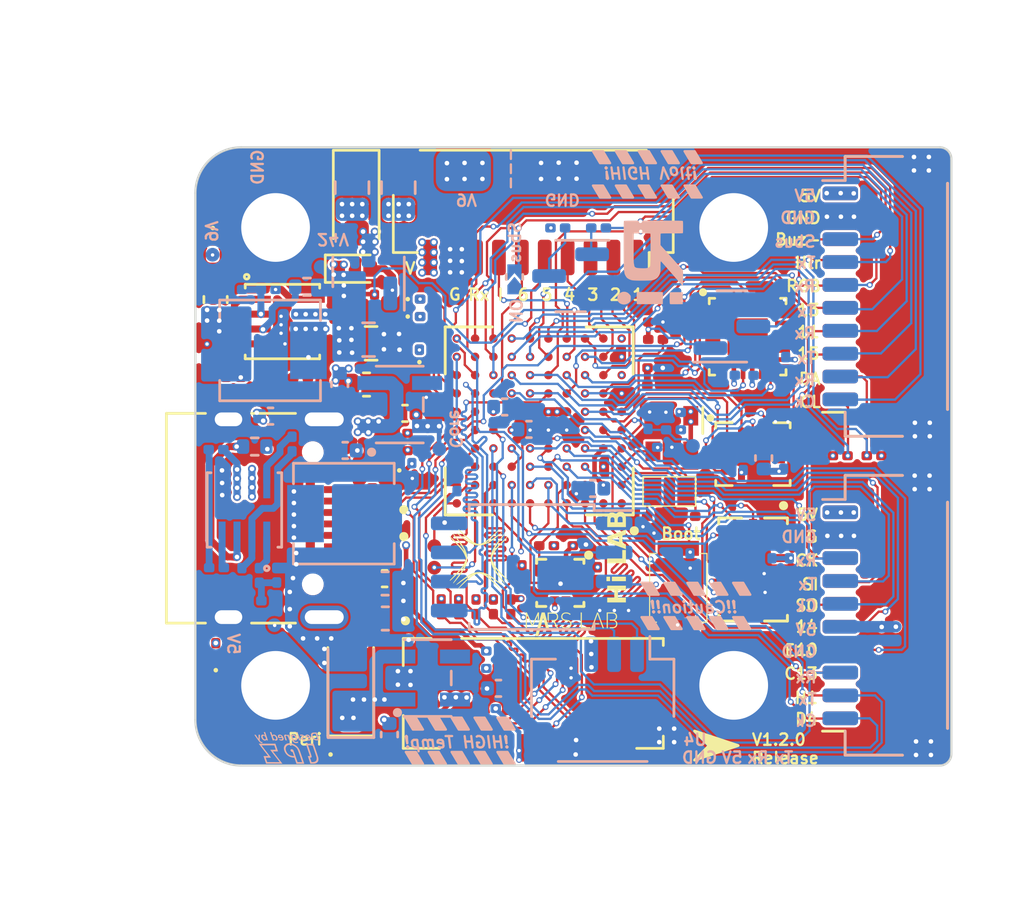
<source format=kicad_pcb>
(kicad_pcb (version 20221018) (generator pcbnew)
  (title_block (title "NxtPX4Pro 0303 V1.0.1") (date "2023-03-03") (rev "Khalil") (company "HKUST DJI") (comment 1 "定板"))
  (layers (0 "F.Cu" signal) (1 "In1.Cu" power) (2 "In2.Cu" power) (31 "B.Cu" signal) (34 "B.Paste" user) (35 "F.Paste" user) (36 "B.SilkS" user "B.Silkscreen") (37 "F.SilkS" user "F.Silkscreen") (38 "B.Mask" user) (39 "F.Mask" user) (44 "Edge.Cuts" user))
  (net 0 "")
  (net 1 "VCC_24V")
  (net 2 "Net-(U9B-BOOT0)")
  (net 3 "/VBUS")
  (net 4 "VCC_BAT")
  (net 5 "/BAT_V")
  (net 6 "Net-(U1-VCC)")
  (net 7 "Net-(U4-VCC)")
  (net 8 "Net-(U1-SW)")
  (net 9 "Net-(U4-SW)")
  (net 10 "/LED_RED")
  (net 11 "/LED_BLUE")
  (net 12 "/LED_GREEN")
  (net 13 "/UART4_RX")
  (net 14 "/UART4_TX")
  (net 15 "/UART5_RX")
  (net 16 "/UART5_TX")
  (net 17 "/UART7_RX")
  (net 18 "/UART7_TX")
  (net 19 "/USART1_CK")
  (net 20 "/USART1_RX")
  (net 21 "/USART1_TX")
  (net 22 "/USART2_CK")
  (net 23 "/USART2_RX")
  (net 24 "/USART2_TX")
  (net 25 "/USART3_CK")
  (net 26 "/USART3_RX")
  (net 27 "/USART3_TX")
  (net 28 "/SCLK")
  (net 29 "/SWDIO")
  (net 30 "/PWM{slash}DSHOT_CH1")
  (net 31 "/PWM{slash}DSHOT_CH2")
  (net 32 "/PWM{slash}DSHOT_CH3")
  (net 33 "/PWM{slash}DSHOT_CH4")
  (net 34 "/PWM{slash}DSHOT_CH5")
  (net 35 "/PWM{slash}DSHOT_CH6")
  (net 36 "/BAT_I")
  (net 37 "/Extern_IMU_Heater")
  (net 38 "/I2C2_SDA")
  (net 39 "/I2C2_SCL")
  (net 40 "/SPI4_SCK")
  (net 41 "/SPI4_MOSI")
  (net 42 "/SPI4_MISO")
  (net 43 "/SDMMC1_D2")
  (net 44 "/SDMMC1_D3")
  (net 45 "/SDMMC1_CMD")
  (net 46 "/SDMMC1_CK")
  (net 47 "/SDMMC1_D0")
  (net 48 "/SDMMC1_D1")
  (net 49 "/I2C1_SDA")
  (net 50 "/I2C1_SCL")
  (net 51 "/SPI1_MISO")
  (net 52 "/MPU_Data_RDY")
  (net 53 "/MPU_~{CS}")
  (net 54 "/SPI1_SCK")
  (net 55 "/SPI1_MOSI")
  (net 56 "/QSPI_BK1_IO2")
  (net 57 "/ICM_Data_RDY")
  (net 58 "/SPI2_MOSI")
  (net 59 "/SPI2_MISO")
  (net 60 "/ICM_~{CS}")
  (net 61 "/QSPI_CLK")
  (net 62 "/QSPI_BK1_IO0")
  (net 63 "/QSPI_BK1_IO1")
  (net 64 "/QSPI_BK1_IO3")
  (net 65 "/SPI2_SCK")
  (net 66 "/BMI_Accel_CS")
  (net 67 "/BMI_Gryo_CS")
  (net 68 "/SPI3_SCK")
  (net 69 "/SPI3_MISO")
  (net 70 "/SPI3_MOSI")
  (net 71 "/QSPI_BK1_~{CS}")
  (net 72 "/BMP_Data_RDY")
  (net 73 "/BMI_Accel_Data_RDY")
  (net 74 "/BMI_Gyro_Data_RDY")
  (net 75 "System_5V")
  (net 76 "/AUX_PC13")
  (net 77 "/AUX_PH1")
  (net 78 "/AUX_PD4")
  (net 79 "/AUX_PC0")
  (net 80 "Net-(U9B-PH0-OSC_IN)")
  (net 81 "Core_3V3")
  (net 82 "Net-(C17-Pad1)")
  (net 83 "Periph_3V3")
  (net 84 "Net-(U9A-PC14-OSC32_IN)")
  (net 85 "/NRST")
  (net 86 "Net-(C21-Pad1)")
  (net 87 "Net-(U9A-PC15-OSC32_OUT)")
  (net 88 "System_4V5")
  (net 89 "Net-(D3-A1)")
  (net 90 "Net-(D6-A)")
  (net 91 "Net-(D8-K)")
  (net 92 "Net-(D9-K)")
  (net 93 "Net-(D10-K)")
  (net 94 "Net-(D11-K)")
  (net 95 "Net-(D12-K)")
  (net 96 "Net-(D13-K)")
  (net 97 "Net-(D14-K)")
  (net 98 "Net-(J1-CC1)")
  (net 100 "CAM_9V")
  (net 101 "Net-(J1-CC2)")
  (net 103 "Net-(Q2-B)")
  (net 104 "Net-(Q2-C)")
  (net 105 "Net-(Q3-B)")
  (net 106 "Net-(U1-EN{slash}SYNC)")
  (net 107 "Net-(U1-PG)")
  (net 108 "Net-(U4-EN{slash}SYNC)")
  (net 109 "Net-(U4-PG)")
  (net 110 "Net-(U1-BST)")
  (net 111 "Net-(U1-FB)")
  (net 112 "Net-(R10-Pad2)")
  (net 113 "Net-(R13-Pad2)")
  (net 114 "Net-(U4-BST)")
  (net 115 "Net-(U4-FB)")
  (net 117 "GND")
  (net 122 "/Buzzer-")
  (net 123 "/SBUS")
  (net 124 "/Buzzer_RGB_LED")
  (net 125 "/USB_OTG_FS_DP")
  (net 126 "/USB_OTG_FS_DM")
  (net 127 "/Extern_SPI_CS_1_PE13")
  (net 128 "/Extern_SPI_INT_2_PE11")
  (net 129 "/Extern_I2C_INT_PE15")
  (net 130 "/Extern_SPI_CS_2_PE14")
  (net 131 "/Extern_SPI_INT_1_PE10")
  (net 150 "Net-(U21-REGOUT)")
  (net 152 "Net-(#FLG05-pwr)")
  (net 153 "Net-(#FLG06-pwr)")
  (footprint "LED_SMD:LED_0201_0603Metric" (layer "F.Cu") (at 98.04 74.11 180)
    (fp_text reference "D8" hide)
    (fp_text value "LED_Blue(0201)")
  )
  (footprint "Capacitor_SMD:C_0201_0603Metric" (layer "F.Cu") (at 94.59 70.06)
    (fp_text reference "C21" hide)
    (fp_text value "100nF(0201 25V 10%)")
  )
  (footprint "NxtPX4:MiniTP" (layer "F.Cu") (at 97.99 86.51)
    (fp_text reference "TP5" hide)
    (fp_text value "3.3V_Peri_TP")
  )
  (footprint "NxtPX4:M2MountingHole" (layer "F.Cu") (at 113.5 63.5)
    (fp_text reference "H1" hide)
    (fp_text value "MountingHole_Pad")
  )
  (footprint "Capacitor_SMD:C_0201_0603Metric" (layer "F.Cu") (at 110.06 69.63)
    (fp_text reference "C32" hide)
    (fp_text value "1uF(0201 6.3V)")
  )
  (footprint "Capacitor_SMD:C_0201_0603Metric" (layer "F.Cu") (at 110.04 76.12)
    (fp_text reference "C35" hide)
    (fp_text value "12.0pF(0201 10V)")
  )
  (footprint "NxtPX4:3x2.5PushButton" (layer "F.Cu") (at 111.08 79.24 90)
    (fp_text reference "BOOT1" hide)
    (fp_text value "TD-1183SN-1.5H(3x2.5)")
  )
  (footprint "Resistor_SMD:R_0201_0603Metric" (layer "F.Cu") (at 104.26 78.58 -90)
    (fp_text reference "R35" hide)
    (fp_text value "4.7kR(0201)")
  )
  (footprint "NxtPX4:HKU_Logo" (layer "F.Cu") (at 106.529344 76.721229)
    (fp_text reference "U5" hide)
    (fp_text value "HKU_Logo")
  )
  (footprint "LED_SMD:LED_0201_0603Metric" (layer "F.Cu") (at 99.78 68.52 90)
    (fp_text reference "D12" hide)
    (fp_text value "LED_RED(0201)")
  )
  (footprint "Capacitor_SMD:C_0603_1608Metric" (layer "F.Cu") (at 97.47 70.36)
    (fp_text reference "C2" hide)
    (fp_text value "10uF(0603 35V 20%)")
  )
  (footprint "NxtPX4:USB_C_Small" (layer "F.Cu") (at 92.52 76.2 -90)
    (fp_text reference "J1" hide)
    (fp_text value "USB_C_Receptacle_USB2.0")
  )
  (footprint "NxtPX4:MP9943GQ-Z" (layer "F.Cu") (at 93.8 67.61)
    (fp_text reference "U4" hide)
    (fp_text value "MP9943GQ-Z" hide)
  )
  (footprint "Capacitor_SMD:C_0603_1608Metric" (layer "F.Cu") (at 90.88 66.65 90)
    (fp_text reference "C26" hide)
    (fp_text value "22uF(0603 16V)")
  )
  (footprint "LED_SMD:LED_0201_0603Metric" (layer "F.Cu") (at 100.13 67.39)
    (fp_text reference "D13" hide)
    (fp_text value "LED_BLUE(0201)")
  )
  (footprint "NxtPX4:MiniTP" (layer "F.Cu") (at 100.43 78.36)
    (fp_text reference "TP16" hide)
    (fp_text value "TP")
  )
  (footprint "Resistor_SMD:R_0201_0603Metric" (layer "F.Cu") (at 95.4 60.82 90)
    (fp_text reference "R3" hide)
    (fp_text value "100kR(0201 50V)")
  )
  (footprint "Capacitor_SMD:C_0402_1005Metric" (layer "F.Cu") (at 99.15 71.62 180)
    (fp_text reference "C14" hide)
    (fp_text value "1uF(0402 10V 10%)")
  )
  (footprint "NxtPX4:MiniTP" (layer "F.Cu") (at 100.43 77.42)
    (fp_text reference "TP15" hide)
    (fp_text value "TP")
  )
  (footprint "NxtPX4:LSE(2012)" (layer "F.Cu") (at 110.69 75.03 180)
    (fp_text reference "Y2" hide)
    (fp_text value "ABS07 (32.768kHZ)")
  )
  (footprint "NxtPX4:PESD5V0F1BL" (layer "F.Cu") (at 98.1 77 180)
    (fp_text reference "D4" hide)
    (fp_text value "PESD5V0F1BL" hide)
  )
  (footprint "NxtPX4:ICM-20649" (layer "F.Cu") (at 114.1084 68.270001)
    (fp_text reference "U21" hide)
    (fp_text value "~" hide)
  )
  (footprint "Capacitor_SMD:C_0201_0603Metric" (layer "F.Cu") (at 110.05 70.4)
    (fp_text reference "C31" hide)
    (fp_text value "100nF(0201 6.3V)")
  )
  (footprint "NxtPX4:01x10_MP_sh1.0_Hori" (layer "F.Cu") (at 104.75 62.81 180)
    (fp_text reference "J10" hide)
    (fp_text value "ESC")
  )
  (footprint "Diode_SMD:D_SOD-123F" (layer "F.Cu") (at 97.02 62.3375 -90)
    (fp_text reference "D3" hide)
    (fp_text value " SMF30CA(30V)")
  )
  (footprint "Resistor_SMD:R_0201_0603Metric" (layer "F.Cu") (at 90.51 68.89 -90)
    (fp_text reference "R17" hide)
    (fp_text value "3.54k-4.02kR(0201 25V)")
  )
  (footprint "LED_SMD:LED_0201_0603Metric" (layer "F.Cu") (at 100.13 66.63)
    (fp_text reference "D14" hide)
    (fp_text value "LED_Green(0201)")
  )
  (footprint "Resistor_SMD:R_0201_0603Metric" (layer "F.Cu") (at 98.04 77.97 180)
    (fp_text reference "R1" hide)
    (fp_text value "5.1kR(0201)")
  )
  (footprint "Resistor_SMD:R_0201_0603Metric" (layer "F.Cu") (at 90.89 83.435 90)
    (fp_text reference "R21" hide)
    (fp_text value "10kR(0201)")
  )
  (footprint "Capacitor_SMD:C_0201_0603Metric" (layer "F.Cu") (at 98.94 72.49 180)
    (fp_text reference "C19" hide)
    (fp_text value "100nF(0201 10V 10%)")
  )
  (footprint "NxtPX4:M2MountingHole" (layer "F.Cu") (at 113.5 83.5)
    (fp_text reference "H2" hide)
    (fp_text value "MountingHole_Pad")
  )
  (footprint "Resistor_SMD:R_0201_0603Metric" (layer "F.Cu") (at 100.73 80.07 90)
    (fp_text reference "R40" hide)
    (fp_text value "10kR(0201)")
  )
  (footprint "NxtPX4:BMI088" (layer "F.Cu") (at 114.345 78.44 -90)
    (fp_text reference "U10" hide)
    (fp_text value "BMI088")
  )
  (footprint "Resistor_SMD:R_0201_0603Metric" (layer "F.Cu") (at 110.09 68.39)
    (fp_text reference "R28" hide)
    (fp_text value "100R(0201)")
  )
  (footprint "Capacitor_SMD:C_0805_2012Metric" (layer "F.Cu") (at 97.67 68.56)
    (fp_text reference "C1" hide)
    (fp_text value "22uF(0805 35V 20%)")
  )
  (footprint "NxtPX4:Uav_logo" (layer "F.Cu") (at 102.306266 77.964056)
    (fp_text reference "U6" hide)
    (fp_text value "UAV_LOGO")
  )
  (footprint "Capacitor_SMD:C_0201_0603Metric" (layer "F.Cu") (at 106.795 77.4 180)
    (fp_text reference "C45" hide)
    (fp_text value "100nF(0201 10V)")
  )
  (footprint "Resistor_SMD:R_0201_0603Metric" (layer "F.Cu") (at 118.15 73.47 180)
    (fp_text reference "R24" hide)
    (fp_text value "4.7kR(0201 25V)")
  )
  (footprint "Capacitor_SMD:C_0201_0603Metric" (layer "F.Cu") (at 97.82 66.76 -90)
    (fp_text reference "C22" hide)
    (fp_text value "100nF(0201 10.0V 10%)")
  )
  (footprint "Resistor_SMD:R_0201_0603Metric" (layer "F.Cu") (at 98.04 74.87 180)
    (fp_text reference "R2" hide)
    (fp_text value "5.1kR(0201)")
  )
  (footprint "NxtPX4:01x10_MP_sh1.0_Hori" (layer "F.Cu") (at 120.15 66.51 90)
    (fp_text reference "J4" hide)
    (fp_text value "ESC")
  )
  (footprint "NxtPX4:STM32H743VIHBGA100C80P10X10_800X800X110N" (layer "F.Cu") (at 105.01 71.95 180)
    (fp_text reference "U9" hide)
    (fp_text value "STM32H743VIH6")
  )
  (footprint "Resistor_SMD:R_0201_0603Metric" (layer "F.Cu") (at 110.09 67.63 180)
    (fp_text reference "R29" hide)
    (fp_text value "1kR(0201)")
  )
  (footprint "NxtPX4:Direction_Logo" (layer "F.Cu") (at 112.425 86.13 -90)
    (fp_text reference "U7" hide)
    (fp_text value "Direction_Logo")
  )
  (footprint "LED_SMD:LED_0201_0603Metric" (layer "F.Cu") (at 90.76 64.385 -90)
    (fp_text reference "D11" hide)
    (fp_text value "LED_Blue(0201)")
  )
  (footprint "Resistor_SMD:R_0201_0603Metric" (layer "F.Cu") (at 91.27 68.89 -90)
    (fp_text reference "R13" hide)
    (fp_text value "51kR(0201 25V)")
  )
  (footprint "Diode_SMD:D_SOD-123F" (layer "F.Cu") (at 96.78 83.5 90)
    (fp_text reference "D5" hide)
    (fp_text value "DSS34(3A 500mV)")
  )
  (footprint "Diode_SMD:D_SOD-523" (layer "F.Cu") (at 96.93 65.3)
    (fp_text reference "D6" hide)
    (fp_text value "BZX584C9V1")
  )
  (footprint "Resistor_SMD:R_0201_0603Metric" (layer "F.Cu") (at 103.77 80.07 90)
    (fp_text reference "R39" hide)
    (fp_text value "10kR(0201)")
  )
  (footprint "NxtPX4:01x10_MP_sh1.0_Hori" (layer "F.Cu") (at 120.15 80.44 90)
    (fp_text reference "J6" hide)
    (fp_text value "ESC")
  )
  (footprint "NxtPX4:PESD5V0F1BL" (layer "F.Cu") (at 98.1 75.83 180)
    (fp_text reference "D2" hide)
    (fp_text value "PESD5V0F1BL" hide)
  )
  (footprint "NxtPX4:HILAB_Logo" (layer "F.Cu") (at 108.78 78.77 90)
    (fp_text reference "U12" hide)
    (fp_text value "HiLAB_Logo")
  )
  (footprint "Resistor_SMD:R_0201_0603Metric" (layer "F.Cu") (at 91.66 70.05)
    (fp_text reference "R18" hide)
    (fp_text value "41.2kR(0201 25V)")
  )
  (footprint "Capacitor_SMD:C_0201_0603Metric" (layer "F.Cu") (at 98.05 79.71)
    (fp_text reference "C11" hide)
    (fp_text value "100nF(0201 16V 10%)")
  )
  (footprint "Capacitor_SMD:C_0201_0603Metric" (layer "F.Cu") (at 107.55 78.66 -90)
    (fp_text reference "C49" hide)
    (fp_text value "100nF(0201 10V)")
  )
  (footprint "NxtPX4:PQFN50P200X200X80-10N" (layer "F.Cu") (at 105.93 79.0225 -90)
    (fp_text reference "U13" hide)
    (fp_text value "BMP388")
  )
  (footprint "Resistor_SMD:R_0201_0603Metric" (layer "F.Cu") (at 119.63 73.47)
    (fp_text reference "R25" hide)
    (fp_text value "4.7kR(0201 25V)")
  )
  (footprint "Capacitor_SMD:C_0402_1005Metric" (layer "F.Cu") (at 98.26 78.84)
    (fp_text reference "C9" hide)
    (fp_text value "1uF(0402 16V 10%)")
  )
  (footprint "Resistor_SMD:R_0201_0603Metric" (layer "F.Cu") (at 95.285 86.52)
    (fp_text reference "R20" hide)
    (fp_text value "10kR(0201)")
  )
  (footprint "Resistor_SMD:R_0201_0603Metric" (layer "F.Cu") (at 103.01 80.07 90)
    (fp_text reference "R38" hide)
    (fp_text value "10kR(0201)")
  )
  (footprint "Oscillator:Oscillator_SMD_Abracon_ASDMB-4Pin_2.5x2.0mm" (layer "F.Cu") (at 110.8 72.5 180)
    (fp_text reference "Y1" hide)
    (fp_text value "SG-210STF/ X1G004171002700")
  )
  (footprint "NxtPX4:M2MountingHole" (layer "F.Cu") (at 93.5 83.5)
    (fp_text reference "H3" hide)
    (fp_text value "MountingHole_Pad")
  )
  (footprint "Resistor_SMD:R_0201_0603Metric" (layer "F.Cu") (at 102.25 80.07 90)
    (fp_text reference "R37" hide)
    (fp_text value "10kR(0201)")
  )
  (footprint "Resistor_SMD:R_0201_0603Metric" (layer "F.Cu") (at 96.7 66.41)
    (fp_text reference "R15" hide)
    (fp_text value "200.0kR(0201 50V)")
  )
  (footprint "Resistor_SMD:R_0201_0603Metric" (layer "F.Cu") (at 105.33 77.4 180)
    (fp_text reference "R36" hide)
    (fp_text value "4.7kR(0201)")
  )
  (footprint "LED_SMD:LED_0201_0603Metric" (layer "F.Cu") (at 96.76 86.52)
    (fp_text reference "D9" hide)
    (fp_text value "LED_Blue(0201)")
  )
  (footprint "Capacitor_SMD:C_0201_0603Metric" (layer "F.Cu") (at 98.94 73.25 180)
    (fp_text reference "C16" hide)
    (fp_text value "100nF(0201 10V 10%)")
  )
  (footprint "Resistor_SMD:R_0201_0603Metric" (layer "F.Cu") (at 96.7 67.17 180)
    (fp_text reference "R16" hide)
    (fp_text value "22.0kR(0201 50V)")
  )
  (footprint "Resistor_SMD:R_0201_0603Metric" (layer "F.Cu") (at 93.12 70.06)
    (fp_text reference "R11" hide)
    (fp_text value "20R(0201 25V)")
  )
  (footprint "NxtPX4:M2MountingHole" (layer "F.Cu") (at 93.5 63.5)
    (fp_text reference "H4" hide)
    (fp_text value "MountingHole_Pad")
  )
  (footprint "Resistor_SMD:R_0201_0603Metric" (layer "F.Cu") (at 90.76 62.935 -90)
    (fp_text reference "R22" hide)
    (fp_text value "20kR(0201 9V)")
  )
  (footprint "NxtPX4:ICM-42688-P" (layer "F.Cu") (at 114.34 73.4)
    (fp_text reference "U22" hide)
    (fp_text value "ICM-42688-P" hide)
  )
  (footprint "LED_SMD:LED_0201_0603Metric" (layer "F.Cu") (at 90.89 81.9775 90)
    (fp_text reference "D10" hide)
    (fp_text value "LED_Blue(0201)")
  )
  (footprint "Resistor_SMD:R_0201_0603Metric" (layer "F.Cu") (at 101.49 80.07 90)
    (fp_text reference "R41" hide)
    (fp_text value "10kR(0201)")
  )
  (footprint "Capacitor_SMD:C_0201_0603Metric" (layer "F.Cu") (at 111.5 76.12 180)
    (fp_text reference "C36" hide)
    (fp_text value "12.0pF(0201 10V)")
  )
  (footprint "NxtPX4:TF-SMD_TF-021B-H265" (layer "F.Cu") (at 105.2 83.31)
    (fp_text reference "J24" hide)
    (fp_text value "Micro_SD_Card" hide)
  )
  (footprint "Resistor_SMD:R_0201_0603Metric" (layer "F.Cu") (at 98.61 66.57 -90)
    (fp_text reference "R8" hide)
    (fp_text value "100kR(0201 50V)")
  )
  (footprint "NxtPX4:PESD12VV1BL_315" (layer "F.Cu") (at 98.12 80.68 180)
    (fp_text reference "D1" hide)
    (fp_text value "PESD12VV1BL" hide)
  )
  (footprint "Capacitor_SMD:C_0201_0603Metric" (layer "B.Cu") (at 115.68 73.72 -90)
    (fp_text reference "C51" hide)
    (fp_text value "100nF(0201 10V 10%)")
  )
  (footprint "Capacitor_SMD:C_0402_1005Metric" (layer "B.Cu") (at 96.54 73.24 180)
    (fp_text reference "C5" hide)
    (fp_text value "1uF(0402 16V 10%)")
  )
  (footprint "Diode_SMD:D_SOD-123F" (layer "B.Cu") (at 96.79 83.57 90)
    (fp_text reference "D7" hide)
    (fp_text value "DSS34(3A 500mV)")
  )
  (footprint "NxtPX4:MiniTP" (layer "B.Cu") (at 95.47 65.22 180)
    (fp_text reference "TP1" hide)
    (fp_text value "24V_TP")
  )
  (footprint "Resistor_SMD:R_0201_0603Metric" (layer "B.Cu") (at 107.6 63.52)
    (fp_text reference "R23" hide)
    (fp_text value "1kR(0201)")
  )
  (footprint "Resistor_SMD:R_0201_0603Metric" (layer "B.Cu") (at 94.22 72.96 90)
    (fp_text reference "R5" hide)
    (fp_text value "100kR(0201 25V)")
  )
  (footprint "Capacitor_SMD:C_0201_0603Metric" (layer "B.Cu") (at 115.17 78.27 -90)
    (fp_text reference "C44" hide)
    (fp_text value "100.0nF(0201 10V)")
  )
  (footprint "Capacitor_SMD:C_0402_1005Metric" (layer "B.Cu") (at 93.28 71.74)
    (fp_text reference "C4" hide)
    (fp_text value "1uF(0402 35V 10%)")
  )
  (footprint "NxtPX4:MiniTP" (layer "B.Cu") (at 100.65 73.18 180)
    (fp_text reference "TP2" hide)
    (fp_text value "3.3V_Core_TP")
  )
  (footprint "Capacitor_SMD:C_0805_2012Metric" (layer "B.Cu") (at 97.56 68.4)
    (fp_text reference "C3" hide)
    (fp_text value "22uF(0805 35V 20%)")
  )
  (footprint "Resistor_SMD:R_0201_0603Metric" (layer "B.Cu") (at 93.55 78.688307 90)
    (fp_text reference "R14" hide)
    (fp_text value "41.2kR(0201 25V)")
  )
  (footprint "Capacitor_SMD:C_0201_0603Metric" (layer "B.Cu") (at 103.02 82)
    (fp_text reference "C20" hide)
    (fp_text value "100nF(0201 10V 10%)")
  )
  (footprint "Resistor_SMD:R_0201_0603Metric" (layer "B.Cu") (at 90.92 78.36 180)
    (fp_text reference "R9" hide)
    (fp_text value "20R(0201 25V)")
  )
  (footprint "Capacitor_SMD:C_0402_1005Metric" (layer "B.Cu") (at 103.23 83.63)
    (fp_text reference "C15" hide)
    (fp_text value "1uF(0402 10V 10%)")
  )
  (footprint "NxtPX4:Caution" (layer "B.Cu") (at 111.955 80.08 180)
    (fp_text reference "U18" hide)
    (fp_text value "Caution")
  )
  (footprint "Capacitor_SMD:C_0201_0603Metric" (layer "B.Cu") (at 101.42 74.695 90)
    (fp_text reference "C38" hide)
    (fp_text value "100nF(0201 10V 10%)")
  )
  (footprint "Capacitor_SMD:C_0402_1005Metric" (layer "B.Cu") (at 96.3 70.35 -90)
    (fp_text reference "C8" hide)
    (fp_text value "1uF(0402 35V 10%)")
  )
  (footprint "Package_TO_SOT_SMD:SOT-23" (layer "B.Cu") (at 106.38 65.62 180)
    (fp_text reference "Q2" hide)
    (fp_text value "SS8050(NPN BEC)")
  )
  (footprint "Package_TO_SOT_SMD:SOT-23" (layer "B.Cu") (at 97.56 65.44 90)
    (fp_text reference "Q1" hide)
    (fp_text value "AP40P05")
  )
  (footprint "Capacitor_SMD:C_0201_0603Metric" (layer "B.Cu") (at 115.77 68.84 -90)
    (fp_text reference "C48" hide)
    (fp_text value "100nF(0201 10V 10%)")
  )
  (footprint "Capacitor_SMD:C_0201_0603Metric" (layer "B.Cu") (at 103.02 82.76)
    (fp_text reference "C18" hide)
    (fp_text value "100nF(0201 10V 10%)")
  )
  (footprint "Resistor_SMD:R_0402_1005Metric" (layer "B.Cu") (at 94.87 66.09 180)
    (fp_text reference "R6" hide)
    (fp_text value "1MR(0402 50V)")
  )
  (footprint "Resistor_SMD:R_0201_0603Metric" (layer "B.Cu") (at 99.78 68.52 90)
    (fp_text reference "R32" hide)
    (fp_text value "10.0kR(0201)")
  )
  (footprint "Capacitor_SMD:C_0201_0603Metric" (layer "B.Cu") (at 110.87 71.58 180)
    (fp_text reference "C34" hide)
    (fp_text value "100nF(0201 10V 10%)")
  )
  (footprint "Capacitor_SMD:C_0402_1005Metric" (layer "B.Cu") (at 107.35 74.9)
    (fp_text reference "C29" hide)
    (fp_text value "4.7uF(0402 10V)")
  )
  (footprint "Package_SO:SOIC-8_5.23x5.23mm_P1.27mm" (layer "B.Cu") (at 104.68 78.33 180)
    (fp_text reference "U14" hide)
    (fp_text value "W25Q128JVS")
  )
  (footprint "NxtPX4:handsolder_connect" (layer "B.Cu") (at 103.93 65.66 90)
    (fp_text reference "U20" hide)
    (fp_text value "~")
  )
  (footprint "Resistor_SMD:R_0201_0603Metric" (layer "B.Cu") (at 93.18 66.21)
    (fp_text reference "R7" hide)
    (fp_text value "100kR(0201 25V)")
  )
  (footprint "Resistor_SMD:R_0201_0603Metric" (layer "B.Cu") (at 92.79 78.698307 -90)
    (fp_text reference "R10" hide)
    (fp_text value "51kR(0201 25V)")
  )
  (footprint "NxtPX4:high_voltage" (layer "B.Cu") (at 107.935 61.36)
    (fp_text reference "U17" hide)
    (fp_text value "high_voltage" hide)
  )
  (footprint "NxtPX4:MP9943GQ-Z" (layer "B.Cu") (at 92.14 75.838307 90)
    (fp_text reference "U1" hide)
    (fp_text value "MP9943GQ-Z" hide)
  )
  (footprint "NxtPX4:RT9013-33GB" (layer "B.Cu") (at 100.14 83.18)
    (fp_text reference "U3" hide)
    (fp_text value "RT9013-33GB" hide)
  )
  (footprint "Capacitor_SMD:C_0201_0603Metric" (layer "B.Cu") (at 92.03 78.698307 -90)
    (fp_text reference "C7" hide)
    (fp_text value "100nF(0201 10V 10%)")
  )
  (footprint "Capacitor_SMD:C_0201_0603Metric" (layer "B.Cu") (at 110.48 73.1)
    (fp_text reference "C30" hide)
    (fp_text value "15pF(0201 10V)")
  )
  (footprint "Capacitor_SMD:C_0402_1005Metric" (layer "B.Cu") (at 98.47 85.65 -90)
    (fp_text reference "C6" hide)
    (fp_text value "1uF(0402 16V 10%)")
  )
  (footprint "Capacitor_SMD:C_0402_1005Metric" (layer "B.Cu") (at 104.56 72.32 180)
    (fp_text reference "C27" hide)
    (fp_text value "2.2uF(0402 6.3V 10%)")
  )
  (footprint "Capacitor_SMD:C_0603_1608Metric" (layer "B.Cu") (at 98.29 80.58)
    (fp_text reference "C23" hide)
    (fp_text value "22uF(0603 16V)")
  )
  (footprint "NxtPX4:MiniTP" (layer "B.Cu") (at 90.75 64.69 180)
    (fp_text reference "TP12" hide)
    (fp_text value "CAM_9V")
  )
  (footprint "Resistor_SMD:R_0201_0603Metric" (layer "B.Cu") (at 99.45 74.115 90)
    (fp_text reference "R19" hide)
    (fp_text value "10kR(0201)")
  )
  (footprint "NxtPX4:my_signature" (layer "B.Cu") (at 94.08 86.23 180)
    (fp_text reference "U15" hide)
    (fp_text value "Signature" hide)
  )
  (footprint "NxtPX4:Inductor_0420" (layer "B.Cu") (at 93.26 68.87 180)
    (fp_text reference "L2" hide)
    (fp_text value "10uH(0420)(78438357100)")
  )
  (footprint "Capacitor_SMD:C_0201_0603Metric" (layer "B.Cu") (at 113.92 73.78 90)
    (fp_text reference "C52" hide)
    (fp_text value "10nF(0201 10V 10%)")
  )
  (footprint "NxtPX4:Conn_1pin_Power" (layer "B.Cu") (at 105.85 61 90)
    (fp_text reference "J27" hide)
    (fp_text value "GND")
  )
  (footprint "Capacitor_SMD:C_0402_1005Metric" (layer "B.Cu") (at 103.5 71.34 180)
    (fp_text reference "C28" hide)
    (fp_text value "2.2uF(0402 6.3V 10%)")
  )
  (footprint "Capacitor_SMD:C_0201_0603Metric" (layer "B.Cu") (at 91.72 66.21 180)
    (fp_text reference "C10" hide)
    (fp_text value "100nF(0201 10V 10%)")
  )
  (footprint "NxtPX4:Inductor_0420" (layer "B.Cu") (at 96.48 76)
    (fp_text reference "L1" hide)
    (fp_text value "10uH(0420)(78438357100)")
  )
  (footprint "NxtPX4:high_temp" (layer "B.Cu") (at 101.565 85.95 180)
    (fp_text reference "U16" hide)
    (fp_text value "High_temp")
  )
  (footprint "NxtPX4:Ri_logo" (layer "B.Cu") (at 109.89 65.1 -90)
    (fp_text reference "U8" hide)
    (fp_text value "RI_LOGO")
  )
  (footprint "Capacitor_SMD:C_0201_0603Metric" (layer "B.Cu") (at 90.9 73.2)
    (fp_text reference "C17" hide)
    (fp_text value "100nF(0201 25V 10%)")
  )
  (footprint "Resistor_SMD:R_0201_0603Metric" (layer "B.Cu") (at 111.59 78.06 90)
    (fp_text reference "R31" hide)
    (fp_text value "10kR(0201)")
  )
  (footprint "Resistor_SMD:R_0201_0603Metric" (layer "B.Cu") (at 93.2 79.81 180)
    (fp_text reference "R12" hide)
    (fp_text value "7.68kR(0201 25V)")
  )
  (footprint "Capacitor_SMD:C_0201_0603Metric" (layer "B.Cu") (at 114.69 69.96)
    (fp_text reference "C42" hide)
    (fp_text value "100nF(0201 10V 10%)")
  )
  (footprint "Capacitor_SMD:C_0201_0603Metric" (layer "B.Cu") (at 115.93 78.27 -90)
    (fp_text reference "C47" hide)
    (fp_text value "100.0nF(0201 10V)")
  )
  (footprint "NxtPX4:01x10_MP_sh1.0_Hori" (layer "B.Cu") (at 120.155 80.44 -90)
    (fp_text reference "USART_Combo1" hide)
    (fp_text value "UART_Combo")
  )
  (footprint "Capacitor_SMD:C_0201_0603Metric" (layer "B.Cu") (at 103.43 84.51)
    (fp_text reference "C37" hide)
    (fp_text value "100nF(0201 10V 10%)")
  )
  (footprint "NxtPX4:MiniTP" (layer "B.Cu") (at 111.72 73.04 180)
    (fp_text reference "TP14" hide)
    (fp_text value "TP")
  )
  (footprint "NxtPX4:MiniTP" (layer "B.Cu") (at 93.45 80.87 180)
    (fp_text reference "TP9" hide)
    (fp_text value "5V_System")
  )
  (footprint "Resistor_SMD:R_0402_1005Metric" (layer "B.Cu") (at 92.59 73.07 180)
    (fp_text reference "R4" hide)
    (fp_text value "1MR(0402 50V)")
  )
  (footprint "Package_TO_SOT_SMD:SOT-23" (layer "B.Cu") (at 113.42 67.82)
    (fp_text reference "Q3" hide)
    (fp_text value "SS8050(NPN BEC)")
  )
  (footprint "Capacitor_SMD:C_0805_2012Metric" (layer "B.Cu") (at 98.86 61.76 90)
    (fp_text reference "C12" hide)
    (fp_text value "22uF(0805 35V 20%)")
  )
  (footprint "Resistor_SMD:R_0201_0603Metric" (layer "B.Cu") (at 100.13 66.63)
    (fp_text reference "R34" hide)
    (fp_text value "10.0kR(0201)")
  )
  (footprint "Capacitor_SMD:C_0402_1005Metric" (layer "B.Cu") (at 114.81 73.57 -90)
    (fp_text reference "C50" hide)
    (fp_text value "2.2uF(0402 6.3V 10%)")
  )
  (footprint "Capacitor_SMD:C_0201_0603Metric" (layer "B.Cu") (at 109.76 71.98 90)
    (fp_text reference "C33" hide)
    (fp_text value "100nF(0201 10V 10%)")
  )
  (footprint "NxtPX4:01x10_MP_sh1.0_Hori" (layer "B.Cu") (at 120.155 66.51 -90)
    (fp_text reference "J8" hide)
    (fp_text value "UART_Combo")
  )
  (footprint "Resistor_SMD:R_0201_0603Metric" (layer "B.Cu") (at 105.82 63.52)
    (fp_text reference "R26" hide)
    (fp_text value "10kR(0201)")
  )
  (footprint "Capacitor_SMD:C_0201_0603Metric" (layer "B.Cu") (at 113.23 69.95)
    (fp_text reference "C39" hide)
    (fp_text value "100nF(0201 10V 10%)")
  )
  (footprint "Capacitor_SMD:C_0805_2012Metric" (layer "B.Cu") (at 96.84 61.76 90)
    (fp_text reference "C13" hide)
    (fp_text value "22uF(0805 35V 20%)")
  )
  (footprint "Resistor_SMD:R_0201_0603Metric" (layer "B.Cu") (at 110.87 72.34 180)
    (fp_text reference "R30" hide)
    (fp_text value "10kR(0201)")
  )
  (footprint "NxtPX4:01x04_MP_sh1.0_Hori" (layer "B.Cu") (at 107.78 84.14 180)
    (fp_text reference "J9" hide)
    (fp_text value "Upper computer connector")
  )
  (footprint "NxtPX4:Conn_1pin_Power" (layer "B.Cu") (at 101.7 61.03 90)
    (fp_text reference "J3" hide)
    (fp_text value "9V_Power")
  )
  (footprint "NxtPX4:RT9013-33GB" (layer "B.Cu") (at 98.92 71.2342)
    (fp_text reference "U2" hide)
    (fp_text value "RT9013-33GB" hide)
  )
  (footprint "Capacitor_SMD:C_0603_1608Metric" (layer "B.Cu") (at 98.28 79.05)
    (fp_text reference "C24" hide)
    (fp_text value "22uF(0603 16V)")
  )
  (footprint "Resistor_SMD:R_0201_0603Metric" (layer "B.Cu") (at 100.13 67.39)
    (fp_text reference "R33" hide)
    (fp_text value "10.0kR(0201)")
  )
  (gr_line (start 123 86.5) (end 123 60.5) (stroke (width 0.1)) (layer "Edge.Cuts"))
  (gr_line (start 90 85) (end 90 62) (stroke (width 0.1)) (layer "Edge.Cuts"))
  (gr_arc (start 123 86.5) (mid 122.853554 86.853554) (end 122.5 87) (stroke (width 0.1)) (layer "Edge.Cuts"))
  (gr_line (start 92 87) (end 122.5 87) (stroke (width 0.1)) (layer "Edge.Cuts"))
  (gr_line (start 92 60) (end 122.5 60) (stroke (width 0.1)) (layer "Edge.Cuts"))
  (gr_arc (start 92 87) (mid 90.585786 86.414214) (end 90 85) (stroke (width 0.1)) (layer "Edge.Cuts"))
  (gr_arc (start 122.5 60) (mid 122.853554 60.146446) (end 123 60.5) (stroke (width 0.1)) (layer "Edge.Cuts"))
  (gr_arc (start 90 62) (mid 90.585796 60.585796) (end 92 60) (stroke (width 0.1)) (layer "Edge.Cuts"))
  (gr_text "Rx" (at 117.13 68.42) (layer "B.SilkS") (effects (font (size 0.5 0.5) (thickness 0.1) bold) (justify left bottom mirror)))
  (gr_text "5V" (at 117.18 81.36) (layer "B.SilkS") (effects (font (size 0.5 0.5) (thickness 0.1) bold) (justify left bottom mirror)))
  (gr_text "ON" (at 104.31 66.56 90) (layer "B.SilkS") (effects (font (size 0.5 0.5) (thickness 0.1) bold) (justify left bottom mirror)))
  (gr_text "Sbus" (at 104.24 63.2 90) (layer "B.SilkS") (effects (font (size 0.5 0.5) (thickness 0.1) bold) (justify left bottom mirror)))
  (gr_text "GND" (at 105.19 61.99 180) (layer "B.SilkS") (effects (font (size 0.5 0.5) (thickness 0.1) bold) (justify left bottom mirror)))
  (gr_text "Rx" (at 117.18 78.33) (layer "B.SilkS") (effects (font (size 0.5 0.5) (thickness 0.1) bold) (justify left bottom mirror)))
  (gr_text "GND" (at 117.18 77.31) (layer "B.SilkS") (effects (font (size 0.5 0.5) (thickness 0.1) bold) (justify left bottom mirror)))
  (gr_text "Rx" (at 117.13 66.36) (layer "B.SilkS") (effects (font (size 0.5 0.5) (thickness 0.1) bold) (justify left bottom mirror)))
  (gr_text "Tx" (at 117.18 79.38) (layer "B.SilkS") (effects (font (size 0.5 0.5) (thickness 0.1) bold) (justify left bottom mirror)))
  (gr_text "Sbus" (at 117.13 64.41) (layer "B.SilkS") (effects (font (size 0.5 0.5) (thickness 0.1) bold) (justify left bottom mirror)))
  (gr_text "GND" (at 112.84 86.95) (layer "B.SilkS") (effects (font (size 0.5 0.5) (thickness 0.1) bold) (justify left bottom mirror)))
  (gr_text "Ck" (at 117.18 80.32) (layer "B.SilkS") (effects (font (size 0.5 0.5) (thickness 0.1) bold) (justify left bottom mirror)))
  (gr_text "24V\n" (at 95.25 63.72 180) (layer "B.SilkS") (effects (font (size 0.5 0.5) (thickness 0.1) bold) (justify left bottom mirror)))
  (gr_text "Rx" (at 117.13 70.46) (layer "B.SilkS") (effects (font (size 0.5 0.5) (thickness 0.1) bold) (justify left bottom mirror)))
  (gr_text "GND" (at 117.18 82.32) (layer "B.SilkS") (effects (font (size 0.5 0.5) (thickness 0.1) bold) (justify left bottom mirror)))
  (gr_text "5V" (at 117.13 62.41) (layer "B.SilkS") (effects (font (size 0.5 0.5) (thickness 0.1) bold) (justify left bottom mirror)))
  (gr_text "9V" (at 101.31 61.99 180) (layer "B.SilkS") (effects (font (size 0.5 0.5) (thickness 0.1) bold) (justify left bottom mirror)))
  (gr_text "5V" (at 91.37 82.21 270) (layer "B.SilkS") (effects (font (size 0.5 0.5) (thickness 0.1) bold) (justify left bottom mirror)))
  (gr_text "Rx" (at 115.08 86.95) (layer "B.SilkS") (effects (font (size 0.5 0.5) (thickness 0.1) bold) (justify left bottom mirror)))
  (gr_text "Ck" (at 117.18 85.34) (layer "B.SilkS") (effects (font (size 0.5 0.5) (thickness 0.1) bold) (justify left bottom mirror)))
  (gr_text "U4" (at 112.38 86.17) (layer "B.SilkS") (effects (font (size 0.5 0.5) (thickness 0.1) bold) (justify left bottom mirror)))
  (gr_text "Core" (at 101.07 73.21 -90) (layer "B.SilkS") (effects (font (size 0.5 0.5) (thickness 0.1) bold) (justify left bottom mirror)))
  (gr_text "Tx" (at 117.13 67.46) (layer "B.SilkS") (effects (font (size 0.5 0.5) (thickness 0.1) bold) (justify left bottom mirror)))
  (gr_text "Tx" (at 117.13 69.5) (layer "B.SilkS") (effects (font (size 0.5 0.5) (thickness 0.1) bold) (justify left bottom mirror)))
  (gr_text "5V" (at 117.18 76.35) (layer "B.SilkS") (effects (font (size 0.5 0.5) (thickness 0.1) bold) (justify left bottom mirror)))
  (gr_text "Tx" (at 117.18 84.4) (layer "B.SilkS") (effects (font (size 0.5 0.5) (thickness 0.1) bold) (justify left bottom mirror)))
  (gr_text "Tx" (at 117.13 65.34) (layer "B.SilkS") (effects (font (size 0.5 0.5) (thickness 0.1) bold) (justify left bottom mirror)))
  (gr_text "GND" (at 117.13 63.37) (layer "B.SilkS") (effects (font (size 0.5 0.5) (thickness 0.1) bold) (justify left bottom mirror)))
  (gr_text "---" (at 104.03 59.94 90) (layer "B.SilkS") (effects (font (size 0.5 0.5) (thickness 0.1) bold) (justify left bottom mirror)))
  (gr_text "5V" (at 113.946984 86.95) (layer "B.SilkS") (effects (font (size 0.5 0.5) (thickness 0.1) bold) (justify left bottom mirror)))
  (gr_text "9V" (at 90.39 64.19 270) (layer "B.SilkS") (effects (font (size 0.5 0.5) (thickness 0.1) bold) (justify left bottom mirror)))
  (gr_text "GND" (at 93.01 60.04 90) (layer "B.SilkS") (effects (font (size 0.5 0.5) (thickness 0.1) bold) (justify left bottom mirror)))
  (gr_text "Tx" (at 116.153492 86.95) (layer "B.SilkS") (effects (font (size 0.5 0.5) (thickness 0.1) bold) (justify left bottom mirror)))
  (gr_text "Rx" (at 117.18 83.44) (layer "B.SilkS") (effects (font (size 0.5 0.5) (thickness 0.1) bold) (justify left bottom mirror)))
  (gr_text "Ck" (at 117.13 71.4) (layer "B.SilkS") (effects (font (size 0.5 0.5) (thickness 0.1) bold) (justify left bottom mirror)))
  (gr_text "5V" (at 116.197619 76.34) (layer "F.SilkS") (effects (font (size 0.5 0.5) (thickness 0.1) bold) (justify left bottom)))
  (gr_text "V1.2.0\nRelease" (at 114.24 86.97) (layer "F.SilkS") (effects (font (size 0.5 0.5) (thickness 0.1) bold) (justify left bottom)))
  (gr_text "I" (at 103.13 66.73) (layer "F.SilkS") (effects (font (size 0.5 0.5) (thickness 0.1) bold) (justify left bottom)))
  (gr_text "DA" (at 116.29 70.41) (layer "F.SilkS") (effects (font (size 0.5 0.5) (thickness 0.1) bold) (justify left bottom)))
  (gr_text "5" (at 105.04 66.73) (layer "F.SilkS") (effects (font (size 0.5 0.5) (thickness 0.1) bold) (justify left bottom)))
  (gr_text "CK" (at 116.134285 78.34) (layer "F.SilkS") (effects (font (size 0.5 0.5) (thickness 0.1) bold) (justify left bottom)))
  (gr_text "Peri" (at 93.98 86.15) (layer "F.SilkS") (effects (font (size 0.5 0.5) (thickness 0.1) bold) (justify left bottom)))
  (gr_text "4" (at 106.03 66.73) (layer "F.SilkS") (effects (font (size 0.5 0.5) (thickness 0.1) bold) (justify left bottom)))
  (gr_text "15" (at 116.22 69.3) (layer "F.SilkS") (effects (font (size 0.5 0.5) (thickness 0.1) bold) (justify left bottom)))
  (gr_text "D4" (at 116.12619 85.27) (layer "F.SilkS") (effects (font (size 0.5 0.5) (thickness 0.1) bold) (justify left bottom)))
  (gr_text "13" (at 116.22 67.4) (layer "F.SilkS") (effects (font (size 0.5 0.5) (thickness 0.1) bold) (justify left bottom)))
  (gr_text "2" (at 108.034999 66.73) (layer "F.SilkS") (effects (font (size 0.5 0.5) (thickness 0.1) bold) (justify left bottom)))
  (gr_text "3" (at 107.051785 66.73) (layer "F.SilkS") (effects (font (size 0.5 0.5) (thickness 0.1) bold) (justify left bottom)))
  (gr_text "RGB" (at 115.73 66.35) (layer "F.SilkS") (effects (font (size 0.5 0.5) (thickness 0.1) bold) (justify left bottom)))
  (gr_text "CL" (at 116.325238 71.41) (layer "F.SilkS") (effects (font (size 0.5 0.5) (thickness 0.1) bold) (justify left bottom)))
  (gr_text "E" (at 115.66 82.27) (layer "F.SilkS") (effects (font (size 0.5 0.5) (thickness 0.1) bold) (justify left bottom)))
  (gr_text "1" (at 109.018214 66.73) (layer "F.SilkS") (effects (font (size 0.5 0.5) (thickness 0.1) bold) (justify left bottom)))
  (gr_text "GND" (at 115.70619 63.38) (layer "F.SilkS") (effects (font (size 0.5 0.5) (thickness 0.1) bold) (justify left bottom)))
  (gr_text "5V" (at 116.325239 62.42) (layer "F.SilkS") (effects (font (size 0.5 0.5) (thickness 0.1) bold) (justify left bottom)))
  (gr_text "H1" (at 116.10238 84.34) (layer "F.SilkS") (effects (font (size 0.5 0.5) (thickness 0.1) bold) (justify left bottom)))
  (gr_text "G\n" (at 116.60238 77.3) (layer "F.SilkS") (effects (font (size 0.5 0.5) (thickness 0.1) bold) (justify left bottom)))
  (gr_text "11" (at 116.22 68.36) (layer "F.SilkS") (effects (font (size 0.5 0.5) (thickness 0.1) bold) (justify left bottom)))
  (gr_text "Buz-" (at 115.253809 64.32) (layer "F.SilkS") (effects (font (size 0.5 0.5) (thickness 0.1) bold) (justify left bottom)))
  (gr_text "G" (at 101.01 66.72) (layer "F.SilkS") (effects (font (size 0.5 0.5) (thickness 0.1) bold) (justify left bottom)))
  (gr_text "10" (at 116.15 82.24) (layer "F.SilkS") (effects (font (size 0.5 0.5) (thickness 0.1) bold) (justify left bottom)))
  (gr_text "Boot" (at 110.28 77.17) (layer "F.SilkS") (effects (font (size 0.5 0.5) (thickness 0.1) bold) (justify left bottom)))
  (gr_text "Rx" (at 101.85 66.73) (layer "F.SilkS") (effects (font (size 0.5 0.5) (thickness 0.1) bold) (justify left bottom)))
  (gr_text "SI" (at 116.42 79.38) (layer "F.SilkS") (effects (font (size 0.5 0.5) (thickness 0.1) bold) (justify left bottom)))
  (gr_text "C13" (at 115.65 83.28) (layer "F.SilkS") (effects (font (size 0.5 0.5) (thickness 0.1) bold) (justify left bottom)))
  (gr_text "14" (at 116.15 81.23) (layer "F.SilkS") (effects (font (size 0.5 0.5) (thickness 0.1) bold) (justify left bottom)))
  (gr_text "V" (at 99.1 65.58) (layer "F.SilkS") (effects (font (size 0.5 0.5) (thickness 0.1) bold) (justify left bottom)))
  (gr_text "SO" (at 116.134285 80.31) (layer "F.SilkS") (effects (font (size 0.5 0.5) (thickness 0.1) bold) (justify left bottom)))
  (gr_text "Htr" (at 116.110952 65.34) (layer "F.SilkS") (effects (font (size 0.5 0.5) (thickness 0.1) bold) (justify left bottom)))
  (gr_text "6" (at 104.01 66.73) (layer "F.SilkS") (effects (font (size 0.5 0.5) (thickness 0.1) bold) (justify left bottom)))
  (via (at 96.81 67.9) (size 0.35) (drill 0.2) (layers "F.Cu" "B.Cu") (net 1))
  (via (at 96.47 65.57) (size 0.35) (drill 0.2) (layers "F.Cu" "B.Cu") (net 1))
  (via (at 96.04 65.11) (size 0.35) (drill 0.2) (layers "F.Cu" "B.Cu") (net 1))
  (via (at 96.48 65.12) (size 0.35) (drill 0.2) (layers "F.Cu" "B.Cu") (net 1))
  (via (at 92.68 71.59) (size 0.35) (drill 0.2) (layers "F.Cu" "B.Cu") (net 1))
  (via (at 96.12 70.19) (size 0.35) (drill 0.2) (layers "F.Cu" "B.Cu") (net 1))
  (via (at 92.47 74.85) (size 0.35) (drill 0.2) (layers "F.Cu" "B.Cu") (net 1))
  (via (at 96.13 69.65) (size 0.35) (drill 0.2) (layers "F.Cu" "B.Cu") (net 1))
  (via (at 96.48 66.49) (size 0.35) (drill 0.2) (layers "F.Cu" "B.Cu") (net 1))
  (via (at 94.813334 67.29) (size 0.35) (drill 0.2) (layers "F.Cu" "B.Cu") (net 1))
  (via (at 92.47 75.253334) (size 0.35) (drill 0.2) (layers "F.Cu" "B.Cu") (net 1))
  (via (at 95.24 67.29) (size 0.35) (drill 0.2) (layers "F.Cu" "B.Cu") (net 1))
  (via (at 95.666668 67.29) (size 0.35) (drill 0.2) (layers "F.Cu" "B.Cu") (net 1))
  (via (at 96.26 67.9) (size 0.35) (drill 0.2) (layers "F.Cu" "B.Cu") (net 1))
  (via (at 93.14 73.18) (size 0.35) (drill 0.2) (layers "F.Cu" "B.Cu") (net 1))
  (via (at 96.28 68.43) (size 0.35) (drill 0.2) (layers "F.Cu" "B.Cu") (net 1))
  (via (at 96.04 65.56) (size 0.35) (drill 0.2) (layers "F.Cu" "B.Cu") (net 1))
  (via (at 92.47 74.043334) (size 0.35) (drill 0.2) (layers "F.Cu" "B.Cu") (net 1))
  (via (at 96.68 70.2) (size 0.35) (drill 0.2) (layers "F.Cu" "B.Cu") (net 1))
  (via (at 96.84 68.97) (size 0.35) (drill 0.2) (layers "F.Cu" "B.Cu") (net 1))
  (via (at 92.47 74.446667) (size 0.35) (drill 0.2) (layers "F.Cu" "B.Cu") (net 1))
  (via (at 96.81 68.41) (size 0.35) (drill 0.2) (layers "F.Cu" "B.Cu") (net 1))
  (via (at 94.386668 67.29) (size 0.35) (drill 0.2) (layers "F.Cu" "B.Cu") (net 1))
  (via (at 96.69 69.66) (size 0.35) (drill 0.2) (layers "F.Cu" "B.Cu") (net 1))
  (via (at 96.28 68.96) (size 0.35) (drill 0.2) (layers "F.Cu" "B.Cu") (net 1))
  (via (at 92.96 71.94) (size 0.35) (drill 0.2) (layers "F.Cu" "B.Cu") (net 1))
  (via (at 96.48 66.03) (size 0.35) (drill 0.2) (layers "F.Cu" "B.Cu") (net 1))
  (segment (start 95.47 65.22) (end 95.81 65.56) (width 0.4) (layer "B.Cu") (net 1))
  (segment (start 95.81 65.56) (end 96.04 65.56) (width 0.4) (layer "B.Cu") (net 1))
  (segment (start 111.55 76.57) (end 111.55 77.44) (width 0.1) (layer "F.Cu") (net 2))
  (segment (start 105.41 73.15) (end 105.05 73.51) (width 0.1) (layer "F.Cu") (net 2))
  (segment (start 111.529003 76.549003) (end 111.55 76.57) (width 0.1) (layer "F.Cu") (net 2))
  (segment (start 111.529003 76.501746) (end 111.529003 76.549003) (width 0.1) (layer "F.Cu") (net 2))
  (segment (start 105.05 73.51) (end 105.05 73.57) (width 0.1) (layer "F.Cu") (net 2))
  (via (at 111.6 77.68) (size 0.25) (drill 0.15) (layers "F.Cu" "B.Cu") (net 2))
  (via (at 105.05 73.57) (size 0.25) (drill 0.15) (layers "F.Cu" "B.Cu") (net 2))
  (via (at 111.529003 76.501746) (size 0.25) (drill 0.15) (layers "F.Cu" "B.Cu") (net 2))
  (segment (start 105.23 73.75) (end 105.05 73.57) (width 0.1) (layer "B.Cu") (net 2))
  (segment (start 105.58 73.75) (end 105.23 73.75) (width 0.1) (layer "B.Cu") (net 2))
  (segment (start 106.686091 75.575) (end 106.26 75.148909) (width 0.1) (layer "B.Cu") (net 2))
  (segment (start 111.529003 76.501746) (end 110.717535 76.501746) (width 0.1) (layer "B.Cu") (net 2))
  (segment (start 110.717535 76.501746) (end 109.790789 75.575) (width 0.1) (layer "B.Cu") (net 2))
  (segment (start 109.790789 75.575) (end 106.686091 75.575) (width 0.1) (layer "B.Cu") (net 2))
  (segment (start 106.26 75.148909) (end 106.26 74.43) (width 0.1) (layer "B.Cu") (net 2))
  (segment (start 106.26 74.43) (end 105.58 73.75) (width 0.1) (layer "B.Cu") (net 2))
  (segment (start 95.66 78.58) (end 95.015 77.935) (width 0.4) (layer "F.Cu") (net 3))
  (segment (start 95.015 77.935) (end 95.015 74.455) (width 0.4) (layer "F.Cu") (net 3))
  (segment (start 97.78 81.1) (end 96.78 82.1) (width 0.5) (layer "F.Cu") (net 3))
  (segment (start 96.34 78.58) (end 95.66 78.58) (width 0.4) (layer "F.Cu") (net 3))
  (segment (start 97.51 78.57) (end 97.78 78.84) (width 0.5) (layer "F.Cu") (net 3))
  (segment (start 95.63 73.84) (end 96.16 73.84) (width 0.4) (layer "F.Cu") (net 3))
  (segment (start 97.78 78.84) (end 97.78 81.1) (width 0.5) (layer "F.Cu") (net 3))
  (segment (start 96.31 78.57) (end 97.51 78.57) (width 0.5) (layer "F.Cu") (net 3))
  (segment (start 95.015 74.455) (end 95.63 73.84) (width 0.4) (layer "F.Cu") (net 3))
  (via (at 98.43 62.99) (size 0.35) (drill 0.2) (layers "F.Cu" "B.Cu") (net 4))
  (via (at 99.316666 62.99) (size 0.35) (drill 0.2) (layers "F.Cu" "B.Cu") (net 4))
  (via (at 97.286666 62.48) (size 0.35) (drill 0.2) (layers "F.Cu" "B.Cu") (net 4))
  (via (at 97.286666 62.99) (size 0.35) (drill 0.2) (layers "F.Cu" "B.Cu") (net 4))
  (via (at 96.843333 62.99) (size 0.35) (drill 0.2) (layers "F.Cu" "B.Cu") (net 4))
  (via (at 97.83 63.68) (size 0.35) (drill 0.2) (layers "F.Cu" "B.Cu") (net 4))
  (via (at 99.9 65.473334) (size 0.35) (drill 0.2) (layers "F.Cu" "B.Cu") (net 4))
  (via (at 96.4 62.99) (size 0.35) (drill 0.2) (layers "F.Cu" "B.Cu") (net 4))
  (via (at 99.316666 62.48) (size 0.35) (drill 0.2) (layers "F.Cu" "B.Cu") (net 4))
  (via (at 98.873333 62.48) (size 0.35) (drill 0.2) (layers "F.Cu" "B.Cu") (net 4))
  (via (at 98.43 62.48) (size 0.35) (drill 0.2) (layers "F.Cu" "B.Cu") (net 4))
  (via (at 98.873333 62.99) (size 0.35) (drill 0.2) (layers "F.Cu" "B.Cu") (net 4))
  (via (at 100.41 65.473334) (size 0.35) (drill 0.2) (layers "F.Cu" "B.Cu") (net 4))
  (via (at 96.843333 62.48) (size 0.35) (drill 0.2) (layers "F.Cu" "B.Cu") (net 4))
  (via (at 97.32 64.566666) (size 0.35) (drill 0.2) (layers "F.Cu" "B.Cu") (net 4))
  (via (at 100.41 64.586667) (size 0.35) (drill 0.2) (layers "F.Cu" "B.Cu") (net 4))
  (via (at 97.83 64.123333) (size 0.35) (drill 0.2) (layers "F.Cu" "B.Cu") (net 4))
  (via (at 100.41 64.143334) (size 0.35) (drill 0.2) (layers "F.Cu" "B.Cu") (net 4))
  (via (at 100.41 65.03) (size 0.35) (drill 0.2) (layers "F.Cu" "B.Cu") (net 4))
  (via (at 99.9 65.03) (size 0.35) (drill 0.2) (layers "F.Cu" "B.Cu") (net 4))
  (via (at 97.83 64.566666) (size 0.35) (drill 0.2) (layers "F.Cu" "B.Cu") (net 4))
  (via (at 96.4 62.48) (size 0.35) (drill 0.2) (layers "F.Cu" "B.Cu") (net 4))
  (via (at 99.9 64.143334) (size 0.35) (drill 0.2) (layers "F.Cu" "B.Cu") (net 4))
  (via (at 99.9 64.586667) (size 0.35) (drill 0.2) (layers "F.Cu" "B.Cu") (net 4))
  (via (at 97.32 64.123333) (size 0.35) (drill 0.2) (layers "F.Cu" "B.Cu") (net 4))
  (via (at 97.32 63.68) (size 0.35) (drill 0.2) (layers "F.Cu" "B.Cu") (net 4))
  (segment (start 97.02 67.17) (end 97.02 66.41) (width 0.2) (layer "F.Cu") (net 5))
  (segment (start 106.545 67.1055) (end 106.545 68.815) (width 0.1) (layer "F.Cu") (net 5))
  (segment (start 97.02 66.41) (end 97.79 66.41) (width 0.2) (layer "F.Cu") (net 5))
  (segment (start 106.545 68.815) (end 106.21 69.15) (width 0.1) (layer "F.Cu") (net 5))
  (via (at 97.82 66.43) (size 0.25) (drill 0.15) (layers "F.Cu" "B.Cu") (net 5))
  (via (at 106.545 67.1055) (size 0.25) (drill 0.15) (layers "F.Cu" "B.Cu") (net 5))
  (via (at 106.21 69.15) (size 0.25) (drill 0.15) (layers "F.Cu" "B.Cu") (net 5))
  (segment (start 100.333553 65.93) (end 99.75 65.93) (width 0.1) (layer "B.Cu") (net 5))
  (segment (start 97.82 65.63) (end 97.82 66.43) (width 0.1) (layer "B.Cu") (net 5))
  (segment (start 100.91 67.44) (end 100.91 66.506447) (width 0.1) (layer "B.Cu") (net 5))
  (segment (start 102.917158 68.53) (end 102 68.53) (width 0.1) (layer "B.Cu") (net 5))
  (segment (start 106.545 67.1055) (end 104.341658 67.1055) (width 0.1) (layer "B.Cu") (net 5))
  (segment (start 99.11 65.29) (end 98.16 65.29) (width 0.1) (layer "B.Cu") (net 5))
  (segment (start 98.16 65.29) (end 97.82 65.63) (width 0.1) (layer "B.Cu") (net 5))
  (segment (start 100.91 66.506447) (end 100.333553 65.93) (width 0.1) (layer "B.Cu") (net 5))
  (segment (start 102 68.53) (end 100.91 67.44) (width 0.1) (layer "B.Cu") (net 5))
  (segment (start 104.341658 67.1055) (end 102.917158 68.53) (width 0.1) (layer "B.Cu") (net 5))
  (segment (start 99.75 65.93) (end 99.11 65.29) (width 0.1) (layer "B.Cu") (net 5))
  (segment (start 93.59 74.010158) (end 93.59 75.58) (width 0.3) (layer "B.Cu") (net 6))
  (segment (start 92.464993 77.017007) (end 92.464993 77.943314) (width 0.3) (layer "B.Cu") (net 6))
  (segment (start 93.4 75.77) (end 92.92 75.77) (width 0.3) (layer "B.Cu") (net 6))
  (segment (start 92.464993 76.225007) (end 92.464993 77.017007) (width 0.3) (layer "B.Cu") (net 6))
  (segment (start 94.22 73.28) (end 94.22 73.380158) (width 0.3) (layer "B.Cu") (net 6))
  (segment (start 93.59 75.58) (end 93.4 75.77) (width 0.3) (layer "B.Cu") (net 6))
  (segment (start 92.464993 77.943314) (end 92.03 78.378307) (width 0.3) (layer "B.Cu") (net 6))
  (segment (start 92.92 75.77) (end 92.464993 76.225007) (width 0.3) (layer "B.Cu") (net 6))
  (segment (start 94.22 73.380158) (end 93.59 74.010158) (width 0.3) (layer "B.Cu") (net 6))
  (via (at 92.86 67.28) (size 0.35) (drill 0.2) (layers "F.Cu" "B.Cu") (net 7))
  (segment (start 92.86 66.21) (end 92.04 66.21) (width 0.3) (layer "B.Cu") (net 7))
  (segment (start 92.86 66.21) (end 92.86 67.28) (width 0.3) (layer "B.Cu") (net 7))
  (via (at 91.82 74.07) (size 0.35) (drill 0.2) (layers "F.Cu" "B.Cu") (net 8))
  (via (at 94.3 75.03) (size 0.35) (drill 0.2) (layers "F.Cu" "B.Cu") (net 8))
  (via (at 94.3 77.05) (size 0.35) (drill 0.2) (layers "F.Cu" "B.Cu") (net 8))
  (via (at 91.82 74.47) (size 0.35) (drill 0.2) (layers "F.Cu" "B.Cu") (net 8))
  (via (at 94.3 75.535) (size 0.35) (drill 0.2) (layers "F.Cu" "B.Cu") (net 8))
  (via (at 94.3 76.545) (size 0.35) (drill 0.2) (layers "F.Cu" "B.Cu") (net 8))
  (via (at 94.3 76.04) (size 0.35) (drill 0.2) (layers "F.Cu" "B.Cu") (net 8))
  (via (at 91.82 74.87) (size 0.35) (drill 0.2) (layers "F.Cu" "B.Cu") (net 8))
  (via (at 91.82 75.27) (size 0.35) (drill 0.2) (layers "F.Cu" "B.Cu") (net 8))
  (segment (start 91.815007 74.115007) (end 91.815007 73.795007) (width 0.3) (layer "B.Cu") (net 8))
  (segment (start 91.815007 74.555007) (end 91.815007 74.124993) (width 0.3) (layer "B.Cu") (net 8))
  (segment (start 91.815007 74.584993) (end 91.83 74.57) (width 0.3) (layer "B.Cu") (net 8))
  (segment (start 91.815007 73.795007) (end 91.22 73.2) (width 0.3) (layer "B.Cu") (net 8))
  (segment (start 91.82 74.12) (end 91.815007 74.115007) (width 0.3) (layer "B.Cu") (net 8))
  (segment (start 91.815007 74.124993) (end 91.82 74.12) (width 0.3) (layer "B.Cu") (net 8))
  (segment (start 91.83 74.57) (end 91.815007 74.555007) (width 0.3) (layer "B.Cu") (net 8))
  (segment (start 94.935 69.17) (end 94.935 70.035) (width 0.3) (layer "F.Cu") (net 9))
  (via (at 94.813333 67.93) (size 0.35) (drill 0.2) (layers "F.Cu" "B.Cu") (net 9))
  (via (at 94.935 69.17) (size 0.35) (drill 0.2) (layers "F.Cu" "B.Cu") (net 9))
  (via (at 94.38 67.93) (size 0.35) (drill 0.2) (layers "F.Cu" "B.Cu") (net 9))
  (via (at 95.246666 67.93) (size 0.35) (drill 0.2) (layers "F.Cu" "B.Cu") (net 9))
  (via (at 95.68 67.93) (size 0.35) (drill 0.2) (layers "F.Cu" "B.Cu") (net 9))
  (segment (start 100.41 68.39) (end 100.22 68.2) (width 0.1) (layer "F.Cu") (net 10))
  (segment (start 101.41 71.55) (end 100.41 70.55) (width 0.1) (layer "F.Cu") (net 10))
  (segment (start 100.41 70.55) (end 100.41 68.39) (width 0.1) (layer "F.Cu") (net 10))
  (segment (start 100.22 68.2) (end 100.01 68.2) (width 0.1) (layer "F.Cu") (net 10))
  (segment (start 100.01 68.2) (end 99.78 68.2) (width 0.1) (layer "F.Cu") (net 10))
  (segment (start 100.62 67.56) (end 100.45 67.39) (width 0.1) (layer "F.Cu") (net 11))
  (segment (start 100.62 69.96) (end 100.62 67.56) (width 0.1) (layer "F.Cu") (net 11))
  (segment (start 101.41 70.75) (end 100.62 69.96) (width 0.1) (layer "F.Cu") (net 11))
  (segment (start 100.875 67.055) (end 100.45 66.63) (width 0.1) (layer "F.Cu") (net 12))
  (segment (start 101.41 69.95) (end 100.875 69.415) (width 0.1) (layer "F.Cu") (net 12))
  (segment (start 100.875 69.415) (end 100.875 67.055) (width 0.1) (layer "F.Cu") (net 12))
  (via (at 103.01 73.15) (size 0.25) (drill 0.15) (layers "F.Cu" "B.Cu") (net 13))
  (segment (start 102.965 73.195) (end 102.965 79.175) (width 0.1) (layer "B.Cu") (net 13))
  (segment (start 103.01 73.15) (end 102.965 73.195) (width 0.1) (layer "B.Cu") (net 13))
  (segment (start 103.845 81.005) (end 108.165 81.005) (width 0.1) (layer "B.Cu") (net 13))
  (segment (start 103.36 79.57) (end 103.36 80.52) (width 0.1) (layer "B.Cu") (net 13))
  (segment (start 108.28 81.12) (end 108.28 82.14) (width 0.1) (layer "B.Cu") (net 13))
  (segment (start 108.165 81.005) (end 108.28 81.12) (width 0.1) (layer "B.Cu") (net 13))
  (segment (start 102.965 79.175) (end 103.36 79.57) (width 0.1) (layer "B.Cu") (net 13))
  (segment (start 103.36 80.52) (end 103.845 81.005) (width 0.1) (layer "B.Cu") (net 13))
  (segment (start 103.415838 72.764162) (end 103.01 72.358324) (width 0.1) (layer "F.Cu") (net 14))
  (via (at 103.415838 72.764162) (size 0.25) (drill 0.15) (layers "F.Cu" "B.Cu") (net 14))
  (segment (start 103.56 79.38) (end 103.56 80.24) (width 0.1) (layer "B.Cu") (net 14))
  (segment (start 103.165 78.985) (end 103.56 79.38) (width 0.1) (layer "B.Cu") (net 14))
  (segment (start 103.56 80.24) (end 104.125 80.805) (width 0.1) (layer "B.Cu") (net 14))
  (segment (start 103.415838 72.764162) (end 103.415838 73.574162) (width 0.1) (layer "B.Cu") (net 14))
  (segment (start 109.28 81.04) (end 109.28 81.63) (width 0.1) (layer "B.Cu") (net 14))
  (segment (start 109.045 80.805) (end 109.28 81.04) (width 0.1) (layer "B.Cu") (net 14))
  (segment (start 103.165 73.825) (end 103.165 78.985) (width 0.1) (layer "B.Cu") (net 14))
  (segment (start 104.125 80.805) (end 109.045 80.805) (width 0.1) (layer "B.Cu") (net 14))
  (segment (start 103.415838 73.574162) (end 103.165 73.825) (width 0.1) (layer "B.Cu") (net 14))
  (segment (start 108.475 62.825) (end 108.11 63.19) (width 0.1) (layer "F.Cu") (net 15))
  (segment (start 120.13 61.792842) (end 119.437158 61.1) (width 0.1) (layer "F.Cu") (net 15))
  (segment (start 103.330736 63.53) (end 102.73 64.130736) (width 0.1) (layer "F.Cu") (net 15))
  (segment (start 119.44 66.01) (end 119.73 65.72) (width 0.1) (layer "F.Cu") (net 15))
  (segment (start 110.742158 62.825) (end 108.475 62.825) (width 0.1) (layer "F.Cu") (net 15))
  (segment (start 104.4545 63.19) (end 104.1145 63.53) (width 0.1) (layer "F.Cu") (net 15))
  (segment (start 119.437158 61.1) (end 112.467158 61.1) (width 0.1) (layer "F.Cu") (net 15))
  (segment (start 104.1145 63.53) (end 103.330736 63.53) (width 0.1) (layer "F.Cu") (net 15))
  (segment (start 120.13 64.11) (end 120.13 61.792842) (width 0.1) (layer "F.Cu") (net 15))
  (segment (start 112.467158 61.1) (end 110.742158 62.825) (width 0.1) (layer "F.Cu") (net 15))
  (segment (start 108.11 63.19) (end 104.4545 63.19) (width 0.1) (layer "F.Cu") (net 15))
  (segment (start 119.73 65.72) (end 119.73 64.51) (width 0.1) (layer "F.Cu") (net 15))
  (segment (start 119.73 64.51) (end 120.13 64.11) (width 0.1) (layer "F.Cu") (net 15))
  (segment (start 102.73 64.130736) (end 102.73 65.59) (width 0.1) (layer "F.Cu") (net 15))
  (segment (start 102.98 65.84) (end 102.98 68.32) (width 0.1) (layer "F.Cu") (net 15))
  (segment (start 102.73 65.59) (end 102.98 65.84) (width 0.1) (layer "F.Cu") (net 15))
  (via (at 104.1145 63.53) (size 0.25) (drill 0.15) (layers "F.Cu" "B.Cu") (net 15))
  (via (at 119.44 66.01) (size 0.25) (drill 0.15) (layers "F.Cu" "B.Cu") (net 15))
  (segment (start 119.44 66.01) (end 118.155 66.01) (width 0.1) (layer "B.Cu") (net 15))
  (segment (start 104.1145 63.53) (end 104.1145 65.2555) (width 0.1) (layer "B.Cu") (net 15))
  (segment (start 110.708816 62.5755) (end 108.3045 62.5755) (width 0.1) (layer "F.Cu") (net 16))
  (segment (start 102.675 66.31) (end 102.675 68.815) (width 0.1) (layer "F.Cu") (net 16))
  (segment (start 107.98 62.9) (end 107.32 62.9) (width 0.1) (layer "F.Cu") (net 16))
  (segment (start 108.3045 62.5755) (end 107.98 62.9) (width 0.1) (layer "F.Cu") (net 16))
  (segment (start 102.675 68.815) (end 103.01 69.15) (width 0.1) (layer "F.Cu") (net 16))
  (segment (start 120.33 64.52) (end 120.33 61.71) (width 0.1) (layer "F.Cu") (net 16))
  (segment (start 120.33 61.71) (end 119.52 60.9) (width 0.1) (layer "F.Cu") (net 16))
  (segment (start 119.52 60.9) (end 112.384316 60.9) (width 0.1) (layer "F.Cu") (net 16))
  (segment (start 112.384316 60.9) (end 110.708816 62.5755) (width 0.1) (layer "F.Cu") (net 16))
  (via (at 107.32 62.9) (size 0.25) (drill 0.15) (layers "F.Cu" "B.Cu") (net 16))
  (via (at 102.675 66.31) (size 0.25) (drill 0.15) (layers "F.Cu" "B.Cu") (net 16))
  (via (at 120.33 64.52) (size 0.25) (drill 0.15) (layers "F.Cu" "B.Cu") (net 16))
  (segment (start 107.32 62.9) (end 104.32 62.9) (width 0.1) (layer "B.Cu") (net 16))
  (segment (start 103.84 63.38) (end 103.84 64.178526) (width 0.1) (layer "B.Cu") (net 16))
  (segment (start 104.32 62.9) (end 103.84 63.38) (width 0.1) (layer "B.Cu") (net 16))
  (segment (start 120.33 64.52) (end 120.33 64.82) (width 0.1) (layer "B.Cu") (net 16))
  (segment (start 103.09 65.895) (end 102.675 66.31) (width 0.1) (layer "B.Cu") (net 16))
  (segment (start 120.33 64.82) (end 120.14 65.01) (width 0.1) (layer "B.Cu") (net 16))
  (segment (start 103.84 64.178526) (end 103.09 64.928526) (width 0.1) (layer "B.Cu") (net 16))
  (segment (start 120.14 65.01) (end 118.155 65.01) (width 0.1) (layer "B.Cu") (net 16))
  (segment (start 103.09 64.928526) (end 103.09 65.895) (width 0.1) (layer "B.Cu") (net 16))
  (segment (start 105.82 68.07) (end 106.035 67.855) (width 0.1) (layer "F.Cu") (net 17))
  (segment (start 105.74 66.92) (end 105.74 64.120736) (width 0.1) (layer "F.Cu") (net 17))
  (segment (start 105.82 69.54) (end 105.82 68.07) (width 0.1) (layer "F.Cu") (net 17))
  (segment (start 106.035 67.215) (end 105.74 66.92) (width 0.1) (layer "F.Cu") (net 17))
  (segment (start 105.74 64.120736) (end 106.190736 63.67) (width 0.1) (layer "F.Cu") (net 17))
  (segment (start 106.035 67.855) (end 106.035 67.215) (width 0.1) (layer "F.Cu") (net 17))
  (segment (start 105.41 69.95) (end 105.82 69.54) (width 0.1) (layer "F.Cu") (net 17))
  (segment (start 106.190736 63.67) (end 109.44 63.67) (width 0.1) (layer "F.Cu") (net 17))
  (via (at 109.44 63.67) (size 0.25) (drill 0.15) (layers "F.Cu" "B.Cu") (net 17))
  (segment (start 121.05 62.947158) (end 121.05 66.72) (width 0.1) (layer "B.Cu") (net 17))
  (segment (start 119.062842 60.96) (end 121.05 62.947158) (width 0.1) (layer "B.Cu") (net 17))
  (segment (start 112.15 60.96) (end 119.062842 60.96) (width 0.1) (layer "B.Cu") (net 17))
  (segment (start 109.44 63.67) (end 112.15 60.96) (width 0.1) (layer "B.Cu") (net 17))
  (segment (start 119.75 68.02) (end 118.15 68.02) (width 0.1) (layer "B.Cu") (net 17))
  (segment (start 121.05 66.72) (end 119.75 68.02) (width 0.1) (layer "B.Cu") (net 17))
  (segment (start 105.190899 67.679101) (end 105.01 67.86) (width 0.1) (layer "F.Cu") (net 18))
  (segment (start 105.19 67.451091) (end 105.190899 67.45199) (width 0.1) (layer "F.Cu") (net 18))
  (segment (start 105.01 68.75) (end 105.41 69.15) (width 0.1) (layer "F.Cu") (net 18))
  (segment (start 105.01 67.86) (end 105.01 68.75) (width 0.1) (layer "F.Cu") (net 18))
  (segment (start 105.19 66.404392) (end 105.19 67.451091) (width 0.1) (layer "F.Cu") (net 18))
  (segment (start 105.190899 67.45199) (end 105.190899 67.679101) (width 0.1) (layer "F.Cu") (net 18))
  (via (at 105.19 66.404392) (size 0.25) (drill 0.15) (layers "F.Cu" "B.Cu") (net 18))
  (segment (start 112.232842 61.16) (end 118.98 61.16) (width 0.1) (layer "B.Cu") (net 18))
  (segment (start 107.135 65.43) (end 108.41 65.43) (width 0.1) (layer "B.Cu") (net 18))
  (segment (start 110.13 63.71) (end 110.13 63.262842) (width 0.1) (layer "B.Cu") (net 18))
  (segment (start 120.85 63.03) (end 120.85 65.77) (width 0.1) (layer "B.Cu") (net 18))
  (segment (start 105.474392 66.12) (end 106.445 66.12) (width 0.1) (layer "B.Cu") (net 18))
  (segment (start 106.445 66.12) (end 107.135 65.43) (width 0.1) (layer "B.Cu") (net 18))
  (segment (start 119.55 67.07) (end 118.15 67.07) (width 0.1) (layer "B.Cu") (net 18))
  (segment (start 108.41 65.43) (end 110.13 63.71) (width 0.1) (layer "B.Cu") (net 18))
  (segment (start 110.13 63.262842) (end 112.232842 61.16) (width 0.1) (layer "B.Cu") (net 18))
  (segment (start 105.19 66.404392) (end 105.474392 66.12) (width 0.1) (layer "B.Cu") (net 18))
  (segment (start 118.98 61.16) (end 120.85 63.03) (width 0.1) (layer "B.Cu") (net 18))
  (segment (start 120.85 65.77) (end 119.55 67.07) (width 0.1) (layer "B.Cu") (net 18))
  (segment (start 101.81 73.55) (end 102.21 73.15) (width 0.1) (layer "F.Cu") (net 19))
  (segment (start 100.95 73.55) (end 101.81 73.55) (width 0.1) (layer "F.Cu") (net 19))
  (segment (start 100.754 73.746) (end 100.95 73.55) (width 0.1) (layer "F.Cu") (net 19))
  (segment (start 100.754 73.83) (end 100.754 73.746) (width 0.1) (layer "F.Cu") (net 19))
  (via (at 100.754 73.83) (size 0.25) (drill 0.15) (layers "F.Cu" "B.Cu") (net 19))
  (segment (start 105.075 84.765) (end 105.422158 84.765) (width 0.1) (layer "B.Cu") (net 19))
  (segment (start 99.7595 76.193342) (end 99.7595 77.936657) (width 0.1) (layer "B.Cu") (net 19))
  (segment (start 99.865 78.042157) (end 99.865 80.737842) (width 0.1) (layer "B.Cu") (net 19))
  (segment (start 104.4 84.09) (end 105.075 84.765) (width 0.1) (layer "B.Cu") (net 19))
  (segment (start 100.397158 81.27) (end 103.52 81.27) (width 0.1) (layer "B.Cu") (net 19))
  (segment (start 99.865 80.737842) (end 100.397158 81.27) (width 0.1) (layer "B.Cu") (net 19))
  (segment (start 119.76 85.26) (end 119.44 84.94) (width 0.1) (layer "B.Cu") (net 19))
  (segment (start 105.422158 84.765) (end 106.707158 83.48) (width 0.1) (layer "B.Cu") (net 19))
  (segment (start 119.457158 86.22) (end 119.76 85.917158) (width 0.1) (layer "B.Cu") (net 19))
  (segment (start 110.282842 83.75) (end 112.752842 86.22) (width 0.1) (layer "B.Cu") (net 19))
  (segment (start 119.76 85.917158) (end 119.76 85.26) (width 0.1) (layer "B.Cu") (net 19))
  (segment (start 104.4 82.15) (end 104.4 84.09) (width 0.1) (layer "B.Cu") (net 19))
  (segment (start 106.707158 83.48) (end 107.137894 83.48) (width 0.1) (layer "B.Cu") (net 19))
  (segment (start 119.44 84.94) (end 118.16 84.94) (width 0.1) (layer "B.Cu") (net 19))
  (segment (start 112.752842 86.22) (end 119.457158 86.22) (width 0.1) (layer "B.Cu") (net 19))
  (segment (start 100.754 75.198842) (end 99.7595 76.193342) (width 0.1) (layer "B.Cu") (net 19))
  (segment (start 100.754 73.83) (end 100.754 75.198842) (width 0.1) (layer "B.Cu") (net 19))
  (segment (start 107.407894 83.75) (end 110.282842 83.75) (width 0.1) (layer "B.Cu") (net 19))
  (segment (start 107.137894 83.48) (end 107.407894 83.75) (width 0.1) (layer "B.Cu") (net 19))
  (segment (start 99.7595 77.936657) (end 99.865 78.042157) (width 0.1) (layer "B.Cu") (net 19))
  (segment (start 103.52 81.27) (end 104.4 82.15) (width 0.1) (layer "B.Cu") (net 19))
  (segment (start 101 73.15) (end 101.41 73.15) (width 0.1) (layer "F.Cu") (net 20))
  (segment (start 100.4795 73.6705) (end 101 73.15) (width 0.1) (layer "F.Cu") (net 20))
  (segment (start 100.4795 74.08) (end 100.4795 73.6705) (width 0.1) (layer "F.Cu") (net 20))
  (via (at 100.4795 74.08) (size 0.25) (drill 0.15) (layers "F.Cu" "B.Cu") (net 20))
  (segment (start 110.2 83.95) (end 112.67 86.42) (width 0.1) (layer "B.Cu") (net 20))
  (segment (start 119.96 86) (end 119.96 84.23) (width 0.1) (layer "B.Cu") (net 20))
  (segment (start 99.56 78.02) (end 99.665 78.125) (width 0.1) (layer "B.Cu") (net 20))
  (segment (start 99.56 76.09) (end 99.56 78.02) (width 0.1) (layer "B.Cu") (net 20))
  (segment (start 104.2 84.172842) (end 104.992158 84.965) (width 0.1) (layer "B.Cu") (net 20))
  (segment (start 112.67 86.42) (end 119.54 86.42) (width 0.1) (layer "B.Cu") (net 20))
  (segment (start 104.2 82.276447) (end 104.2 84.172842) (width 0.1) (layer "B.Cu") (net 20))
  (segment (start 107.055052 83.68) (end 107.325051 83.95) (width 0.1) (layer "B.Cu") (net 20))
  (segment (start 100.4795 74.08) (end 100.4795 75.1705) (width 0.1) (layer "B.Cu") (net 20))
  (segment (start 106.79 83.68) (end 107.055052 83.68) (width 0.1) (layer "B.Cu") (net 20))
  (segment (start 100.334316 81.49) (end 103.413553 81.49) (width 0.1) (layer "B.Cu") (net 20))
  (segment (start 99.665 78.125) (end 99.665 80.820684) (width 0.1) (layer "B.Cu") (net 20))
  (segment (start 100.4795 75.1705) (end 99.56 76.09) (width 0.1) (layer "B.Cu") (net 20))
  (segment (start 119.54 86.42) (end 119.96 86) (width 0.1) (layer "B.Cu") (net 20))
  (segment (start 99.665 80.820684) (end 100.334316 81.49) (width 0.1) (layer "B.Cu") (net 20))
  (segment (start 103.413553 81.49) (end 104.2 82.276447) (width 0.1) (layer "B.Cu") (net 20))
  (segment (start 119.67 83.94) (end 118.16 83.94) (width 0.1) (layer "B.Cu") (net 20))
  (segment (start 105.500343 84.969657) (end 106.79 83.68) (width 0.1) (layer "B.Cu") (net 20))
  (segment (start 107.325051 83.95) (end 110.2 83.95) (width 0.1) (layer "B.Cu") (net 20))
  (segment (start 119.96 84.23) (end 119.67 83.94) (width 0.1) (layer "B.Cu") (net 20))
  (segment (start 105.495685 84.965) (end 105.500343 84.969657) (width 0.1) (layer "B.Cu") (net 20))
  (segment (start 104.992158 84.965) (end 105.495685 84.965) (width 0.1) (layer "B.Cu") (net 20))
  (segment (start 101.483762 75.15) (end 101.83 74.803762) (width 0.1) (layer "F.Cu") (net 21))
  (segment (start 101.09 75.15) (end 101.483762 75.15) (width 0.1) (layer "F.Cu") (net 21))
  (segment (start 100.065 76.97) (end 100.065 76.175) (width 0.1) (layer "F.Cu") (net 21))
  (segment (start 101.83 74.33) (end 102.21 73.95) (width 0.1) (layer "F.Cu") (net 21))
  (segment (start 101.83 74.803762) (end 101.83 74.33) (width 0.1) (layer "F.Cu") (net 21))
  (segment (start 100.065 76.175) (end 101.09 75.15) (width 0.1) (layer "F.Cu") (net 21))
  (via (at 100.065 76.97) (size 0.25) (drill 0.15) (layers "F.Cu" "B.Cu") (net 21))
  (segment (start 100.48 81.07) (end 103.627158 81.07) (width 0.1) (layer "B.Cu") (net 21))
  (segment (start 116.81 85.48) (end 116.81 83.22) (width 0.1) (layer "B.Cu") (net 21))
  (segment (start 117.08 82.95) (end 118.13 82.95) (width 0.1) (layer "B.Cu") (net 21))
  (segment (start 106.83 81.48) (end 106.83 82.889264) (width 0.1) (layer "B.Cu") (net 21))
  (segment (start 116.81 83.22) (end 117.08 82.95) (width 0.1) (layer "B.Cu") (net 21))
  (segment (start 106.83 82.889264) (end 107.400736 83.46) (width 0.1) (layer "B.Cu") (net 21))
  (segment (start 116.29 86) (end 116.81 85.48) (width 0.1) (layer "B.Cu") (net 21))
  (segment (start 110.275684 83.46) (end 112.815684 86) (width 0.1) (layer "B.Cu") (net 21))
  (segment (start 106.555 81.205) (end 106.83 81.48) (width 0.1) (layer "B.Cu") (net 21))
  (segment (start 107.400736 83.46) (end 110.275684 83.46) (width 0.1) (layer "B.Cu") (net 21))
  (segment (start 100.065 80.655) (end 100.48 81.07) (width 0.1) (layer "B.Cu") (net 21))
  (segment (start 100.065 76.97) (end 100.065 80.655) (width 0.1) (layer "B.Cu") (net 21))
  (segment (start 112.815684 86) (end 116.29 86) (width 0.1) (layer "B.Cu") (net 21))
  (segment (start 103.627158 81.07) (end 103.762158 81.205) (width 0.1) (layer "B.Cu") (net 21))
  (segment (start 103.762158 81.205) (end 106.555 81.205) (width 0.1) (layer "B.Cu") (net 21))
  (via (at 104.61 73.15) (size 0.25) (drill 0.15) (layers "F.Cu" "B.Cu") (net 22))
  (segment (start 113.061974 75.1705) (end 116.362343 75.1705) (width 0.1) (layer "B.Cu") (net 22))
  (segment (start 108.160001 73.04) (end 109.472565 74.352565) (width 0.1) (layer "B.Cu") (net 22))
  (segment (start 109.472565 74.352565) (end 110.549723 74.352565) (width 0.1) (layer "B.Cu") (net 22))
  (segment (start 119.13 74.62) (end 120.47 75.96) (width 0.1) (layer "B.Cu") (net 22))
  (segment (start 110.549723 74.352565) (end 111.001636 74.804478) (width 0.1) (layer "B.Cu") (net 22))
  (segment (start 120.13 79.96) (end 118.14 79.96) (width 0.1) (layer "B.Cu") (net 22))
  (segment (start 116.362343 75.1705) (end 116.912843 74.62) (width 0.1) (layer "B.Cu") (net 22))
  (segment (start 120.47 75.96) (end 120.47 79.62) (width 0.1) (layer "B.Cu") (net 22))
  (segment (start 120.47 79.62) (end 120.13 79.96) (width 0.1) (layer "B.Cu") (net 22))
  (segment (start 104.61 73.15) (end 105.748909 73.15) (width 0.1) (layer "B.Cu") (net 22))
  (segment (start 111.001636 74.804478) (end 112.695952 74.804478) (width 0.1) (layer "B.Cu") (net 22))
  (segment (start 105.748909 73.15) (end 106.023909 72.875) (width 0.1) (layer "B.Cu") (net 22))
  (segment (start 112.695952 74.804478) (end 113.061974 75.1705) (width 0.1) (layer "B.Cu") (net 22))
  (segment (start 107.123909 72.875) (end 107.288909 73.04) (width 0.1) (layer "B.Cu") (net 22))
  (segment (start 116.912843 74.62) (end 119.13 74.62) (width 0.1) (layer "B.Cu") (net 22))
  (segment (start 106.023909 72.875) (end 107.123909 72.875) (width 0.1) (layer "B.Cu") (net 22))
  (segment (start 107.288909 73.04) (end 108.160001 73.04) (width 0.1) (layer "B.Cu") (net 22))
  (via (at 104.61 73.95) (size 0.25) (drill 0.15) (layers "F.Cu" "B.Cu") (net 23))
  (segment (start 120.02 78.96) (end 118.15 78.96) (width 0.1) (layer "B.Cu") (net 23))
  (segment (start 117.02 74.82) (end 119.047158 74.82) (width 0.1) (layer "B.Cu") (net 23))
  (segment (start 115.97 76.08) (end 116.55 76.08) (width 0.1) (layer "B.Cu") (net 23))
  (segment (start 112.070412 76.776746) (end 112.69318 76.153978) (width 0.1) (layer "B.Cu") (net 23))
  (segment (start 120.27 78.71) (end 120.02 78.96) (width 0.1) (layer "B.Cu") (net 23))
  (segment (start 113.301251 75.92) (end 115.81 75.92) (width 0.1) (layer "B.Cu") (net 23))
  (segment (start 116.8 75.04) (end 117.02 74.82) (width 0.1) (layer "B.Cu") (net 23))
  (segment (start 109.707947 75.775) (end 110.709693 76.776746) (width 0.1) (layer "B.Cu") (net 23))
  (segment (start 106.03 75.342842) (end 106.462158 75.775) (width 0.1) (layer "B.Cu") (net 23))
  (segment (start 106.03 74.482842) (end 106.03 75.342842) (width 0.1) (layer "B.Cu") (net 23))
  (segment (start 113.067274 76.153978) (end 113.301251 75.92) (width 0.1) (layer "B.Cu") (net 23))
  (segment (start 119.047158 74.82) (end 120.27 76.042842) (width 0.1) (layer "B.Cu") (net 23))
  (segment (start 110.709693 76.776746) (end 112.070412 76.776746) (width 0.1) (layer "B.Cu") (net 23))
  (segment (start 112.69318 76.153978) (end 113.067274 76.153978) (width 0.1) (layer "B.Cu") (net 23))
  (segment (start 116.55 76.08) (end 116.8 75.83) (width 0.1) (layer "B.Cu") (net 23))
  (segment (start 104.61 73.95) (end 105.497158 73.95) (width 0.1) (layer "B.Cu") (net 23))
  (segment (start 106.462158 75.775) (end 109.707947 75.775) (width 0.1) (layer "B.Cu") (net 23))
  (segment (start 105.497158 73.95) (end 106.03 74.482842) (width 0.1) (layer "B.Cu") (net 23))
  (segment (start 120.27 76.042842) (end 120.27 78.71) (width 0.1) (layer "B.Cu") (net 23))
  (segment (start 115.81 75.92) (end 115.97 76.08) (width 0.1) (layer "B.Cu") (net 23))
  (segment (start 116.8 75.83) (end 116.8 75.04) (width 0.1) (layer "B.Cu") (net 23))
  (via (at 104.61 74.75) (size 0.25) (drill 0.15) (layers "F.Cu" "B.Cu") (net 24))
  (segment (start 115.887158 76.28) (end 116.55 76.28) (width 0.1) (layer "B.Cu") (net 24))
  (segment (start 112.153254 76.976746) (end 112.776022 76.353978) (width 0.1) (layer "B.Cu") (net 24))
  (segment (start 104.895 74.465) (end 105.523909 74.465) (width 0.1) (layer "B.Cu") (net 24))
  (segment (start 113.384094 76.12) (end 115.727158 76.12) (width 0.1) (layer "B.Cu") (net 24))
  (segment (start 116.78 77.72) (end 117.02 77.96) (width 0.1) (layer "B.Cu") (net 24))
  (segment (start 117.02 77.96) (end 118.17 77.96) (width 0.1) (layer "B.Cu") (net 24))
  (segment (start 105.78 74.721091) (end 105.78 75.523579) (width 0.1) (layer "B.Cu") (net 24))
  (segment (start 116.55 76.28) (end 116.78 76.51) (width 0.1) (layer "B.Cu") (net 24))
  (segment (start 105.523909 74.465) (end 105.78 74.721091) (width 0.1) (layer "B.Cu") (net 24))
  (segment (start 109.625106 75.975) (end 110.626852 76.976746) (width 0.1) (layer "B.Cu") (net 24))
  (segment (start 105.78 75.523579) (end 106.231421 75.975) (width 0.1) (layer "B.Cu") (net 24))
  (segment (start 110.626852 76.976746) (end 112.153254 76.976746) (width 0.1) (layer "B.Cu") (net 24))
  (segment (start 112.776022 76.353978) (end 113.150117 76.353978) (width 0.1) (layer "B.Cu") (net 24))
  (segment (start 104.61 74.75) (end 104.895 74.465) (width 0.1) (layer "B.Cu") (net 24))
  (segment (start 106.231421 75.975) (end 109.625106 75.975) (width 0.1) (layer "B.Cu") (net 24))
  (segment (start 113.150117 76.353978) (end 113.384094 76.12) (width 0.1) (layer "B.Cu") (net 24))
  (segment (start 116.78 76.51) (end 116.78 77.72) (width 0.1) (layer "B.Cu") (net 24))
  (segment (start 115.727158 76.12) (end 115.887158 76.28) (width 0.1) (layer "B.Cu") (net 24))
  (segment (start 101.76 69.5) (end 102.21 69.95) (width 0.1) (layer "F.Cu") (net 25))
  (segment (start 101.2 68.76) (end 101.537157 68.76) (width 0.1) (layer "F.Cu") (net 25))
  (segment (start 101.76 68.982843) (end 101.76 69.5) (width 0.1) (layer "F.Cu") (net 25))
  (segment (start 101.37 67.1) (end 101.37 67.66) (width 0.1) (layer "F.Cu") (net 25))
  (segment (start 101.075 68.635) (end 101.2 68.76) (width 0.1) (layer "F.Cu") (net 25))
  (segment (start 101.075 67.955) (end 101.075 68.635) (width 0.1) (layer "F.Cu") (net 25))
  (segment (start 101.537157 68.76) (end 101.76 68.982843) (width 0.1) (layer "F.Cu") (net 25))
  (segment (start 101.37 67.66) (end 101.075 67.955) (width 0.1) (layer "F.Cu") (net 25))
  (via (at 101.37 67.1) (size 0.25) (drill 0.15) (layers "F.Cu" "B.Cu") (net 25))
  (segment (start 101.37 67.1) (end 102.063202 66.406798) (width 0.1) (layer "B.Cu") (net 25))
  (segment (start 111.87 60.36) (end 119.311368 60.36) (width 0.1) (layer "B.Cu") (net 25))
  (segment (start 102.44 63.641091) (end 103.871091 62.21) (width 0.1) (layer "B.Cu") (net 25))
  (segment (start 102.44 65.5) (end 102.44 63.641091) (width 0.1) (layer "B.Cu") (net 25))
  (segment (start 102.063202 65.876798) (end 102.44 65.5) (width 0.1) (layer "B.Cu") (net 25))
  (segment (start 103.871091 62.21) (end 110.02 62.21) (width 0.1) (layer "B.Cu") (net 25))
  (segment (start 120.54 71.02) (end 118.16 71.02) (width 0.1) (layer "B.Cu") (net 25))
  (segment (start 119.311368 60.36) (end 121.65 62.698632) (width 0.1) (layer "B.Cu") (net 25))
  (segment (start 121.65 62.698632) (end 121.65 69.91) (width 0.1) (layer "B.Cu") (net 25))
  (segment (start 110.02 62.21) (end 111.87 60.36) (width 0.1) (layer "B.Cu") (net 25))
  (segment (start 121.65 69.91) (end 120.54 71.02) (width 0.1) (layer "B.Cu") (net 25))
  (segment (start 102.063202 66.406798) (end 102.063202 65.876798) (width 0.1) (layer "B.Cu") (net 25))
  (segment (start 102.53 63.46) (end 102.25 63.74) (width 0.1) (layer "F.Cu") (net 26))
  (segment (start 101.875 66.345) (end 102.26 65.96) (width 0.1) (layer "F.Cu") (net 26))
  (segment (start 101.875 68.815) (end 101.875 66.345) (width 0.1) (layer "F.Cu") (net 26))
  (segment (start 102.25 63.74) (end 102.25 64.81) (width 0.1) (layer "F.Cu") (net 26))
  (segment (start 102.26 65.96) (end 102.26 64.9) (width 0.1) (layer "F.Cu") (net 26))
  (segment (start 102.21 69.15) (end 101.875 68.815) (width 0.1) (layer "F.Cu") (net 26))
  (segment (start 103.01 63.46) (end 102.53 63.46) (width 0.1) (layer "F.Cu") (net 26))
  (via (at 103.01 63.46) (size 0.25) (drill 0.15) (layers "F.Cu" "B.Cu") (net 26))
  (segment (start 121.45 62.781474) (end 121.45 68.81) (width 0.1) (layer "B.Cu") (net 26))
  (segment (start 110.127158 62.41) (end 111.977158 60.56) (width 0.1) (layer "B.Cu") (net 26))
  (segment (start 120.22 70.04) (end 118.15 70.04) (width 0.1) (layer "B.Cu") (net 26))
  (segment (start 103.01 63.46) (end 103.194316 63.46) (width 0.1) (layer "B.Cu") (net 26))
  (segment (start 121.45 68.81) (end 120.22 70.04) (width 0.1) (layer "B.Cu") (net 26))
  (segment (start 111.977158 60.56) (end 119.228526 60.56) (width 0.1) (layer "B.Cu") (net 26))
  (segment (start 103.194316 63.46) (end 104.244316 62.41) (width 0.1) (layer "B.Cu") (net 26))
  (segment (start 119.228526 60.56) (end 121.45 62.781474) (width 0.1) (layer "B.Cu") (net 26))
  (segment (start 104.244316 62.41) (end 110.127158 62.41) (width 0.1) (layer "B.Cu") (net 26))
  (segment (start 102.21 66.386797) (end 102.21 68.35) (width 0.1) (layer "F.Cu") (net 27))
  (segment (start 102.658742 65.938055) (end 102.21 66.386797) (width 0.1) (layer "F.Cu") (net 27))
  (via (at 102.658742 65.938055) (size 0.25) (drill 0.15) (layers "F.Cu" "B.Cu") (net 27))
  (segment (start 112.06 60.76) (end 119.145684 60.76) (width 0.1) (layer "B.Cu") (net 27))
  (segment (start 102.658742 65.938055) (end 102.89 65.706797) (width 0.1) (layer "B.Cu") (net 27))
  (segment (start 102.89 64.845684) (end 103.62 64.115684) (width 0.1) (layer "B.Cu") (net 27))
  (segment (start 121.25 62.864316) (end 121.25 67.68) (width 0.1) (layer "B.Cu") (net 27))
  (segment (start 104.327158 62.61) (end 110.21 62.61) (width 0.1) (layer "B.Cu") (net 27))
  (segment (start 119.93 69) (end 118.17 69) (width 0.1) (layer "B.Cu") (net 27))
  (segment (start 121.25 67.68) (end 119.93 69) (width 0.1) (layer "B.Cu") (net 27))
  (segment (start 102.89 65.706797) (end 102.89 64.845684) (width 0.1) (layer "B.Cu") (net 27))
  (segment (start 119.145684 60.76) (end 121.25 62.864316) (width 0.1) (layer "B.Cu") (net 27))
  (segment (start 103.62 63.317158) (end 104.327158 62.61) (width 0.1) (layer "B.Cu") (net 27))
  (segment (start 103.62 64.115684) (end 103.62 63.317158) (width 0.1) (layer "B.Cu") (net 27))
  (segment (start 110.21 62.61) (end 112.06 60.76) (width 0.1) (layer "B.Cu") (net 27))
  (segment (start 102.21 78.08) (end 102.21 75.55) (width 0.1) (layer "F.Cu") (net 28))
  (segment (start 102.08 78.21) (end 102.21 78.08) (width 0.1) (layer "F.Cu") (net 28))
  (via (at 100.43 78.35) (size 0.25) (drill 0.15) (layers "F.Cu" "B.Cu") (net 28))
  (via (at 102.08 78.21) (size 0.25) (drill 0.15) (layers "F.Cu" "B.Cu") (net 28))
  (segment (start 102.08 78.21) (end 101.94 78.35) (width 0.1) (layer "B.Cu") (net 28))
  (segment (start 101.94 78.35) (end 100.43 78.35) (width 0.1) (layer "B.Cu") (net 28))
  (segment (start 100.43 76.092842) (end 100.43 77.41) (width 0.1) (layer "F.Cu") (net 29))
  (segment (start 101.41 75.55) (end 100.972842 75.55) (width 0.1) (layer "F.Cu") (net 29))
  (segment (start 100.972842 75.55) (end 100.43 76.092842) (width 0.1) (layer "F.Cu") (net 29))
  (segment (start 109.25 65.84) (end 109.25 64.81) (width 0.1) (layer "F.Cu") (net 30))
  (segment (start 108.71 67.1) (end 108.71 66.38) (width 0.1) (layer "F.Cu") (net 30))
  (segment (start 109.15 67.54) (end 108.71 67.1) (width 0.1) (layer "F.Cu") (net 30))
  (segment (start 109.15 70.1) (end 109.15 67.54) (width 0.1) (layer "F.Cu") (net 30))
  (segment (start 108.91 70.34) (end 109.15 70.1) (width 0.1) (layer "F.Cu") (net 30))
  (segment (start 107.81 70.75) (end 108.22 70.34) (width 0.1) (layer "F.Cu") (net 30))
  (segment (start 108.22 70.34) (end 108.91 70.34) (width 0.1) (layer "F.Cu") (net 30))
  (segment (start 108.71 66.38) (end 109.25 65.84) (width 0.1) (layer "F.Cu") (net 30))
  (segment (start 107.81 69.95) (end 108.21 69.55) (width 0.1) (layer "F.Cu") (net 31))
  (segment (start 108.95 69.4) (end 108.95 68) (width 0.1) (layer "F.Cu") (net 31))
  (segment (start 108.95 68) (end 108.21 67.26) (width 0.1) (layer "F.Cu") (net 31))
  (segment (start 108.21 69.55) (end 108.8 69.55) (width 0.1) (layer "F.Cu") (net 31))
  (segment (start 108.8 69.55) (end 108.95 69.4) (width 0.1) (layer "F.Cu") (net 31))
  (segment (start 108.21 67.26) (end 108.21 64.85) (width 0.1) (layer "F.Cu") (net 31))
  (segment (start 107.72 67.49) (end 107.72 66.54) (width 0.1) (layer "F.Cu") (net 32))
  (segment (start 107.72 66.54) (end 107.25 66.07) (width 0.1) (layer "F.Cu") (net 32))
  (segment (start 108.21 68.75) (end 108.21 67.98) (width 0.1) (layer "F.Cu") (net 32))
  (segment (start 108.21 67.98) (end 107.72 67.49) (width 0.1) (layer "F.Cu") (net 32))
  (segment (start 107.25 66.07) (end 107.25 64.81) (width 0.1) (layer "F.Cu") (net 32))
  (segment (start 107.81 69.15) (end 108.21 68.75) (width 0.1) (layer "F.Cu") (net 32))
  (segment (start 107.81 68.35) (end 107.19 67.73) (width 0.1) (layer "F.Cu") (net 33))
  (segment (start 107.19 67.73) (end 107.19 66.79) (width 0.1) (layer "F.Cu") (net 33))
  (segment (start 107.19 66.79) (end 106.25 65.85) (width 0.1) (layer "F.Cu") (net 33))
  (segment (start 106.25 65.85) (end 106.25 64.81) (width 0.1) (layer "F.Cu") (net 33))
  (segment (start 104.388864 67.709165) (end 104.66 67.438029) (width 0.1) (layer "F.Cu") (net 34))
  (segment (start 105.25 65.7) (end 105.25 64.81) (width 0.1) (layer "F.Cu") (net 34))
  (segment (start 104.66 66.29) (end 105.25 65.7) (width 0.1) (layer "F.Cu") (net 34))
  (segment (start 104.66 67.438029) (end 104.66 66.29) (width 0.1) (layer "F.Cu") (net 34))
  (via (at 104.388864 67.709165) (size 0.25) (drill 0.15) (layers "F.Cu" "B.Cu") (net 34))
  (via (at 103.01 69.95) (size 0.25) (drill 0.15) (layers "F.Cu" "B.Cu") (net 34))
  (segment (start 103.01 68.72) (end 103.01 69.95) (width 0.1) (layer "B.Cu") (net 34))
  (segment (start 104.388864 67.709165) (end 104.020835 67.709165) (width 0.1) (layer "B.Cu") (net 34))
  (segment (start 104.020835 67.709165) (end 103.01 68.72) (width 0.1) (layer "B.Cu") (net 34))
  (segment (start 103.01 70.75) (end 103.39 70.37) (width 0.1) (layer "F.Cu") (net 35))
  (segment (start 103.39 70.37) (end 103.39 67.29) (width 0.1) (layer "F.Cu") (net 35))
  (segment (start 103.39 67.29) (end 104.25 66.43) (width 0.1) (layer "F.Cu") (net 35))
  (segment (start 104.25 66.43) (end 104.25 65.496474) (width 0.1) (layer "F.Cu") (net 35))
  (segment (start 103.25 66.468892) (end 103.25 64.81) (width 0.1) (layer "F.Cu") (net 36))
  (segment (start 103.46 66.678892) (end 103.25 66.468892) (width 0.1) (layer "F.Cu") (net 36))
  (segment (start 106.235 66.841247) (end 106.235 68.325) (width 0.1) (layer "F.Cu") (net 36))
  (segment (start 106.224753 66.831) (end 106.235 66.841247) (width 0.1) (layer "F.Cu") (net 36))
  (via (at 106.224753 66.831) (size 0.25) (drill 0.15) (layers "F.Cu" "B.Cu") (net 36))
  (via (at 103.46 66.678892) (size 0.25) (drill 0.15) (layers "F.Cu" "B.Cu") (net 36))
  (segment (start 106.072645 66.678892) (end 103.46 66.678892) (width 0.1) (layer "B.Cu") (net 36))
  (segment (start 106.224753 66.831) (end 106.072645 66.678892) (width 0.1) (layer "B.Cu") (net 36))
  (segment (start 116.77 64.92) (end 118.11 64.92) (width 0.1) (layer "F.Cu") (net 37))
  (segment (start 105.41 67.93) (end 105.41 68.35) (width 0.1) (layer "F.Cu") (net 37))
  (segment (start 105.76 67.58) (end 105.41 67.93) (width 0.1) (layer "F.Cu") (net 37))
  (via (at 105.76 67.58) (size 0.25) (drill 0.15) (layers "F.Cu" "B.Cu") (net 37))
  (via (at 116.77 64.92) (size 0.25) (drill 0.15) (layers "F.Cu" "B.Cu") (net 37))
  (segment (start 116.765 64.915) (end 116.77 64.92) (width 0.1) (layer "B.Cu") (net 37))
  (segment (start 107.281472 67.58) (end 107.386472 67.475) (width 0.1) (layer "B.Cu") (net 37))
  (segment (start 110.682843 65.58) (end 114.478632 65.58) (width 0.1) (layer "B.Cu") (net 37))
  (segment (start 107.386472 67.475) (end 108.787843 67.475) (width 0.1) (layer "B.Cu") (net 37))
  (segment (start 105.76 67.58) (end 107.281472 67.58) (width 0.1) (layer "B.Cu") (net 37))
  (segment (start 114.478632 65.58) (end 115.143632 64.915) (width 0.1) (layer "B.Cu") (net 37))
  (segment (start 115.143632 64.915) (end 116.765 64.915) (width 0.1) (layer "B.Cu") (net 37))
  (segment (start 108.787843 67.475) (end 110.682843 65.58) (width 0.1) (layer "B.Cu") (net 37))
  (segment (start 119.31 70.22) (end 119.31 73.43) (width 0.1) (layer "F.Cu") (net 38))
  (segment (start 119.1 70.01) (end 119.31 70.22) (width 0.1) (layer "F.Cu") (net 38))
  (segment (start 118.15 70.01) (end 119.1 70.01) (width 0.1) (layer "F.Cu") (net 38))
  (via (at 119.31 73.46) (size 0.25) (drill 0.15) (layers "F.Cu" "B.Cu") (net 38))
  (via (at 103.81 68.35) (size 0.25) (drill 0.15) (layers "F.Cu" "B.Cu") (net 38))
  (segment (start 115.226474 65.115) (end 116.435 65.115) (width 0.1) (layer "B.Cu") (net 38))
  (segment (start 116.98 71.257158) (end 118.022842 72.3) (width 0.1) (layer "B.Cu") (net 38))
  (segment (start 119.31 72.78) (end 119.31 73.46) (width 0.1) (layer "B.Cu") (net 38))
  (segment (start 108.870685 67.675) (end 110.765685 65.78) (width 0.1) (layer "B.Cu") (net 38))
  (segment (start 107.289316 67.855) (end 107.469315 67.675) (width 0.1) (layer "B.Cu") (net 38))
  (segment (start 118.022842 72.3) (end 118.83 72.3) (width 0.1) (layer "B.Cu") (net 38))
  (segment (start 116.435 65.115) (end 116.98 65.66) (width 0.1) (layer "B.Cu") (net 38))
  (segment (start 104.327158 68.35) (end 104.822158 67.855) (width 0.1) (layer "B.Cu") (net 38))
  (segment (start 103.81 68.35) (end 104.327158 68.35) (width 0.1) (layer "B.Cu") (net 38))
  (segment (start 107.469315 67.675) (end 108.870685 67.675) (width 0.1) (layer "B.Cu") (net 38))
  (segment (start 104.822158 67.855) (end 107.289316 67.855) (width 0.1) (layer "B.Cu") (net 38))
  (segment (start 110.765685 65.78) (end 114.561474 65.78) (width 0.1) (layer "B.Cu") (net 38))
  (segment (start 116.98 65.66) (end 116.98 71.257158) (width 0.1) (layer "B.Cu") (net 38))
  (segment (start 118.83 72.3) (end 119.31 72.78) (width 0.1) (layer "B.Cu") (net 38))
  (segment (start 114.561474 65.78) (end 115.226474 65.115) (width 0.1) (layer "B.Cu") (net 38))
  (segment (start 118.15 71.01) (end 118.49 71.35) (width 0.1) (layer "F.Cu") (net 39))
  (segment (start 118.49 71.35) (end 118.49 73.41) (width 0.1) (layer "F.Cu") (net 39))
  (via (at 103.81 69.15) (size 0.25) (drill 0.15) (layers "F.Cu" "B.Cu") (net 39))
  (via (at 118.48 73.47) (size 0.25) (drill 0.15) (layers "F.Cu" "B.Cu") (net 39))
  (segment (start 104.905 68.055) (end 107.372158 68.055) (width 0.1) (layer "B.Cu") (net 39))
  (segment (start 108.953527 67.875) (end 110.848527 65.98) (width 0.1) (layer "B.Cu") (net 39))
  (segment (start 118.48 73.04) (end 118.48 73.47) (width 0.1) (layer "B.Cu") (net 39))
  (segment (start 114.644316 65.98) (end 115.309316 65.315) (width 0.1) (layer "B.Cu") (net 39))
  (segment (start 116.289409 65.315) (end 116.77 65.795591) (width 0.1) (layer "B.Cu") (net 39))
  (segment (start 107.372158 68.055) (end 107.552158 67.875) (width 0.1) (layer "B.Cu") (net 39))
  (segment (start 103.81 69.15) (end 104.905 68.055) (width 0.1) (layer "B.Cu") (net 39))
  (segment (start 116.77 65.795591) (end 116.77 71.33) (width 0.1) (layer "B.Cu") (net 39))
  (segment (start 115.309316 65.315) (end 116.289409 65.315) (width 0.1) (layer "B.Cu") (net 39))
  (segment (start 110.848527 65.98) (end 114.644316 65.98) (width 0.1) (layer "B.Cu") (net 39))
  (segment (start 116.77 71.33) (end 118.48 73.04) (width 0.1) (layer "B.Cu") (net 39))
  (segment (start 107.552158 67.875) (end 108.953527 67.875) (width 0.1) (layer "B.Cu") (net 39))
  (segment (start 111.45 65.69) (end 115.237157 65.69) (width 0.1) (layer "F.Cu") (net 40))
  (segment (start 110.178364 67.038365) (end 110.178364 66.961636) (width 0.1) (layer "F.Cu") (net 40))
  (segment (start 117.2 77.96) (end 118.14 77.96) (width 0.1) (layer "F.Cu") (net 40))
  (segment (start 116.115 70.285) (end 116.115 71.846091) (width 0.1) (layer "F.Cu") (net 40))
  (segment (start 115.237157 65.69) (end 116.455 66.907843) (width 0.1) (layer "F.Cu") (net 40))
  (segment (start 116.455 66.907843) (end 116.455 69.945) (width 0.1) (layer "F.Cu") (net 40))
  (segment (start 116.71 77.47) (end 117.2 77.96) (width 0.1) (layer "F.Cu") (net 40))
  (segment (start 116.71 72.441091) (end 116.71 77.47) (width 0.1) (layer "F.Cu") (net 40))
  (segment (start 116.455 69.945) (end 116.115 70.285) (width 0.1) (layer "F.Cu") (net 40))
  (segment (start 110.178364 66.961636) (end 111.45 65.69) (width 0.1) (layer "F.Cu") (net 40))
  (segment (start 116.115 71.846091) (end 116.71 72.441091) (width 0.1) (layer "F.Cu") (net 40))
  (via (at 104.61 69.15) (size 0.25) (drill 0.15) (layers "F.Cu" "B.Cu") (net 40))
  (via (at 110.178364 67.038365) (size 0.25) (drill 0.15) (layers "F.Cu" "B.Cu") (net 40))
  (segment (start 110.178364 67.038365) (end 109.141729 68.075) (width 0.1) (layer "B.Cu") (net 40))
  (segment (start 109.141729 68.075) (end 107.635 68.075) (width 0.1) (layer "B.Cu") (net 40))
  (segment (start 107.635 68.075) (end 107.455 68.255) (width 0.1) (layer "B.Cu") (net 40))
  (segment (start 105.065 68.255) (end 104.61 68.71) (width 0.1) (layer "B.Cu") (net 40))
  (segment (start 107.455 68.255) (end 105.065 68.255) (width 0.1) (layer "B.Cu") (net 40))
  (segment (start 104.61 68.71) (end 104.61 69.15) (width 0.1) (layer "B.Cu") (net 40))
  (segment (start 119.78 74.855126) (end 119.78 78.63) (width 0.1) (layer "F.Cu") (net 41))
  (segment (start 119.577437 74.652563) (end 119.78 74.855126) (width 0.1) (layer "F.Cu") (net 41))
  (segment (start 119.78 78.63) (end 119.42 78.99) (width 0.1) (layer "F.Cu") (net 41))
  (segment (start 119.42 78.99) (end 118.14 78.99) (width 0.1) (layer "F.Cu") (net 41))
  (via (at 119.577437 74.652563) (size 0.25) (drill 0.15) (layers "F.Cu" "B.Cu") (net 41))
  (via (at 107.01 72.35) (size 0.25) (drill 0.15) (layers "F.Cu" "B.Cu") (net 41))
  (segment (start 116.2795 74.9705) (end 113.144816 74.9705) (width 0.1) (layer "B.Cu") (net 41))
  (segment (start 107.454593 72.64) (end 107.164593 72.35) (width 0.1) (layer "B.Cu") (net 41))
  (segment (start 110.008909 74.1) (end 108.548909 72.64) (width 0.1) (layer "B.Cu") (net 41))
  (segment (start 111.084478 74.604478) (end 110.58 74.1) (width 0.1) (layer "B.Cu") (net 41))
  (segment (start 108.548909 72.64) (end 107.454593 72.64) (width 0.1) (layer "B.Cu") (net 41))
  (segment (start 119.577437 74.652563) (end 119.344874 74.42) (width 0.1) (layer "B.Cu") (net 41))
  (segment (start 112.778794 74.604478) (end 111.084478 74.604478) (width 0.1) (layer "B.Cu") (net 41))
  (segment (start 116.83 74.42) (end 116.2795 74.9705) (width 0.1) (layer "B.Cu") (net 41))
  (segment (start 110.58 74.1) (end 110.008909 74.1) (width 0.1) (layer "B.Cu") (net 41))
  (segment (start 119.344874 74.42) (end 116.83 74.42) (width 0.1) (layer "B.Cu") (net 41))
  (segment (start 113.144816 74.9705) (end 112.778794 74.604478) (width 0.1) (layer "B.Cu") (net 41))
  (segment (start 107.164593 72.35) (end 107.01 72.35) (width 0.1) (layer "B.Cu") (net 41))
  (segment (start 116.36 79.73) (end 116.61 79.98) (width 0.1) (layer "F.Cu") (net 42))
  (segment (start 116.36 75.65) (end 116.36 79.73) (width 0.1) (layer "F.Cu") (net 42))
  (segment (start 116.61 79.98) (end 118.19 79.98) (width 0.1) (layer "F.Cu") (net 42))
  (via (at 107.01 73.15) (size 0.25) (drill 0.15) (layers "F.Cu" "B.Cu") (net 42))
  (via (at 116.36 75.65) (size 0.25) (drill 0.15) (layers "F.Cu" "B.Cu") (net 42))
  (segment (start 109.389723 74.552565) (end 108.077158 73.24) (width 0.1) (layer "B.Cu") (net 42))
  (segment (start 116.0805 75.3705) (end 112.979131 75.3705) (width 0.1) (layer "B.Cu") (net 42))
  (segment (start 112.979131 75.3705) (end 112.61261 75.003978) (width 0.1) (layer "B.Cu") (net 42))
  (segment (start 108.077158 73.24) (end 107.1 73.24) (width 0.1) (layer "B.Cu") (net 42))
  (segment (start 110.466881 74.552565) (end 109.389723 74.552565) (width 0.1) (layer "B.Cu") (net 42))
  (segment (start 107.1 73.24) (end 107.01 73.15) (width 0.1) (layer "B.Cu") (net 42))
  (segment (start 110.918294 75.003978) (end 110.466881 74.552565) (width 0.1) (layer "B.Cu") (net 42))
  (segment (start 116.36 75.65) (end 116.0805 75.3705) (width 0.1) (layer "B.Cu") (net 42))
  (segment (start 112.61261 75.003978) (end 110.918294 75.003978) (width 0.1) (layer "B.Cu") (net 42))
  (segment (start 101.300459 77.54) (end 101.74 77.54) (width 0.1) (layer "F.Cu") (net 43))
  (segment (start 101.74 77.34) (end 101.300459 77.34) (width 0.1) (layer "F.Cu") (net 43))
  (segment (start 101.84 78.84) (end 101.84 78.886325) (width 0.1) (layer "F.Cu") (net 43))
  (segment (start 103.708699 84.96) (end 101.55 84.96) (width 0.1) (layer "F.Cu") (net 43))
  (segment (start 104.80033 83.868369) (end 103.708699 84.96) (width 0.1) (layer "F.Cu") (net 43))
  (segment (start 102.25 80.39) (end 102.84 80.98) (width 0.1) (layer "F.Cu") (net 43))
  (segment (start 101.74 76.94) (end 101.300459 76.94) (width 0.1) (layer "F.Cu") (net 43))
  (segment (start 103.54 80.98) (end 105.507321 82.947321) (width 0.1) (layer "F.Cu") (net 43))
  (segment (start 101.74 78.14) (end 101.300459 78.14) (width 0.1) (layer "F.Cu") (net 43))
  (segment (start 101.300459 77.94) (end 101.74 77.94) (width 0.1) (layer "F.Cu") (net 43))
  (segment (start 101.84 75.12) (end 101.84 76.84) (width 0.1) (layer "F.Cu") (net 43))
  (segment (start 101.11988 85.39012) (end 101.11988 86.23) (width 0.1) (layer "F.Cu") (net 43))
  (segment (start 101.55 84.96) (end 101.11988 85.39012) (width 0.1) (layer "F.Cu") (net 43))
  (segment (start 101.84 78.886325) (end 101.84 79.98) (width 0.1) (layer "F.Cu") (net 43))
  (segment (start 101.74 78.54) (end 101.300459 78.54) (width 0.1) (layer "F.Cu") (net 43))
  (segment (start 105.507321 82.947321) (end 105.507321 82.97) (width 0.1) (layer "F.Cu") (net 43))
  (segment (start 101.84 79.98) (end 102.25 80.39) (width 0.1) (layer "F.Cu") (net 43))
  (segment (start 101.300459 78.74) (end 101.74 78.74) (width 0.1) (layer "F.Cu") (net 43))
  (segment (start 102.21 74.75) (end 101.84 75.12) (width 0.1) (layer "F.Cu") (net 43))
  (segment (start 101.300459 78.34) (end 101.74 78.34) (width 0.1) (layer "F.Cu") (net 43))
  (segment (start 102.84 80.98) (end 103.54 80.98) (width 0.1) (layer "F.Cu") (net 43))
  (segment (start 101.300459 77.14) (end 101.74 77.14) (width 0.1) (layer "F.Cu") (net 43))
  (segment (start 101.74 77.74) (end 101.300459 77.74) (width 0.1) (layer "F.Cu") (net 43))
  (via (at 105.507321 82.97) (size 0.25) (drill 0.15) (layers "F.Cu" "B.Cu") (net 43))
  (via (at 104.80033 83.868369) (size 0.25) (drill 0.15) (layers "F.Cu" "B.Cu") (net 43))
  (arc (start 101.74 78.74) (mid 101.810711 78.769289) (end 101.84 78.84) (width 0.1) (layer "F.Cu") (net 43))
  (arc (start 101.200459 78.24) (mid 101.229748 78.310711) (end 101.300459 78.34) (width 0.1) (layer "F.Cu") (net 43))
  (arc (start 101.74 77.94) (mid 101.810711 77.969289) (end 101.84 78.04) (width 0.1) (layer "F.Cu") (net 43))
  (arc (start 101.84 76.84) (mid 101.810711 76.910711) (end 101.74 76.94) (width 0.1) (layer "F.Cu") (net 43))
  (arc (start 101.84 77.64) (mid 101.810711 77.710711) (end 101.74 77.74) (width 0.1) (layer "F.Cu") (net 43))
  (arc (start 101.200459 78.64) (mid 101.229748 78.710711) (end 101.300459 78.74) (width 0.1) (layer "F.Cu") (net 43))
  (arc (start 101.300459 78.54) (mid 101.229748 78.569289) (end 101.200459 78.64) (width 0.1) (layer "F.Cu") (net 43))
  (arc (start 101.84 78.04) (mid 101.810711 78.110711) (end 101.74 78.14) (width 0.1) (layer "F.Cu") (net 43))
  (arc (start 101.74 78.34) (mid 101.810711 78.369289) (end 101.84 78.44) (width 0.1) (layer "F.Cu") (net 43))
  (arc (start 101.300459 76.94) (mid 101.229748 76.969289) (end 101.200459 77.04) (width 0.1) (layer "F.Cu") (net 43))
  (arc (start 101.200459 77.44) (mid 101.229748 77.510711) (end 101.300459 77.54) (width 0.1) (layer "F.Cu") (net 43))
  (arc (start 101.84 78.44) (mid 101.810711 78.510711) (end 101.74 78.54) (width 0.1) (layer "F.Cu") (net 43))
  (arc (start 101.84 77.24) (mid 101.810711 77.310711) (end 101.74 77.34) (width 0.1) (layer "F.Cu") (net 43))
  (arc (start 101.300459 77.74) (mid 101.229748 77.769289) (end 101.200459 77.84) (width 0.1) (layer "F.Cu") (net 43))
  (arc (start 101.74 77.14) (mid 101.810711 77.169289) (end 101.84 77.24) (width 0.1) (layer "F.Cu") (net 43))
  (arc (start 101.74 77.54) (mid 101.810711 77.569289) (end 101.84 77.64) (width 0.1) (layer "F.Cu") (net 43))
  (arc (start 101.200459 77.04) (mid 101.229748 77.110711) (end 101.300459 77.14) (width 0.1) (layer "F.Cu") (net 43))
  (arc (start 101.300459 78.14) (mid 101.229748 78.169289) (end 101.200459 78.24) (width 0.1) (layer "F.Cu") (net 43))
  (arc (start 101.200459 77.84) (mid 101.229748 77.910711) (end 101.300459 77.94) (width 0.1) (layer "F.Cu") (net 43))
  (arc (start 101.300459 77.34) (mid 101.229748 77.369289) (end 101.200459 77.44) (width 0.1) (layer "F.Cu") (net 43))
  (segment (start 105.507321 82.97) (end 105.507321 83.162679) (width 0.1) (layer "B.Cu") (net 43))
  (segment (start 104.801631 83.868369) (end 104.80033 83.868369) (width 0.1) (layer "B.Cu") (net 43))
  (segment (start 105.507321 83.162679) (end 104.801631 83.868369) (width 0.1) (layer "B.Cu") (net 43))
  (segment (start 103.381278 76.84) (end 102.74 76.84) (width 0.1) (layer "F.Cu") (net 44))
  (segment (start 102.64 78.14) (end 102.64 80.02) (width 0.1) (layer "F.Cu") (net 44))
  (segment (start 102.22 86.23) (end 102.22 85.4) (width 0.1) (layer "F.Cu") (net 44))
  (segment (start 102.74 77.44) (end 103.431259 77.44) (width 0.1) (layer "F.Cu") (net 44))
  (segment (start 103.72 80.78) (end 105.79 82.85) (width 0.1) (layer "F.Cu") (net 44))
  (segment (start 105.79 83.37832) (end 105.724426 83.443894) (width 0.1) (layer "F.Cu") (net 44))
  (segment (start 103.9986 85.16) (end 105.012494 84.146106) (width 0.1) (layer "F.Cu") (net 44))
  (segment (start 102.74 77.84) (end 103.481283 77.84) (width 0.1) (layer "F.Cu") (net 44))
  (segment (start 105.79 82.85) (end 105.79 83.37832) (width 0.1) (layer "F.Cu") (net 44))
  (segment (start 103.481283 78.04) (end 102.74 78.04) (width 0.1) (layer "F.Cu") (net 44))
  (segment (start 103.531264 77.24) (end 102.74 77.24) (width 0.1) (layer "F.Cu") (net 44))
  (segment (start 103.01 80.39) (end 103.4 80.78) (width 0.1) (layer "F.Cu") (net 44))
  (segment (start 103.4 80.78) (end 103.72 80.78) (width 0.1) (layer "F.Cu") (net 44))
  (segment (start 102.46 85.16) (end 103.9986 85.16) (width 0.1) (layer "F.Cu") (net 44))
  (segment (start 103.431259 77.64) (end 102.74 77.64) (width 0.1) (layer "F.Cu") (net 44))
  (segment (start 102.22 85.4) (end 102.46 85.16) (width 0.1) (layer "F.Cu") (net 44))
  (segment (start 103.01 74.75) (end 102.64 75.12) (width 0.1) (layer "F.Cu") (net 44))
  (segment (start 102.74 76.64) (end 103.381278 76.64) (width 0.1) (layer "F.Cu") (net 44))
  (segment (start 102.64 80.02) (end 103.01 80.39) (width 0.1) (layer "F.Cu") (net 44))
  (segment (start 102.74 77.04) (end 103.531264 77.04) (width 0.1) (layer "F.Cu") (net 44))
  (segment (start 102.64 75.12) (end 102.64 76.54) (width 0.1) (layer "F.Cu") (net 44))
  (via (at 105.012494 84.146106) (size 0.25) (drill 0.15) (layers "F.Cu" "B.Cu") (net 44))
  (via (at 105.724426 83.443894) (size 0.25) (drill 0.15) (layers "F.Cu" "B.Cu") (net 44))
  (arc (start 103.481283 77.84) (mid 103.551994 77.869289) (end 103.581283 77.94) (width 0.1) (layer "F.Cu") (net 44))
  (arc (start 103.531264 77.04) (mid 103.601975 77.069289) (end 103.631264 77.14) (width 0.1) (layer "F.Cu") (net 44))
  (arc (start 102.64 76.94) (mid 102.669289 77.010711) (end 102.74 77.04) (width 0.1) (layer "F.Cu") (net 44))
  (arc (start 103.381278 76.64) (mid 103.451989 76.669289) (end 103.481278 76.74) (width 0.1) (layer "F.Cu") (net 44))
  (arc (start 102.74 77.24) (mid 102.669289 77.269289) (end 102.64 77.34) (width 0.1) (layer "F.Cu") (net 44))
  (arc (start 102.64 77.74) (mid 102.669289 77.810711) (end 102.74 77.84) (width 0.1) (layer "F.Cu") (net 44))
  (arc (start 103.531259 77.54) (mid 103.50197 77.610711) (end 103.431259 77.64) (width 0.1) (layer "F.Cu") (net 44))
  (arc (start 102.74 78.04) (mid 102.669289 78.069289) (end 102.64 78.14) (width 0.1) (layer "F.Cu") (net 44))
  (arc (start 103.581283 77.94) (mid 103.551994 78.010711) (end 103.481283 78.04) (width 0.1) (layer "F.Cu") (net 44))
  (arc (start 102.74 76.84) (mid 102.669289 76.869289) (end 102.64 76.94) (width 0.1) (layer "F.Cu") (net 44))
  (arc (start 103.431259 77.44) (mid 103.50197 77.469289) (end 103.531259 77.54) (width 0.1) (layer "F.Cu") (net 44))
  (arc (start 102.64 76.54) (mid 102.669289 76.610711) (end 102.74 76.64) (width 0.1) (layer "F.Cu") (net 44))
  (arc (start 102.74 77.64) (mid 102.669289 77.669289) (end 102.64 77.74) (width 0.1) (layer "F.Cu") (net 44))
  (arc (start 103.631264 77.14) (mid 103.601975 77.210711) (end 103.531264 77.24) (width 0.1) (layer "F.Cu") (net 44))
  (arc (start 103.481278 76.74) (mid 103.451989 76.810711) (end 103.381278 76.84) (width 0.1) (layer "F.Cu") (net 44))
  (arc (start 102.64 77.34) (mid 102.669289 77.410711) (end 102.74 77.44) (width 0.1) (layer "F.Cu") (net 44))
  (segment (start 105.022214 84.146106) (end 105.012494 84.146106) (width 0.1) (layer "B.Cu") (net 44))
  (segment (start 105.724426 83.443894) (end 105.022214 84.146106) (width 0.1) (layer "B.Cu") (net 44))
  (segment (start 106.343764 82.153237) (end 106.09 82.407001) (width 0.1) (layer "F.Cu") (net 45))
  (segment (start 105.721369 82.351368) (end 105.721368 82.351368) (width 0.1) (layer "F.Cu") (net 45))
  (segment (start 105.579947 82.068525) (end 105.579948 82.068527) (width 0.1) (layer "F.Cu") (net 45))
  (segment (start 105.77806 81.587573) (end 105.438526 81.927104) (width 0.1) (layer "F.Cu") (net 45))
  (segment (start 106.035 82.465) (end 106.035 83.7) (width 0.1) (layer "F.Cu") (net 45))
  (segment (start 105.014263 81.502841) (end 105.014264 81.502843) (width 0.1) (layer "F.Cu") (net 45))
  (segment (start 104.872843 81.502842) (end 104.872842 81.502842) (width 0.1) (layer "F.Cu") (net 45))
  (segment (start 105.212418 81.021845) (end 105.212418 81.021844) (width 0.1) (layer "F.Cu") (net 45))
  (segment (start 105.155684 81.785685) (end 105.155684 81.785684) (width 0.1) (layer "F.Cu") (net 45))
  (segment (start 105.579948 82.068527) (end 105.919503 81.728969) (width 0.1) (layer "F.Cu") (net 45))
  (segment (start 105.014264 81.502843) (end 105.353806 81.163298) (width 0.1) (layer "F.Cu") (net 45))
  (segment (start 106.060924 81.870391) (end 106.060924 81.87039) (width 0.1) (layer "F.Cu") (net 45))
  (segment (start 105.86279 82.351369) (end 106.202341 82.011815) (width 0.1) (layer "F.Cu") (net 45))
  (segment (start 105.297105 81.785683) (end 105.297106 81.785685) (width 0.1) (layer "F.Cu") (net 45))
  (segment (start 106.09 82.41) (end 106.035 82.465) (width 0.1) (layer "F.Cu") (net 45))
  (segment (start 103.82 77.59) (end 103.82 78.95) (width 0.1) (layer "F.Cu") (net 45))
  (segment (start 103.51 85.36) (end 104.38 85.36) (width 0.1) (layer "F.Cu") (net 45))
  (segment (start 105.778058 81.587572) (end 105.77806 81.587573) (width 0.1) (layer "F.Cu") (net 45))
  (segment (start 103.42 80.04) (end 103.77 80.39) (width 0.1) (layer "F.Cu") (net 45))
  (segment (start 103.82 78.95) (end 103.42 79.35) (width 0.1) (layer "F.Cu") (net 45))
  (segment (start 106.09 82.407001) (end 106.09 82.41) (width 0.1) (layer "F.Cu") (net 45))
  (segment (start 103.3199 85.5501) (end 103.51 85.36) (width 0.1) (layer "F.Cu") (net 45))
  (segment (start 105.438525 82.068525) (end 105.438526 82.068526) (width 0.1) (layer "F.Cu") (net 45))
  (segment (start 105.212418 80.880424) (end 105.212419 80.880424) (width 0.1) (layer "F.Cu") (net 45))
  (segment (start 106.060924 81.72897) (end 106.060925 81.72897) (width 0.1) (layer "F.Cu") (net 45))
  (segment (start 105.495227 81.30472) (end 105.495227 81.304719) (width 0.1) (layer "F.Cu") (net 45))
  (segment (start 105.495227 81.304719) (end 105.155684 81.644263) (width 0.1) (layer "F.Cu") (net 45))
  (segment (start 105.778058 81.44615) (end 105.778059 81.446151) (width 0.1) (layer "F.Cu") (net 45))
  (segment (start 105.862789 82.351367) (end 105.86279 82.351369) (width 0.1) (layer "F.Cu") (net 45))
  (segment (start 104.731422 81.220001) (end 105.070997 80.880423) (width 0.1) (layer "F.Cu") (net 45))
  (segment (start 105.212418 81.021844) (end 104.872842 81.361421) (width 0.1) (layer "F.Cu") (net 45))
  (segment (start 106.060924 81.87039) (end 105.721368 82.209947) (width 0.1) (layer "F.Cu") (net 45))
  (segment (start 103.77 80.399505) (end 104.609127 81.238632) (width 0.1) (layer "F.Cu") (net 45))
  (segment (start 105.495228 81.163298) (end 105.495228 81.163299) (width 0.1) (layer "F.Cu") (net 45))
  (segment (start 104.731421 81.219999) (end 104.731422 81.220001) (width 0.1) (layer "F.Cu") (net 45))
  (segment (start 103.42 79.35) (end 103.42 80.04) (width 0.1) (layer "F.Cu") (net 45))
  (segment (start 104.38 85.36) (end 105.29 84.45) (width 0.1) (layer "F.Cu") (net 45))
  (segment (start 105.297106 81.785685) (end 105.636637 81.446151) (width 0.1) (layer "F.Cu") (net 45))
  (segment (start 106.343762 82.153236) (end 106.343764 82.153237) (width 0.1) (layer "F.Cu") (net 45))
  (segment (start 103.3199 86.23) (end 103.3199 85.5501) (width 0.1) (layer "F.Cu") (net 45))
  (via (at 103.82 77.59) (size 0.25) (drill 0.15) (layers "F.Cu" "B.Cu") (net 45))
  (via (at 103.82 74.75) (size 0.25) (drill 0.15) (layers "F.Cu" "B.Cu") (net 45))
  (via (at 105.29 84.45) (size 0.25) (drill 0.15) (layers "F.Cu" "B.Cu") (net 45))
  (via (at 106.035 83.7) (size 0.25) (drill 0.15) (layers "F.Cu" "B.Cu") (net 45))
  (arc (start 104.872842 81.502842) (mid 104.943553 81.532131) (end 105.014263 81.502841) (width 0.1) (layer "F.Cu") (net 45))
  (arc (start 106.343763 82.011815) (mid 106.373052 82.082526) (end 106.343762 82.153236) (width 0.1) (layer "F.Cu") (net 45))
  (arc (start 105.778059 81.446151) (mid 105.807348 81.516862) (end 105.778058 81.587572) (width 0.1) (layer "F.Cu") (net 45))
  (arc (start 104.609127 81.238632) (mid 104.673761 81.248442) (end 104.731421 81.219999) (width 0.1) (layer "F.Cu") (net 45))
  (arc (start 105.070997 80.880423) (mid 105.141708 80.851134) (end 105.212418 80.880424) (width 0.1) (layer "F.Cu") (net 45))
  (arc (start 104.872842 81.361421) (mid 104.843553 81.432132) (end 104.872843 81.502842) (width 0.1) (layer "F.Cu") (net 45))
  (arc (start 105.919503 81.728969) (mid 105.990214 81.69968) (end 106.060924 81.72897) (width 0.1) (layer "F.Cu") (net 45))
  (arc (start 105.495228 81.163299) (mid 105.524517 81.23401) (end 105.495227 81.30472) (width 0.1) (layer "F.Cu") (net 45))
  (arc (start 105.438526 81.927104) (mid 105.409236 81.997814) (end 105.438525 82.068525) (width 0.1) (layer "F.Cu") (net 45))
  (arc (start 106.202341 82.011815) (mid 106.273052 81.982526) (end 106.343763 82.011815) (width 0.1) (layer "F.Cu") (net 45))
  (arc (start 105.353806 81.163298) (mid 105.424517 81.134009) (end 105.495228 81.163298) (width 0.1) (layer "F.Cu") (net 45))
  (arc (start 105.155684 81.644263) (mid 105.126395 81.714974) (end 105.155684 81.785685) (width 0.1) (layer "F.Cu") (net 45))
  (arc (start 105.721368 82.209947) (mid 105.692079 82.280658) (end 105.721369 82.351368) (width 0.1) (layer "F.Cu") (net 45))
  (arc (start 105.212419 80.880424) (mid 105.241708 80.951135) (end 105.212418 81.021845) (width 0.1) (layer "F.Cu") (net 45))
  (arc (start 106.060925 81.72897) (mid 106.090214 81.799681) (end 106.060924 81.870391) (width 0.1) (layer "F.Cu") (net 45))
  (arc (start 105.636637 81.446151) (mid 105.707347 81.416861) (end 105.778058 81.44615) (width 0.1) (layer "F.Cu") (net 45))
  (arc (start 105.155684 81.785684) (mid 105.226395 81.814973) (end 105.297105 81.785683) (width 0.1) (layer "F.Cu") (net 45))
  (arc (start 105.438526 82.068526) (mid 105.509237 82.097815) (end 105.579947 82.068525) (width 0.1) (layer "F.Cu") (net 45))
  (arc (start 105.721368 82.351368) (mid 105.792079 82.380657) (end 105.862789 82.351367) (width 0.1) (layer "F.Cu") (net 45))
  (segment (start 105.29 84.45) (end 105.29 84.445) (width 0.1) (layer "B.Cu") (net 45))
  (segment (start 103.82 77.59) (end 103.82 74.75) (width 0.1) (layer "B.Cu") (net 45))
  (segment (start 105.29 84.445) (end 106.035 83.7) (width 0.1) (layer "B.Cu") (net 45))
  (segment (start 106.692793 80.781417) (end 106.692794 80.781417) (width 0.1) (layer "F.Cu") (net 46))
  (segment (start 106.087106 81.245685) (end 106.551372 80.781416) (width 0.1) (layer "F.Cu") (net 46))
  (segment (start 105.544507 85.375197) (end 105.544507 85.998403) (width 0.1) (layer "F.Cu") (net 46))
  (segment (start 104.319101 80.5305) (end 105.2305 80.5305) (width 0.1) (layer "F.Cu") (net 46))
  (segment (start 106.369947 81.528525) (end 106.369948 81.528527) (width 0.1) (layer "F.Cu") (net 46))
  (segment (start 106.975636 81.205678) (end 106.511368 81.669947) (width 0.1) (layer "F.Cu") (net 46))
  (segment (start 105.844267 80.498575) (end 105.844267 80.498576) (width 0.1) (layer "F.Cu") (net 46))
  (segment (start 105.844266 80.639997) (end 105.844266 80.639996) (width 0.1) (layer "F.Cu") (net 46))
  (segment (start 106.692793 80.922838) (end 106.692793 80.922837) (width 0.1) (layer "F.Cu") (net 46))
  (segment (start 106.975637 81.064257) (end 106.975637 81.064258) (width 0.1) (layer "F.Cu") (net 46))
  (segment (start 105.521422 80.680001) (end 105.702845 80.498575) (width 0.1) (layer "F.Cu") (net 46))
  (segment (start 105.521421 80.679999) (end 105.521422 80.680001) (width 0.1) (layer "F.Cu") (net 46))
  (segment (start 106.409955 80.639992) (end 106.409955 80.639991) (width 0.1) (layer "F.Cu") (net 46))
  (segment (start 106.409955 80.639991) (end 105.945684 81.104263) (width 0.1) (layer "F.Cu") (net 46))
  (segment (start 105.804263 80.962841) (end 105.804264 80.962843) (width 0.1) (layer "F.Cu") (net 46))
  (segment (start 106.87 82.17) (end 106.87 84.02) (width 0.1) (layer "F.Cu") (net 46))
  (segment (start 103.02 73.95) (end 103.44 74.37) (width 0.1) (layer "F.Cu") (net 46))
  (segment (start 106.511368 81.811369) (end 106.511367 81.811367) (width 0.1) (layer "F.Cu") (net 46))
  (segment (start 105.844266 80.639996) (end 105.662842 80.821421) (width 0.1) (layer "F.Cu") (net 46))
  (segment (start 105.2305 80.5305) (end 105.38 80.68) (width 0.1) (layer "F.Cu") (net 46))
  (segment (start 106.369948 81.528527) (end 106.834215 81.064257) (width 0.1) (layer "F.Cu") (net 46))
  (segment (start 106.692793 80.922837) (end 106.228526 81.387105) (width 0.1) (layer "F.Cu") (net 46))
  (segment (start 106.975636 81.205679) (end 106.975636 81.205678) (width 0.1) (layer "F.Cu") (net 46))
  (segment (start 106.409956 80.49857) (end 106.409956 80.498571) (width 0.1) (layer "F.Cu") (net 46))
  (segment (start 105.804264 80.962843) (end 106.268534 80.49857) (width 0.1) (layer "F.Cu") (net 46))
  (segment (start 105.758505 85.161199) (end 105.544507 85.375197) (width 0.1) (layer "F.Cu") (net 46))
  (segment (start 106.087105 81.245683) (end 106.087106 81.245685) (width 0.1) (layer "F.Cu") (net 46))
  (segment (start 106.511367 81.811367) (end 106.87 82.17) (width 0.1) (layer "F.Cu") (net 46))
  (via (at 104.319101 80.5305) (size 0.25) (drill 0.15) (layers "F.Cu" "B.Cu") (net 46))
  (via (at 105.758505 85.161199) (size 0.25) (drill 0.15) (layers "F.Cu" "B.Cu") (net 46))
  (via (at 106.87 84.02) (size 0.25) (drill 0.15) (layers "F.Cu" "B.Cu") (net 46))
  (via (at 103.44 74.37) (size 0.25) (drill 0.15) (layers "F.Cu" "B.Cu") (net 46))
  (arc (start 105.844267 80.498576) (mid 105.873556 80.569287) (end 105.844266 80.639997) (width 0.1) (layer "F.Cu") (net 46))
  (arc (start 106.268534 80.49857) (mid 106.339245 80.469281) (end 106.409956 80.49857) (width 0.1) (layer "F.Cu") (net 46))
  (arc (start 105.945684 81.104263) (mid 105.916395 81.174974) (end 105.945684 81.245685) (width 0.1) (layer "F.Cu") (net 46))
  (arc (start 106.409956 80.498571) (mid 106.439245 80.569282) (end 106.409955 80.639992) (width 0.1) (layer "F.Cu") (net 46))
  (arc (start 106.511368 81.669947) (mid 106.482079 81.740658) (end 106.511368 81.811369) (width 0.1) (layer "F.Cu") (net 46))
  (arc (start 106.228526 81.528526) (mid 106.299237 81.557815) (end 106.369947 81.528525) (width 0.1) (layer "F.Cu") (net 46))
  (arc (start 106.975637 81.064258) (mid 107.004926 81.134969) (end 106.975636 81.205679) (width 0.1) (layer "F.Cu") (net 46))
  (arc (start 106.551372 80.781416) (mid 106.622083 80.752127) (end 106.692793 80.781417) (width 0.1) (layer "F.Cu") (net 46))
  (arc (start 105.662842 80.962842) (mid 105.733553 80.992131) (end 105.804263 80.962841) (width 0.1) (layer "F.Cu") (net 46))
  (arc (start 106.834215 81.064257) (mid 106.904926 81.034968) (end 106.975637 81.064257) (width 0.1) (layer "F.Cu") (net 46))
  (arc (start 105.945684 81.245684) (mid 106.016395 81.274973) (end 106.087105 81.245683) (width 0.1) (layer "F.Cu") (net 46))
  (arc (start 105.702845 80.498575) (mid 105.773556 80.469286) (end 105.844267 80.498575) (width 0.1) (layer "F.Cu") (net 46))
  (arc (start 106.228526 81.387105) (mid 106.199237 81.457816) (end 106.228527 81.528526) (width 0.1) (layer "F.Cu") (net 46))
  (arc (start 105.662842 80.821421) (mid 105.633553 80.892132) (end 105.662842 80.962843) (width 0.1) (layer "F.Cu") (net 46))
  (arc (start 105.38 80.68) (mid 105.450711 80.709289) (end 105.521421 80.679999) (width 0.1) (layer "F.Cu") (net 46))
  (arc (start 106.692794 80.781417) (mid 106.722083 80.852128) (end 106.692793 80.922838) (width 0.1) (layer "F.Cu") (net 46))
  (segment (start 103.76 79.297158) (end 103.44 78.977158) (width 0.1) (layer "B.Cu") (net 46))
  (segment (start 103.76 79.971399) (end 103.76 79.297158) (width 0.1) (layer "B.Cu") (net 46))
  (segment (start 106.87 84.049704) (end 105.758505 85.161199) (width 0.1) (layer "B.Cu") (net 46))
  (segment (start 103.44 78.977158) (end 103.44 74.37) (width 0.1) (layer "B.Cu") (net 46))
  (segment (start 106.87 84.02) (end 106.87 84.049704) (width 0.1) (layer "B.Cu") (net 46))
  (segment (start 104.319101 80.5305) (end 103.76 79.971399) (width 0.1) (layer "B.Cu") (net 46))
  (segment (start 99.53 76.204657) (end 99.53 78.51) (width 0.1) (layer "F.Cu") (net 47))
  (segment (start 100.73 80.39) (end 101.11 80.77) (width 0.1) (layer "F.Cu") (net 47))
  (segment (start 107.46 84.98) (end 107.71992 85.23992) (width 0.1) (layer "F.Cu") (net 47))
  (segment (start 103.417603 82.396659) (end 103.417603 82.39666) (width 0.1) (layer "F.Cu") (net 47))
  (segment (start 103.777841 82.177841) (end 103.777842 82.177842) (width 0.1) (layer "F.Cu") (net 47))
  (segment (start 106.3 84.98) (end 107.46 84.98) (width 0.1) (layer "F.Cu") (net 47))
  (segment (start 103.1 81.5) (end 103.495 81.895) (width 0.1) (layer "F.Cu") (net 47))
  (segment (start 101.02 72.421474) (end 101.02 72.1) (width 0.1) (layer "F.Cu") (net 47))
  (segment (start 99.905 74.05) (end 99.905 73.536474) (width 0.1) (layer "F.Cu") (net 47))
  (segment (start 103.494999 82.036421) (end 103.495 82.036421) (width 0.1) (layer "F.Cu") (net 47))
  (segment (start 100.38 80.04) (end 100.73 80.39) (width 0.1) (layer "F.Cu") (net 47))
  (segment (start 103.417603 82.39666) (end 103.63642 82.177842) (width 0.1) (layer "F.Cu") (net 47))
  (segment (start 101.11 80.77) (end 101.587158 80.77) (width 0.1) (layer "F.Cu") (net 47))
  (segment (start 102.317158 81.5) (end 103.1 81.5) (width 0.1) (layer "F.Cu") (net 47))
  (segment (start 105 83.68) (end 106.3 84.98) (width 0.1) (layer "F.Cu") (net 47))
  (segment (start 103.777842 82.177842) (end 105 83.4) (width 0.1) (layer "F.Cu") (net 47))
  (segment (start 99.285343 75.96) (end 99.53 76.204657) (width 0.1) (layer "F.Cu") (net 47))
  (segment (start 99.905 73.536474) (end 101.02 72.421474) (width 0.1) (layer "F.Cu") (net 47))
  (segment (start 101.02 72.1) (end 101.235 71.885) (width 0.1) (layer "F.Cu") (net 47))
  (segment (start 103.495 82.036421) (end 103.276182 82.255238) (width 0.1) (layer "F.Cu") (net 47))
  (segment (start 105 83.4) (end 105 83.68) (width 0.1) (layer "F.Cu") (net 47))
  (segment (start 100.38 79.36) (end 100.38 80.04) (width 0.1) (layer "F.Cu") (net 47))
  (segment (start 101.235 71.885) (end 101.875 71.885) (width 0.1) (layer "F.Cu") (net 47))
  (segment (start 107.71992 85.23992) (end 107.71992 86.22987) (width 0.1) (layer "F.Cu") (net 47))
  (segment (start 99.53 78.51) (end 100.38 79.36) (width 0.1) (layer "F.Cu") (net 47))
  (segment (start 101.875 71.885) (end 102.21 71.55) (width 0.1) (layer "F.Cu") (net 47))
  (segment (start 101.587158 80.77) (end 102.317158 81.5) (width 0.1) (layer "F.Cu") (net 47))
  (via (at 99.285343 75.96) (size 0.25) (drill 0.15) (layers "F.Cu" "B.Cu") (net 47))
  (via (at 99.905 74.05) (size 0.25) (drill 0.15) (layers "F.Cu" "B.Cu") (net 47))
  (arc (start 103.63642 82.177842) (mid 103.70713 82.148552) (end 103.777841 82.177841) (width 0.1) (layer "F.Cu") (net 47))
  (arc (start 103.276182 82.39666) (mid 103.346893 82.425949) (end 103.417603 82.396659) (width 0.1) (layer "F.Cu") (net 47))
  (arc (start 103.276182 82.255238) (mid 103.246892 82.325948) (end 103.276181 82.396659) (width 0.1) (layer "F.Cu") (net 47))
  (arc (start 103.495 81.895) (mid 103.524289 81.965711) (end 103.494999 82.036421) (width 0.1) (layer "F.Cu") (net 47))
  (segment (start 99.905 74.855953) (end 99.905 74.05) (width 0.1) (layer "B.Cu") (net 47))
  (segment (start 99.285343 75.96) (end 99.285343 75.47561) (width 0.1) (layer "B.Cu") (net 47))
  (segment (start 99.285343 75.47561) (end 99.905 74.855953) (width 0.1) (layer "B.Cu") (net 47))
  (segment (start 105.2 83.09) (end 105.2 83.58) (width 0.1) (layer "F.Cu") (net 48))
  (segment (start 105.2 83.58) (end 106.4 84.78) (width 0.1) (layer "F.Cu") (net 48))
  (segment (start 100.202227 73.627773) (end 101.05 72.78) (width 0.1) (layer "F.Cu") (net 48))
  (segment (start 101.05 72.78) (end 101.78 72.78) (width 0.1) (layer "F.Cu") (net 48))
  (segment (start 103.71531 81.605309) (end 103.752842 81.642842) (width 0.1) (layer "F.Cu") (net 48))
  (segment (start 102.33 81.23) (end 103.34 81.23) (width 0.1) (layer "F.Cu") (net 48))
  (segment (start 104.563829 82.453828) (end 104.601368 82.491368) (width 0.1) (layer "F.Cu") (net 48))
  (segment (start 104.035683 82.029609) (end 104.035684 82.029608) (width 0.1) (layer "F.Cu") (net 48))
  (segment (start 101.14 80.04) (end 101.49 80.39) (width 0.1) (layer "F.Cu") (net 48))
  (segment (start 100.52 79.21) (end 100.94 79.21) (width 0.1) (layer "F.Cu") (net 48))
  (segment (start 104.318525 82.312409) (end 104.318526 82.312408) (width 0.1) (layer "F.Cu") (net 48))
  (segment (start 104.318526 82.312408) (end 104.318525 82.312408) (width 0.1) (layer "F.Cu") (net 48))
  (segment (start 104.035684 82.133532) (end 104.07318 82.171028) (width 0.1) (layer "F.Cu") (net 48))
  (segment (start 104.601367 82.595327) (end 104.601368 82.595326) (width 0.1) (layer "F.Cu") (net 48))
  (segment (start 103.894262 81.923601) (end 103.894262 81.9236) (width 0.1) (layer "F.Cu") (net 48))
  (segment (start 104.318525 82.41629) (end 104.318525 82.416291) (width 0.1) (layer "F.Cu") (net 48))
  (segment (start 103.61142 81.60531) (end 103.61142 81.605309) (width 0.1) (layer "F.Cu") (net 48))
  (segment (start 101.49 80.39) (end 102.33 81.23) (width 0.1) (layer "F.Cu") (net 48))
  (segment (start 101.78 72.78) (end 102.21 72.35) (width 0.1) (layer "F.Cu") (net 48))
  (segment (start 104.0336 81.9236) (end 104.035684 81.925684) (width 0.1) (layer "F.Cu") (net 48))
  (segment (start 108.81994 85.25994) (end 108.81994 86.22987) (width 0.1) (layer "F.Cu") (net 48))
  (segment (start 103.752841 81.782181) (end 103.752842 81.78218) (width 0.1) (layer "F.Cu") (net 48))
  (segment (start 104.846747 82.736745) (end 104.846747 82.736746) (width 0.1) (layer "F.Cu") (net 48))
  (segment (start 104.601366 82.699285) (end 104.601367 82.699285) (width 0.1) (layer "F.Cu") (net 48))
  (segment (start 104.742788 82.736747) (end 104.742788 82.736746) (width 0.1) (layer "F.Cu") (net 48))
  (segment (start 108.34 84.78) (end 108.81994 85.25994) (width 0.1) (layer "F.Cu") (net 48))
  (segment (start 104.742787 82.736747) (end 104.742788 82.736747) (width 0.1) (layer "F.Cu") (net 48))
  (segment (start 103.611419 81.605311) (end 103.61142 81.60531) (width 0.1) (layer "F.Cu") (net 48))
  (segment (start 104.318525 82.416291) (end 104.356063 82.453829) (width 0.1) (layer "F.Cu") (net 48))
  (segment (start 104.459946 82.453829) (end 104.459946 82.453828) (width 0.1) (layer "F.Cu") (net 48))
  (segment (start 103.34 81.23) (end 103.47 81.36) (width 0.1) (layer "F.Cu") (net 48))
  (segment (start 100.94 79.21) (end 101.14 79.41) (width 0.1) (layer "F.Cu") (net 48))
  (segment (start 104.177104 82.171028) (end 104.177105 82.171028) (width 0.1) (layer "F.Cu") (net 48))
  (segment (start 103.752842 81.78218) (end 103.752841 81.78218) (width 0.1) (layer "F.Cu") (net 48))
  (segment (start 104.281029 82.171028) (end 104.318526 82.208526) (width 0.1) (layer "F.Cu") (net 48))
  (segment (start 104.846747 82.736746) (end 105.2 83.09) (width 0.1) (layer "F.Cu") (net 48))
  (segment (start 101.14 79.41) (end 101.14 80.04) (width 0.1) (layer "F.Cu") (net 48))
  (segment (start 99.559843 75.701955) (end 99.78 75.922112) (width 0.1) (layer "F.Cu") (net 48))
  (segment (start 104.563828 82.453828) (end 104.563829 82.453828) (width 0.1) (layer "F.Cu") (net 48))
  (segment (start 99.78 78.47) (end 100.52 79.21) (width 0.1) (layer "F.Cu") (net 48))
  (segment (start 104.601368 82.595326) (end 104.601367 82.595326) (width 0.1) (layer "F.Cu") (net 48))
  (segment (start 106.4 84.78) (end 108.34 84.78) (width 0.1) (layer "F.Cu") (net 48))
  (segment (start 103.752841 81.921518) (end 103.754924 81.923601) (width 0.1) (layer "F.Cu") (net 48))
  (segment (start 100.202227 73.82) (end 100.202227 73.627773) (width 0.1) (layer "F.Cu") (net 48))
  (segment (start 103.469999 81.567779) (end 103.50753 81.60531) (width 0.1) (layer "F.Cu") (net 48))
  (segment (start 104.459946 82.45383) (end 104.459946 82.453829) (width 0.1) (layer "F.Cu") (net 48))
  (segment (start 104.601367 82.699285) (end 104.638829 82.736747) (width 0.1) (layer "F.Cu") (net 48))
  (segment (start 99.78 75.922112) (end 99.78 78.47) (width 0.1) (layer "F.Cu") (net 48))
  (via (at 100.202227 73.82) (size 0.25) (drill 0.15) (layers "F.Cu" "B.Cu") (net 48))
  (via (at 99.559843 75.701955) (size 0.25) (drill 0.15) (layers "F.Cu" "B.Cu") (net 48))
  (arc (start 103.752842 81.642842) (mid 103.7817 81.712512) (end 103.752841 81.782181) (width 0.1) (layer "F.Cu") (net 48))
  (arc (start 104.459946 82.453828) (mid 104.511887 82.432313) (end 104.563828 82.453828) (width 0.1) (layer "F.Cu") (net 48))
  (arc (start 104.742788 82.736746) (mid 104.794767 82.715215) (end 104.846747 82.736745) (width 0.1) (layer "F.Cu") (net 48))
  (arc (start 103.752841 81.78218) (mid 103.723983 81.851849) (end 103.752841 81.921518) (width 0.1) (layer "F.Cu") (net 48))
  (arc (start 104.035684 82.029608) (mid 104.014161 82.08157) (end 104.035684 82.133532) (width 0.1) (layer "F.Cu") (net 48))
  (arc (start 104.318525 82.312408) (mid 104.29701 82.364349) (end 104.318525 82.41629) (width 0.1) (layer "F.Cu") (net 48))
  (arc (start 104.601367 82.595326) (mid 104.579836 82.647305) (end 104.601366 82.699285) (width 0.1) (layer "F.Cu") (net 48))
  (arc (start 104.356063 82.453829) (mid 104.408004 82.475344) (end 104.459946 82.45383) (width 0.1) (layer "F.Cu") (net 48))
  (arc (start 103.469999 81.463889) (mid 103.448483 81.515834) (end 103.469999 81.567779) (width 0.1) (layer "F.Cu") (net 48))
  (arc (start 103.754924 81.923601) (mid 103.824593 81.952459) (end 103.894262 81.923601) (width 0.1) (layer "F.Cu") (net 48))
  (arc (start 103.47 81.36) (mid 103.491516 81.411945) (end 103.469999 81.463889) (width 0.1) (layer "F.Cu") (net 48))
  (arc (start 104.177105 82.171028) (mid 104.229067 82.149505) (end 104.281029 82.171028) (width 0.1) (layer "F.Cu") (net 48))
  (arc (start 104.601368 82.491368) (mid 104.622898 82.543348) (end 104.601367 82.595327) (width 0.1) (layer "F.Cu") (net 48))
  (arc (start 103.894262 81.9236) (mid 103.963931 81.894742) (end 104.0336 81.9236) (width 0.1) (layer "F.Cu") (net 48))
  (arc (start 103.50753 81.60531) (mid 103.559474 81.626827) (end 103.611419 81.605311) (width 0.1) (layer "F.Cu") (net 48))
  (arc (start 104.638829 82.736747) (mid 104.690808 82.758277) (end 104.742787 82.736747) (width 0.1) (layer "F.Cu") (net 48))
  (arc (start 104.035684 81.925684) (mid 104.057207 81.977647) (end 104.035683 82.029609) (width 0.1) (layer "F.Cu") (net 48))
  (arc (start 104.318526 82.208526) (mid 104.34004 82.260468) (end 104.318525 82.312409) (width 0.1) (layer "F.Cu") (net 48))
  (arc (start 104.07318 82.171028) (mid 104.125142 82.192551) (end 104.177104 82.171028) (width 0.1) (layer "F.Cu") (net 48))
  (arc (start 103.61142 81.605309) (mid 103.663365 81.583793) (end 103.71531 81.605309) (width 0.1) (layer "F.Cu") (net 48))
  (segment (start 99.559843 75.701955) (end 100.202227 75.059571) (width 0.1) (layer "B.Cu") (net 48))
  (segment (start 100.202227 75.059571) (end 100.202227 73.82) (width 0.1) (layer "B.Cu") (net 48))
  (segment (start 104.63 79.0125) (end 104.62 79.0225) (width 0.1) (layer "F.Cu") (net 49))
  (segment (start 105.41 76.42) (end 104.78 77.05) (width 0.1) (layer "F.Cu") (net 49))
  (segment (start 104.45 79.0225) (end 105.165 79.0225) (width 0.1) (layer "F.Cu") (net 49))
  (segment (start 104.776447 77.05) (end 104.63 77.196447) (width 0.1) (layer "F.Cu") (net 49))
  (segment (start 104.3275 78.9) (end 104.45 79.0225) (width 0.1) (layer "F.Cu") (net 49))
  (segment (start 104.62 79.0225) (end 104.45 79.0225) (width 0.1) (layer "F.Cu") (net 49))
  (segment (start 105.41 75.55) (end 105.41 76.42) (width 0.1) (layer "F.Cu") (net 49))
  (segment (start 104.78 77.05) (end 104.776447 77.05) (width 0.1) (layer "F.Cu") (net 49))
  (segment (start 104.63 77.196447) (end 104.63 79.0125) (width 0.1) (layer "F.Cu") (net 49))
  (segment (start 105.82 75.14) (end 105.82 76.59) (width 0.1) (layer "F.Cu") (net 50))
  (segment (start 105.82 76.59) (end 105.01 77.4) (width 0.1) (layer "F.Cu") (net 50))
  (segment (start 105.01 77.99) (end 105.01 77.4) (width 0.1) (layer "F.Cu") (net 50))
  (segment (start 105.62 78.1975) (end 105.2175 78.1975) (width 0.1) (layer "F.Cu") (net 50))
  (segment (start 105.2175 78.1975) (end 105.01 77.99) (width 0.1) (layer "F.Cu") (net 50))
  (segment (start 106.21 74.75) (end 105.82 75.14) (width 0.1) (layer "F.Cu") (net 50))
  (segment (start 113.91 70.39) (end 113.91 69.79) (width 0.1) (layer "F.Cu") (net 51))
  (via (at 107.01 69.15) (size 0.25) (drill 0.15) (layers "F.Cu" "B.Cu") (net 51))
  (via (at 113.91 70.39) (size 0.25) (drill 0.15) (layers "F.Cu" "B.Cu") (net 51))
  (segment (start 110.911997 69.109155) (end 109.039753 69.109155) (width 0.1) (layer "B.Cu") (net 51))
  (segment (start 112.22 69.79) (end 111.94 69.51) (width 0.1) (layer "B.Cu") (net 51))
  (segment (start 113.91 70.39) (end 113.67 70.63) (width 0.1) (layer "B.Cu") (net 51))
  (segment (start 112.22 70.32579) (end 112.22 69.79) (width 0.1) (layer "B.Cu") (net 51))
  (segment (start 113.67 70.63) (end 112.52421 70.63) (width 0.1) (layer "B.Cu") (net 51))
  (segment (start 109.039753 69.109155) (end 108.723909 69.425) (width 0.1) (layer "B.Cu") (net 51))
  (segment (start 111.741797 69.51) (end 111.591774 69.359977) (width 0.1) (layer "B.Cu") (net 51))
  (segment (start 111.591774 69.359977) (end 111.162819 69.359977) (width 0.1) (layer "B.Cu") (net 51))
  (segment (start 112.52421 70.63) (end 112.22 70.32579) (width 0.1) (layer "B.Cu") (net 51))
  (segment (start 111.94 69.51) (end 111.741797 69.51) (width 0.1) (layer "B.Cu") (net 51))
  (segment (start 107.745 69.425) (end 107.47 69.15) (width 0.1) (layer "B.Cu") (net 51))
  (segment (start 111.162819 69.359977) (end 110.911997 69.109155) (width 0.1) (layer "B.Cu") (net 51))
  (segment (start 108.723909 69.425) (end 107.745 69.425) (width 0.1) (layer "B.Cu") (net 51))
  (segment (start 107.47 69.15) (end 107.01 69.15) (width 0.1) (layer "B.Cu") (net 51))
  (segment (start 115.110001 70.46) (end 115.110001 69.79) (width 0.1) (layer "F.Cu") (net 52))
  (via (at 115.110001 70.46) (size 0.25) (drill 0.15) (layers "F.Cu" "B.Cu") (net 52))
  (via (at 106.21 69.95) (size 0.25) (drill 0.15) (layers "F.Cu" "B.Cu") (net 52))
  (segment (start 106.725 70.465) (end 106.21 69.95) (width 0.1) (layer "B.Cu") (net 52))
  (segment (start 111.801368 70.19) (end 109.222842 70.19) (width 0.1) (layer "B.Cu") (net 52))
  (segment (start 114.740001 70.83) (end 112.441368 70.83) (width 0.1) (layer "B.Cu") (net 52))
  (segment (start 108.947842 70.465) (end 106.725 70.465) (width 0.1) (layer "B.Cu") (net 52))
  (segment (start 109.222842 70.19) (end 108.947842 70.465) (width 0.1) (layer "B.Cu") (net 52))
  (segment (start 115.110001 70.46) (end 114.740001 70.83) (width 0.1) (layer "B.Cu") (net 52))
  (segment (start 112.441368 70.83) (end 111.801368 70.19) (width 0.1) (layer "B.Cu") (net 52))
  (segment (start 106.62 69.55) (end 106.62 70.34) (width 0.1) (layer "F.Cu") (net 53))
  (segment (start 112.09 65.89) (end 113.63 65.89) (width 0.1) (layer "F.Cu") (net 53))
  (segment (start 111.62 66.36) (end 112.09 65.89) (width 0.1) (layer "F.Cu") (net 53))
  (segment (start 111.62 68.74) (end 111.62 66.36) (width 0.1) (layer "F.Cu") (net 53))
  (segment (start 113.63 65.89) (end 113.91 66.17) (width 0.1) (layer "F.Cu") (net 53))
  (segment (start 113.91 66.17) (end 113.91 66.742) (width 0.1) (layer "F.Cu") (net 53))
  (segment (start 106.62 70.34) (end 106.21 70.75) (width 0.1) (layer "F.Cu") (net 53))
  (segment (start 111.49 68.87) (end 111.62 68.74) (width 0.1) (layer "F.Cu") (net 53))
  (via (at 106.62 69.55) (size 0.25) (drill 0.15) (layers "F.Cu" "B.Cu") (net 53))
  (via (at 111.49 68.87) (size 0.25) (drill 0.15) (layers "F.Cu" "B.Cu") (net 53))
  (segment (start 106.896091 68.875) (end 106.62 69.151091) (width 0.1) (layer "B.Cu") (net 53))
  (segment (start 111.485 68.875) (end 106.896091 68.875) (width 0.1) (layer "B.Cu") (net 53))
  (segment (start 111.49 68.87) (end 111.485 68.875) (width 0.1) (layer "B.Cu") (net 53))
  (segment (start 106.62 69.151091) (end 106.62 69.55) (width 0.1) (layer "B.Cu") (net 53))
  (segment (start 111.82 66.442842) (end 112.172842 66.09) (width 0.1) (layer "F.Cu") (net 54))
  (segment (start 112.172842 66.09) (end 113.31 66.09) (width 0.1) (layer "F.Cu") (net 54))
  (segment (start 111.82 69.41) (end 111.82 66.442842) (width 0.1) (layer "F.Cu") (net 54))
  (segment (start 111.395023 69.834977) (end 111.82 69.41) (width 0.1) (layer "F.Cu") (net 54))
  (segment (start 113.510001 66.290001) (end 113.510001 66.742) (width 0.1) (layer "F.Cu") (net 54))
  (segment (start 113.31 66.09) (end 113.510001 66.290001) (width 0.1) (layer "F.Cu") (net 54))
  (via (at 107.01 69.9455) (size 0.25) (drill 0.15) (layers "F.Cu" "B.Cu") (net 54))
  (via (at 111.395023 69.834977) (size 0.25) (drill 0.15) (layers "F.Cu" "B.Cu") (net 54))
  (segment (start 108.865 70.265) (end 107.3295 70.265) (width 0.1) (layer "B.Cu") (net 54))
  (segment (start 111.270845 69.959155) (end 109.170845 69.959155) (width 0.1) (layer "B.Cu") (net 54))
  (segment (start 109.170845 69.959155) (end 108.865 70.265) (width 0.1) (layer "B.Cu") (net 54))
  (segment (start 107.3295 70.265) (end 107.01 69.9455) (width 0.1) (layer "B.Cu") (net 54))
  (segment (start 111.395023 69.834977) (end 111.270845 69.959155) (width 0.1) (layer "B.Cu") (net 54))
  (segment (start 112.02 67.107001) (end 112.387001 66.74) (width 0.1) (layer "F.Cu") (net 55))
  (segment (start 112.02 69.637157) (end 112.02 67.107001) (width 0.1) (layer "F.Cu") (net 55))
  (segment (start 112.387001 66.74) (end 113.107999 66.74) (width 0.1) (layer "F.Cu") (net 55))
  (segment (start 111.803056 69.854101) (end 112.02 69.637157) (width 0.1) (layer "F.Cu") (net 55))
  (segment (start 107.455 68.795) (end 107.01 68.35) (width 0.1) (layer "F.Cu") (net 55))
  (segment (start 107.455 69.535) (end 107.455 68.795) (width 0.1) (layer "F.Cu") (net 55))
  (via (at 107.455 69.535) (size 0.25) (drill 0.15) (layers "F.Cu" "B.Cu") (net 55))
  (via (at 111.803056 69.854101) (size 0.25) (drill 0.15) (layers "F.Cu" "B.Cu") (net 55))
  (segment (start 111.508932 69.559977) (end 111.079977 69.559977) (width 0.1) (layer "B.Cu") (net 55))
  (segment (start 109.122596 69.309155) (end 108.806751 69.625) (width 0.1) (layer "B.Cu") (net 55))
  (segment (start 107.545 69.625) (end 107.455 69.535) (width 0.1) (layer "B.Cu") (net 55))
  (segment (start 111.079977 69.559977) (end 110.829155 69.309155) (width 0.1) (layer "B.Cu") (net 55))
  (segment (start 110.829155 69.309155) (end 109.122596 69.309155) (width 0.1) (layer "B.Cu") (net 55))
  (segment (start 108.806751 69.625) (end 107.545 69.625) (width 0.1) (layer "B.Cu") (net 55))
  (segment (start 111.803056 69.854101) (end 111.508932 69.559977) (width 0.1) (layer "B.Cu") (net 55))
  (segment (start 108.342088 78.55786) (end 108.342088 78.557859) (width 0.1) (layer "F.Cu") (net 56))
  (segment (start 108.387118 77.947145) (end 108.342103 77.992161) (width 0.1) (layer "F.Cu") (net 56))
  (segment (start 108.200651 79.12356) (end 108.20065 79.123559) (width 0.1) (layer "F.Cu") (net 56))
  (segment (start 110.11 79.09) (end 109.506999 79.09) (width 0.1) (layer "F.Cu") (net 56))
  (segment (start 108.52854 78.088566) (end 108.528539 78.088566) (width 0.1) (layer "F.Cu") (net 56))
  (segment (start 108.952802 78.512829) (end 108.342072 79.12356) (width 0.1) (layer "F.Cu") (net 56))
  (segment (start 108.412766 79.335707) (end 109.094224 78.65425) (width 0.1) (layer "F.Cu") (net 56))
  (segment (start 108.200682 77.850739) (end 108.245698 77.805724) (width 0.1) (layer "F.Cu") (net 56))
  (segment (start 108.200651 78.982138) (end 108.811382 78.371408) (width 0.1) (layer "F.Cu") (net 56))
  (segment (start 108.52854 77.947145) (end 108.528539 77.947144) (width 0.1) (layer "F.Cu") (net 56))
  (segment (start 109.377066 78.795671) (end 109.377065 78.79567) (width 0.1) (layer "F.Cu") (net 56))
  (segment (start 108.554187 79.477129) (end 108.554187 79.477128) (width 0.1) (layer "F.Cu") (net 56))
  (segment (start 108.200667 78.416438) (end 108.52854 78.088566) (width 0.1) (layer "F.Cu") (net 56))
  (segment (start 109.235644 78.795671) (end 108.554187 79.477129) (width 0.1) (layer "F.Cu") (net 56))
  (segment (start 109.094224 78.65425) (end 109.094223 78.65425) (width 0.1) (layer "F.Cu") (net 56))
  (segment (start 107.01 76.428605) (end 107.01 75.55) (width 0.1) (layer "F.Cu") (net 56))
  (segment (start 108.342072 79.12356) (end 108.342072 79.123559) (width 0.1) (layer "F.Cu") (net 56))
  (segment (start 108.342103 77.992161) (end 108.342103 77.99216) (width 0.1) (layer "F.Cu") (net 56))
  (segment (start 108.200667 78.55786) (end 108.200666 78.557859) (width 0.1) (layer "F.Cu") (net 56))
  (segment (start 109.094224 78.512829) (end 109.094223 78.512828) (width 0.1) (layer "F.Cu") (net 56))
  (segment (start 108.811382 78.229987) (end 108.811381 78.229986) (width 0.1) (layer "F.Cu") (net 56))
  (segment (start 108.200682 77.992161) (end 108.200681 77.99216) (width 0.1) (layer "F.Cu") (net 56))
  (segment (start 108.695618 79.759961) (end 108.695617 79.75996) (width 0.1) (layer "F.Cu") (net 56))
  (segment (start 108.412766 79.477129) (end 108.412765 79.477128) (width 0.1) (layer "F.Cu") (net 56))
  (segment (start 108.66996 78.229987) (end 108.342088 78.55786) (width 0.1) (layer "F.Cu") (net 56))
  (segment (start 109.506999 79.09) (end 108.837039 79.75996) (width 0.1) (layer "F.Cu") (net 56))
  (segment (start 108.245698 77.664303) (end 107.01 76.428605) (width 0.1) (layer "F.Cu") (net 56))
  (segment (start 109.377066 78.937092) (end 109.377065 78.937092) (width 0.1) (layer "F.Cu") (net 56))
  (segment (start 108.695618 79.618539) (end 109.377066 78.937092) (width 0.1) (layer "F.Cu") (net 56))
  (segment (start 108.811382 78.371408) (end 108.811381 78.371408) (width 0.1) (layer "F.Cu") (net 56))
  (segment (start 108.245698 77.805724) (end 108.245697 77.805724) (width 0.1) (layer "F.Cu") (net 56))
  (via (at 110.11 79.09) (size 0.25) (drill 0.15) (layers "F.Cu" "B.Cu") (net 56))
  (arc (start 108.200666 78.557859) (mid 108.171377 78.487148) (end 108.200667 78.416438) (width 0.1) (layer "F.Cu") (net 56))
  (arc (start 108.695617 79.75996) (mid 108.666328 79.689249) (end 108.695618 79.618539) (width 0.1) (layer "F.Cu") (net 56))
  (arc (start 109.377065 78.937092) (mid 109.406355 78.866382) (end 109.377066 78.795671) (width 0.1) (layer "F.Cu") (net 56))
  (arc (start 109.377065 78.79567) (mid 109.306354 78.766381) (end 109.235644 78.795671) (width 0.1) (layer "F.Cu") (net 56))
  (arc (start 108.412765 79.477128) (mid 108.383476 79.406417) (end 108.412766 79.335707) (width 0.1) (layer "F.Cu") (net 56))
  (arc (start 108.811381 78.371408) (mid 108.840671 78.300698) (end 108.811382 78.229987) (width 0.1) (layer "F.Cu") (net 56))
  (arc (start 108.342103 77.99216) (mid 108.271393 78.02145) (end 108.200682 77.992161) (width 0.1) (layer "F.Cu") (net 56))
  (arc (start 108.837039 79.75996) (mid 108.766329 79.78925) (end 108.695618 79.759961) (width 0.1) (layer "F.Cu") (net 56))
  (arc (start 108.342088 78.557859) (mid 108.271378 78.587149) (end 108.200667 78.55786) (width 0.1) (layer "F.Cu") (net 56))
  (arc (start 108.811381 78.229986) (mid 108.74067 78.200697) (end 108.66996 78.229987) (width 0.1) (layer "F.Cu") (net 56))
  (arc (start 108.20065 79.123559) (mid 108.171361 79.052848) (end 108.200651 78.982138) (width 0.1) (layer "F.Cu") (net 56))
  (arc (start 108.554187 79.477128) (mid 108.483477 79.506418) (end 108.412766 79.477129) (width 0.1) (layer "F.Cu") (net 56))
  (arc (start 108.200681 77.99216) (mid 108.171392 77.921449) (end 108.200682 77.850739) (width 0.1) (layer "F.Cu") (net 56))
  (arc (start 108.528539 77.947144) (mid 108.457828 77.917855) (end 108.387118 77.947145) (width 0.1) (layer "F.Cu") (net 56))
  (arc (start 109.094223 78.512828) (mid 109.023512 78.483539) (end 108.952802 78.512829) (width 0.1) (layer "F.Cu") (net 56))
  (arc (start 108.342072 79.123559) (mid 108.271362 79.152849) (end 108.200651 79.12356) (width 0.1) (layer "F.Cu") (net 56))
  (arc (start 108.528539 78.088566) (mid 108.557829 78.017856) (end 108.52854 77.947145) (width 0.1) (layer "F.Cu") (net 56))
  (arc (start 108.245697 77.805724) (mid 108.274987 77.735014) (end 108.245698 77.664303) (width 0.1) (layer "F.Cu") (net 56))
  (arc (start 109.094223 78.65425) (mid 109.123513 78.58354) (end 109.094224 78.512829) (width 0.1) (layer "F.Cu") (net 56))
  (segment (start 110.11 79.09) (end 108.405 79.09) (width 0.1) (layer "B.Cu") (net 56))
  (segment (start 112.58 74) (end 112.72 74.14) (width 0.1) (layer "F.Cu") (net 57))
  (segment (start 112.8 72) (end 112.58 72.22) (width 0.1) (layer "F.Cu") (net 57))
  (segment (start 112.72 74.14) (end 113.19 74.14) (width 0.1) (layer "F.Cu") (net 57))
  (segment (start 112.58 72.22) (end 112.58 74) (width 0.1) (layer "F.Cu") (net 57))
  (segment (start 112.8 71.3445) (end 112.8 72) (width 0.1) (layer "F.Cu") (net 57))
  (via (at 112.8 71.3445) (size 0.25) (drill 0.15) (layers "F.Cu" "B.Cu") (net 57))
  (via (at 107.01 70.74) (size 0.25) (drill 0.15) (layers "F.Cu" "B.Cu") (net 57))
  (segment (start 108.52 71.05) (end 108.21 70.74) (width 0.1) (layer "B.Cu") (net 57))
  (segment (start 108.21 70.74) (end 107.01 70.74) (width 0.1) (layer "B.Cu") (net 57))
  (segment (start 111.718526 70.39) (end 109.358909 70.39) (width 0.1) (layer "B.Cu") (net 57))
  (segment (start 112.358525 71.03) (end 111.718526 70.39) (width 0.1) (layer "B.Cu") (net 57))
  (segment (start 112.8 71.14) (end 112.69 71.03) (width 0.1) (layer "B.Cu") (net 57))
  (segment (start 109.358909 70.39) (end 108.698909 71.05) (width 0.1) (layer "B.Cu") (net 57))
  (segment (start 112.8 71.3445) (end 112.8 71.14) (width 0.1) (layer "B.Cu") (net 57))
  (segment (start 112.69 71.03) (end 112.358525 71.03) (width 0.1) (layer "B.Cu") (net 57))
  (segment (start 108.698909 71.05) (end 108.52 71.05) (width 0.1) (layer "B.Cu") (net 57))
  (segment (start 108.707158 71.97) (end 109.16 71.517158) (width 0.1) (layer "F.Cu") (net 58))
  (segment (start 107.81 71.55) (end 108.23 71.97) (width 0.1) (layer "F.Cu") (net 58))
  (segment (start 109.16 71.517158) (end 109.16 71.282842) (width 0.1) (layer "F.Cu") (net 58))
  (segment (start 109.16 71.282842) (end 109.692842 70.75) (width 0.1) (layer "F.Cu") (net 58))
  (segment (start 113.84 71.482842) (end 113.84 72.62) (width 0.1) (layer "F.Cu") (net 58))
  (segment (start 108.23 71.97) (end 108.707158 71.97) (width 0.1) (layer "F.Cu") (net 58))
  (segment (start 113.107158 70.75) (end 113.84 71.482842) (width 0.1) (layer "F.Cu") (net 58))
  (segment (start 109.692842 70.75) (end 113.107158 70.75) (width 0.1) (layer "F.Cu") (net 58))
  (segment (start 109.45 72.14) (end 109.45 71.28) (width 0.1) (layer "F.Cu") (net 59))
  (segment (start 113.024316 70.95) (end 113.21 71.135684) (width 0.1) (layer "F.Cu") (net 59))
  (segment (start 108.17 72.71) (end 108.88 72.71) (width 0.1) (layer "F.Cu") (net 59))
  (segment (start 113.21 71.135684) (end 113.21 72.7) (width 0.1) (layer "F.Cu") (net 59))
  (segment (start 107.81 72.35) (end 108.17 72.71) (width 0.1) (layer "F.Cu") (net 59))
  (segment (start 108.88 72.71) (end 109.45 72.14) (width 0.1) (layer "F.Cu") (net 59))
  (segment (start 109.45 71.28) (end 109.78 70.95) (width 0.1) (layer "F.Cu") (net 59))
  (segment (start 109.78 70.95) (end 113.024316 70.95) (width 0.1) (layer "F.Cu") (net 59))
  (segment (start 114.69 71.62) (end 114.84 71.77) (width 0.1) (layer "F.Cu") (net 60))
  (segment (start 114.84 71.77) (end 114.84 72.540999) (width 0.1) (layer "F.Cu") (net 60))
  (via (at 107.02 71.55) (size 0.25) (drill 0.15) (layers "F.Cu" "B.Cu") (net 60))
  (via (at 114.69 71.62) (size 0.25) (drill 0.15) (layers "F.Cu" "B.Cu") (net 60))
  (segment (start 114.03 71.62) (end 113.57 72.08) (width 0.1) (layer "B.Cu") (net 60))
  (segment (start 112.56 72.08) (end 111.47 70.99) (width 0.1) (layer "B.Cu") (net 60))
  (segment (start 108.264314 71.65) (end 108.164314 71.55) (width 0.1) (layer "B.Cu") (net 60))
  (segment (start 114.69 71.62) (end 114.03 71.62) (width 0.1) (layer "B.Cu") (net 60))
  (segment (start 109.607436 70.99) (end 108.947438 71.65) (width 0.1) (layer "B.Cu") (net 60))
  (segment (start 108.164314 71.55) (end 107.02 71.55) (width 0.1) (layer "B.Cu") (net 60))
  (segment (start 108.947438 71.65) (end 108.264314 71.65) (width 0.1) (layer "B.Cu") (net 60))
  (segment (start 111.47 70.99) (end 109.607436 70.99) (width 0.1) (layer "B.Cu") (net 60))
  (segment (start 113.57 72.08) (end 112.56 72.08) (width 0.1) (layer "B.Cu") (net 60))
  (segment (start 105.02 71.14) (end 105.41 70.75) (width 0.1) (layer "F.Cu") (net 61))
  (segment (start 101.82 71.14) (end 105.02 71.14) (width 0.1) (layer "F.Cu") (net 61))
  (via (at 101.82 71.14) (size 0.25) (drill 0.15) (layers "F.Cu" "B.Cu") (net 61))
  (segment (start 102.534999 73.522157) (end 102.534999 77.522157) (width 0.1) (layer "B.Cu") (net 61))
  (segment (start 102.472452 77.784703) (end 102.472453 77.784703) (width 0.1) (layer "B.Cu") (net 61))
  (segment (start 101.82 72.65) (end 101.82 72.807158) (width 0.1) (layer "B.Cu") (net 61))
  (segment (start 102.492845 79.048535) (end 102.492844 79.048536) (width 0.1) (layer "B.Cu") (net 61))
  (segment (start 101.82 71.14) (end 101.82 71.45) (width 0.1) (layer "B.Cu") (net 61))
  (segment (start 102.267885 78.965) (end 101.08 78.965) (width 0.1) (layer "B.Cu") (net 61))
  (segment (start 102.351422 79.048537) (end 102.267885 78.965) (width 0.1) (layer "B.Cu") (net 61))
  (segment (start 102.534999 77.847249) (end 102.534999 78.525001) (width 0.1) (layer "B.Cu") (net 61))
  (segment (start 102.351422 79.048536) (end 102.351422 79.048537) (width 0.1) (layer "B.Cu") (net 61))
  (segment (start 102.409906 77.647249) (end 102.409906 77.722157) (width 0.1) (layer "B.Cu") (net 61))
  (segment (start 101.82 72.807158) (end 102.534999 73.522157) (width 0.1) (layer "B.Cu") (net 61))
  (segment (start 102.272273 78.525) (end 102.272273 78.525001) (width 0.1) (layer "B.Cu") (net 61))
  (segment (start 102.257183 78.671452) (end 102.492845 78.907113) (width 0.1) (layer "B.Cu") (net 61))
  (segment (start 102.403635 78.525001) (end 102.403636 78.525001) (width 0.1) (layer "B.Cu") (net 61))
  (segment (start 102.272273 78.525001) (end 102.257183 78.54009) (width 0.1) (layer "B.Cu") (net 61))
  (segment (start 102.472453 77.584703) (end 102.472452 77.584703) (width 0.1) (layer "B.Cu") (net 61))
  (arc (start 101.72 72.35) (mid 101.649289 72.379289) (end 101.62 72.45) (width 0.1) (layer "B.Cu") (net 61))
  (arc (start 102.492844 79.048536) (mid 102.422133 79.077825) (end 102.351422 79.048536) (width 0.1) (layer "B.Cu") (net 61))
  (arc (start 101.72 71.95) (mid 101.649289 71.979289) (end 101.62 72.05) (width 0.1) (layer "B.Cu") (net 61))
  (arc (start 101.62 72.05) (mid 101.649289 72.120711) (end 101.72 72.15) (width 0.1) (layer "B.Cu") (net 61))
  (arc (start 101.72 72.15) (mid 101.790711 72.179289) (end 101.82 72.25) (width 0.1) (layer "B.Cu") (net 61))
  (arc (start 102.534999 77.522157) (mid 102.51668 77.566384) (end 102.472453 77.584703) (width 0.1) (layer "B.Cu") (net 61))
  (arc (start 101.62 72.45) (mid 101.649289 72.520711) (end 101.72 72.55) (width 0.1) (layer "B.Cu") (net 61))
  (arc (start 102.409906 77.722157) (mid 102.428225 77.766384) (end 102.472452 77.784703) (width 0.1) (layer "B.Cu") (net 61))
  (arc (start 101.82 71.45) (mid 101.790711 71.520711) (end 101.72 71.55) (width 0.1) (layer "B.Cu") (net 61))
  (arc (start 102.257183 78.54009) (mid 102.229977 78.605771) (end 102.257183 78.671452) (width 0.1) (layer "B.Cu") (net 61))
  (arc (start 102.472452 77.584703) (mid 102.428225 77.603022) (end 102.409906 77.647249) (width 0.1) (layer "B.Cu") (net 61))
  (arc (start 101.72 72.55) (mid 101.790711 72.579289) (end 101.82 72.65) (width 0.1) (layer "B.Cu") (net 61))
  (arc (start 102.492845 78.907113) (mid 102.522134 78.977824) (end 102.492845 79.048535) (width 0.1) (layer "B.Cu") (net 61))
  (arc (start 101.72 71.55) (mid 101.649289 71.579289) (end 101.62 71.65) (width 0.1) (layer "B.Cu") (net 61))
  (arc (start 101.82 72.25) (mid 101.790711 72.320711) (end 101.72 72.35) (width 0.1) (layer "B.Cu") (net 61))
  (arc (start 102.534999 78.525001) (mid 102.469317 78.552207) (end 102.403635 78.525001) (width 0.1) (layer "B.Cu") (net 61))
  (arc (start 101.62 71.65) (mid 101.649289 71.720711) (end 101.72 71.75) (width 0.1) (layer "B.Cu") (net 61))
  (arc (start 102.403636 78.525001) (mid 102.337955 78.497794) (end 102.272273 78.525) (width 0.1) (layer "B.Cu") (net 61))
  (arc (start 101.82 71.85) (mid 101.790711 71.920711) (end 101.72 71.95) (width 0.1) (layer "B.Cu") (net 61))
  (arc (start 101.72 71.75) (mid 101.790711 71.779289) (end 101.82 71.85) (width 0.1) (layer "B.Cu") (net 61))
  (arc (start 102.472453 77.784703) (mid 102.51668 77.803022) (end 102.534999 77.847249) (width 0.1) (layer "B.Cu") (net 61))
  (segment (start 102.19 70.75) (end 101.805 70.365) (width 0.1) (layer "F.Cu") (net 62))
  (via (at 101.805 70.365) (size 0.25) (drill 0.15) (layers "F.Cu" "B.Cu") (net 62))
  (segment (start 102.734999 79.549314) (end 102.734999 79.835001) (width 0.1) (layer "B.Cu") (net 62))
  (segment (start 102.324262 72.887157) (end 102.536394 72.675025) (width 0.1) (layer "B.Cu") (net 62))
  (segment (start 102.578697 79.469314) (end 102.654999 79.469314) (width 0.1) (layer "B.Cu") (net 62))
  (segment (start 102.100292 72.804608) (end 102.182842 72.887158) (width 0.1) (layer "B.Cu") (net 62))
  (segment (start 102.388 80.182) (end 102.388 80.763886) (width 0.1) (layer "B.Cu") (net 62))
  (segment (start 102.498697 79.349314) (end 102.498697 79.389314) (width 0.1) (layer "B.Cu") (net 62))
  (segment (start 102.465682 73.17) (end 102.465685 73.17) (width 0.1) (layer "B.Cu") (net 62))
  (segment (start 102.108 80.235) (end 101.08 80.235) (width 0.1) (layer "B.Cu") (net 62))
  (segment (start 102.308 80.843886) (end 102.268 80.843886) (width 0.1) (layer "B.Cu") (net 62))
  (segment (start 102.675 80.072398) (end 102.622276 80.125123) (width 0.1) (layer "B.Cu") (net 62))
  (segment (start 102.465685 73.17) (end 102.734999 73.439314) (width 0.1) (layer "B.Cu") (net 62))
  (segment (start 102.734999 79.835001) (end 102.675 79.895) (width 0.1) (layer "B.Cu") (net 62))
  (segment (start 102.188 80.763886) (end 102.188 80.315) (width 0.1) (layer "B.Cu") (net 62))
  (segment (start 101.805 70.365) (end 102.100292 70.660292) (width 0.1) (layer "B.Cu") (net 62))
  (segment (start 102.44488 80.125123) (end 102.388 80.182) (width 0.1) (layer "B.Cu") (net 62))
  (segment (start 102.444879 80.125124) (end 102.44488 80.125123) (width 0.1) (layer "B.Cu") (net 62))
  (segment (start 102.677815 72.816445) (end 102.465682 73.028578) (width 0.1) (layer "B.Cu") (net 62))
  (segment (start 102.324263 72.887157) (end 102.324262 72.887157) (width 0.1) (layer "B.Cu") (net 62))
  (segment (start 102.675 80.072399) (end 102.675 80.072398) (width 0.1) (layer "B.Cu") (net 62))
  (segment (start 102.677814 72.675025) (end 102.677816 72.675024) (width 0.1) (layer "B.Cu") (net 62))
  (segment (start 102.675 79.9837) (end 102.674999 79.9837) (width 0.1) (layer "B.Cu") (net 62))
  (segment (start 102.654999 79.269314) (end 102.578697 79.269314) (width 0.1) (layer "B.Cu") (net 62))
  (segment (start 102.100292 70.660292) (end 102.100292 72.804608) (width 0.1) (layer "B.Cu") (net 62))
  (segment (start 102.734999 73.439314) (end 102.734999 79.189314) (width 0.1) (layer "B.Cu") (net 62))
  (arc (start 102.578697 79.269314) (mid 102.522128 79.292745) (end 102.498697 79.349314) (width 0.1) (layer "B.Cu") (net 62))
  (arc (start 102.675 79.895) (mid 102.65663 79.93935) (end 102.675 79.9837) (width 0.1) (layer "B.Cu") (net 62))
  (arc (start 102.188 80.315) (mid 102.164569 80.258431) (end 102.108 80.235) (width 0.1) (layer "B.Cu") (net 62))
  (arc (start 102.536394 72.675025) (mid 102.607105 72.645737) (end 102.677814 72.675025) (width 0.1) (layer "B.Cu") (net 62))
  (arc (start 102.388 80.763886) (mid 102.364569 80.820455) (end 102.308 80.843886) (width 0.1) (layer "B.Cu") (net 62))
  (arc (start 102.268 80.843886) (mid 102.211431 80.820455) (end 102.188 80.763886) (width 0.1) (layer "B.Cu") (net 62))
  (arc (start 102.182842 72.887158) (mid 102.253553 72.916447) (end 102.324263 72.887157) (width 0.1) (layer "B.Cu") (net 62))
  (arc (start 102.654999 79.469314) (mid 102.711568 79.492745) (end 102.734999 79.549314) (width 0.1) (layer "B.Cu") (net 62))
  (arc (start 102.533578 80.125123) (mid 102.489228 80.106753) (end 102.444879 80.125124) (width 0.1) (layer "B.Cu") (net 62))
  (arc (start 102.465682 73.028578) (mid 102.436393 73.099289) (end 102.465682 73.17) (width 0.1) (layer "B.Cu") (net 62))
  (arc (start 102.498697 79.389314) (mid 102.522128 79.445883) (end 102.578697 79.469314) (width 0.1) (layer "B.Cu") (net 62))
  (arc (start 102.622276 80.125123) (mid 102.577928 80.143492) (end 102.533578 80.125123) (width 0.1) (layer "B.Cu") (net 62))
  (arc (start 102.734999 79.189314) (mid 102.711568 79.245883) (end 102.654999 79.269314) (width 0.1) (layer "B.Cu") (net 62))
  (arc (start 102.677816 72.675024) (mid 102.707105 72.745735) (end 102.677815 72.816445) (width 0.1) (layer "B.Cu") (net 62))
  (arc (start 102.674999 79.9837) (mid 102.69337 80.028049) (end 102.675 80.072399) (width 0.1) (layer "B.Cu") (net 62))
  (via (at 101.41 68.35) (size 0.25) (drill 0.15) (layers "F.Cu" "B.Cu") (net 63))
  (segment (start 102.42 72.43) (end 102.300292 72.310292) (width 0.1) (layer "B.Cu") (net 63))
  (segment (start 102.300292 72.310292) (end 102.300292 69.240292) (width 0.1) (layer "B.Cu") (net 63))
  (segment (start 104.930685 77.695) (end 104.3 77.064316) (width 0.1) (layer "B.Cu") (net 63))
  (segment (start 104.3 77.064316) (end 104.3 73.260122) (width 0.1) (layer "B.Cu") (net 63))
  (segment (start 108.28 77.695) (end 104.930685 77.695) (width 0.1) (layer "B.Cu") (net 63))
  (segment (start 103.469878 72.43) (end 102.42 72.43) (width 0.1) (layer "B.Cu") (net 63))
  (segment (start 104.3 73.260122) (end 103.469878 72.43) (width 0.1) (layer "B.Cu") (net 63))
  (segment (start 102.300292 69.240292) (end 101.41 68.35) (width 0.1) (layer "B.Cu") (net 63))
  (via (at 101.41 69.15) (size 0.25) (drill 0.15) (layers "F.Cu" "B.Cu") (net 64))
  (segment (start 102.2 74.09) (end 101.912159 74.09) (width 0.1) (layer "B.Cu") (net 64))
  (segment (start 102.2 75.29) (end 101.812163 75.29) (width 0.1) (layer "B.Cu") (net 64))
  (segment (start 101.912159 74.69) (end 102.2 74.69) (width 0.1) (layer "B.Cu") (net 64))
  (segment (start 102.2 74.89) (end 101.912159 74.89) (width 0.1) (layer "B.Cu") (net 64))
  (segment (start 102.2 74.49) (end 101.912159 74.49) (width 0.1) (layer "B.Cu") (net 64))
  (segment (start 101.812163 75.89) (end 102.2 75.89) (width 0.1) (layer "B.Cu") (net 64))
  (segment (start 101.912159 74.29) (end 102.2 74.29) (width 0.1) (layer "B.Cu") (net 64))
  (segment (start 101.41 72.68) (end 102.3 73.57) (width 0.1) (layer "B.Cu") (net 64))
  (segment (start 102.3 73.57) (end 102.3 73.99) (width 0.1) (layer "B.Cu") (net 64))
  (segment (start 101.985 77.695) (end 101.08 77.695) (width 0.1) (layer "B.Cu") (net 64))
  (segment (start 101.41 69.15) (end 101.41 72.68) (width 0.1) (layer "B.Cu") (net 64))
  (segment (start 102.3 77.38) (end 101.985 77.695) (width 0.1) (layer "B.Cu") (net 64))
  (segment (start 101.912159 75.09) (end 102.2 75.09) (width 0.1) (layer "B.Cu") (net 64))
  (segment (start 102.2 76.09) (end 102.162159 76.09) (width 0.1) (layer "B.Cu") (net 64))
  (segment (start 101.812163 75.49) (end 102.2 75.49) (width 0.1) (layer "B.Cu") (net 64))
  (segment (start 102.162159 76.29) (end 102.2 76.29) (width 0.1) (layer "B.Cu") (net 64))
  (segment (start 102.3 76.39) (end 102.3 77.38) (width 0.1) (layer "B.Cu") (net 64))
  (segment (start 102.2 75.69) (end 101.812163 75.69) (width 0.1) (layer "B.Cu") (net 64))
  (arc (start 102.2 74.69) (mid 102.270711 74.719289) (end 102.3 74.79) (width 0.1) (layer "B.Cu") (net 64))
  (arc (start 102.162159 76.09) (mid 102.091448 76.119289) (end 102.062159 76.19) (width 0.1) (layer "B.Cu") (net 64))
  (arc (start 101.812159 74.99) (mid 101.841448 75.060711) (end 101.912159 75.09) (width 0.1) (layer "B.Cu") (net 64))
  (arc (start 101.812163 75.69) (mid 101.741452 75.719289) (end 101.712163 75.79) (width 0.1) (layer "B.Cu") (net 64))
  (arc (start 101.812159 74.19) (mid 101.841448 74.260711) (end 101.912159 74.29) (width 0.1) (layer "B.Cu") (net 64))
  (arc (start 102.3 75.99) (mid 102.270711 76.060711) (end 102.2 76.09) (width 0.1) (layer "B.Cu") (net 64))
  (arc (start 102.3 74.39) (mid 102.270711 74.460711) (end 102.2 74.49) (width 0.1) (layer "B.Cu") (net 64))
  (arc (start 102.3 74.79) (mid 102.270711 74.860711) (end 102.2 74.89) (width 0.1) (layer "B.Cu") (net 64))
  (arc (start 101.712163 75.79) (mid 101.741452 75.860711) (end 101.812163 75.89) (width 0.1) (layer "B.Cu") (net 64))
  (arc (start 102.062159 76.19) (mid 102.091448 76.260711) (end 102.162159 76.29) (width 0.1) (layer "B.Cu") (net 64))
  (arc (start 102.3 73.99) (mid 102.270711 74.060711) (end 102.2 74.09) (width 0.1) (layer "B.Cu") (net 64))
  (arc (start 101.812163 75.29) (mid 101.741452 75.319289) (end 101.712163 75.39) (width 0.1) (layer "B.Cu") (net 64))
  (arc (start 102.3 75.19) (mid 102.270711 75.260711) (end 102.2 75.29) (width 0.1) (layer "B.Cu") (net 64))
  (arc (start 102.2 76.29) (mid 102.270711 76.319289) (end 102.3 76.39) (width 0.1) (layer "B.Cu") (net 64))
  (arc (start 101.912159 74.09) (mid 101.841448 74.119289) (end 101.812159 74.19) (width 0.1) (layer "B.Cu") (net 64))
  (arc (start 101.912159 74.49) (mid 101.841448 74.519289) (end 101.812159 74.59) (width 0.1) (layer "B.Cu") (net 64))
  (arc (start 102.2 75.49) (mid 102.270711 75.519289) (end 102.3 75.59) (width 0.1) (layer "B.Cu") (net 64))
  (arc (start 102.2 75.09) (mid 102.270711 75.119289) (end 102.3 75.19) (width 0.1) (layer "B.Cu") (net 64))
  (arc (start 102.2 75.89) (mid 102.270711 75.919289) (end 102.3 75.99) (width 0.1) (layer "B.Cu") (net 64))
  (arc (start 101.712163 75.39) (mid 101.741452 75.460711) (end 101.812163 75.49) (width 0.1) (layer "B.Cu") (net 64))
  (arc (start 101.812159 74.59) (mid 101.841448 74.660711) (end 101.912159 74.69) (width 0.1) (layer "B.Cu") (net 64))
  (arc (start 102.2 74.29) (mid 102.270711 74.319289) (end 102.3 74.39) (width 0.1) (layer "B.Cu") (net 64))
  (arc (start 101.912159 74.89) (mid 101.841448 74.919289) (end 101.812159 74.99) (width 0.1) (layer "B.Cu") (net 64))
  (arc (start 102.3 75.59) (mid 102.270711 75.660711) (end 102.2 75.69) (width 0.1) (layer "B.Cu") (net 64))
  (segment (start 104.275 73.485) (end 103.81 73.95) (width 0.1) (layer "F.Cu") (net 65))
  (segment (start 105.79 72.72) (end 104.566238 72.72) (width 0.1) (layer "F.Cu") (net 65))
  (segment (start 112.29 73.66) (end 111.92 74.03) (width 0.1) (layer "F.Cu") (net 65))
  (segment (start 104.566238 72.72) (end 104.275 73.011238) (width 0.1) (layer "F.Cu") (net 65))
  (segment (start 112.29 72.8) (end 112.29 73.66) (width 0.1) (layer "F.Cu") (net 65))
  (segment (start 111.92 74.03) (end 109.55 74.03) (width 0.1) (layer "F.Cu") (net 65))
  (segment (start 109.55 74.03) (end 109.275 73.755) (width 0.1) (layer "F.Cu") (net 65))
  (segment (start 104.275 73.011238) (end 104.275 73.485) (width 0.1) (layer "F.Cu") (net 65))
  (segment (start 114.33 71.97) (end 114.33 72.57) (width 0.1) (layer "F.Cu") (net 65))
  (via (at 105.8 72.71) (size 0.25) (drill 0.15) (layers "F.Cu" "B.Cu") (net 65))
  (via (at 114.33 71.97) (size 0.25) (drill 0.15) (layers "F.Cu" "B.Cu") (net 65))
  (via (at 109.275 73.755) (size 0.25) (drill 0.15) (layers "F.Cu" "B.Cu") (net 65))
  (via (at 112.29 72.8) (size 0.25) (drill 0.15) (layers "F.Cu" "B.Cu") (net 65))
  (segment (start 113.72 72.28) (end 112.81 72.28) (width 0.1) (layer "B.Cu") (net 65))
  (segment (start 105.835 72.675) (end 105.8 72.71) (width 0.1) (layer "B.Cu") (net 65))
  (segment (start 114.33 71.97) (end 114.03 71.97) (width 0.1) (layer "B.Cu") (net 65))
  (segment (start 107.206751 72.675) (end 105.835 72.675) (width 0.1) (layer "B.Cu") (net 65))
  (segment (start 109.275 73.755) (end 108.36 72.84) (width 0.1) (layer "B.Cu") (net 65))
  (segment (start 107.371751 72.84) (end 107.206751 72.675) (width 0.1) (layer "B.Cu") (net 65))
  (segment (start 114.03 71.97) (end 113.72 72.28) (width 0.1) (layer "B.Cu") (net 65))
  (segment (start 112.81 72.28) (end 112.29 72.8) (width 0.1) (layer "B.Cu") (net 65))
  (segment (start 108.36 72.84) (end 107.371751 72.84) (width 0.1) (layer "B.Cu") (net 65))
  (segment (start 113.83 77.26) (end 113.65 77.44) (width 0.1) (layer "F.Cu") (net 66))
  (segment (start 113.83 76.553739) (end 113.83 77.26) (width 0.1) (layer "F.Cu") (net 66))
  (segment (start 113.65 77.44) (end 113.18 77.44) (width 0.1) (layer "F.Cu") (net 66))
  (segment (start 112.913234 75.636973) (end 113.83 76.553739) (width 0.1) (layer "F.Cu") (net 66))
  (via (at 107.01 73.95) (size 0.25) (drill 0.15) (layers "F.Cu" "B.Cu") (net 66))
  (via (at 112.913234 75.636973) (size 0.25) (drill 0.15) (layers "F.Cu" "B.Cu") (net 66))
  (segment (start 110.216881 75.152565) (end 109.141197 75.152565) (width 0.1) (layer "B.Cu") (net 66))
  (segment (start 108.218632 74.23) (end 107.29 74.23) (width 0.1) (layer "B.Cu") (net 66))
  (segment (start 109.141197 75.152565) (end 108.218632 74.23) (width 0.1) (layer "B.Cu") (net 66))
  (segment (start 112.401474 75.88) (end 110.944316 75.88) (width 0.1) (layer "B.Cu") (net 66))
  (segment (start 107.29 74.23) (end 107.01 73.95) (width 0.1) (layer "B.Cu") (net 66))
  (segment (start 112.644501 75.636973) (end 112.401474 75.88) (width 0.1) (layer "B.Cu") (net 66))
  (segment (start 112.913234 75.636973) (end 112.644501 75.636973) (width 0.1) (layer "B.Cu") (net 66))
  (segment (start 110.944316 75.88) (end 110.216881 75.152565) (width 0.1) (layer "B.Cu") (net 66))
  (segment (start 115.9325 78.94) (end 115.51 78.94) (width 0.1) (layer "F.Cu") (net 67))
  (segment (start 107.43 75.17) (end 107.43 76.42) (width 0.1) (layer "F.Cu") (net 67))
  (segment (start 116.07 79.0775) (end 115.9325 78.94) (width 0.1) (layer "F.Cu") (net 67))
  (segment (start 115.5295 80.9805) (end 116.07 80.44) (width 0.1) (layer "F.Cu") (net 67))
  (segment (start 112.6905 80.9805) (end 115.5295 80.9805) (width 0.1) (layer "F.Cu") (net 67))
  (segment (start 107.43 76.42) (end 109.69 78.68) (width 0.1) (layer "F.Cu") (net 67))
  (segment (start 107.01 74.75) (end 107.43 75.17) (width 0.1) (layer "F.Cu") (net 67))
  (segment (start 109.69 78.68) (end 110.39 78.68) (width 0.1) (layer "F.Cu") (net 67))
  (segment (start 110.39 78.68) (end 112.6905 80.9805) (width 0.1) (layer "F.Cu") (net 67))
  (segment (start 116.07 80.44) (end 116.07 79.0775) (width 0.1) (layer "F.Cu") (net 67))
  (segment (start 112.728365 80.371635) (end 114.328365 80.371635) (width 0.1) (layer "F.Cu") (net 68))
  (segment (start 104.5745 76.863745) (end 103.81 76.099245) (width 0.1) (layer "F.Cu") (net 68))
  (segment (start 103.81 76.099245) (end 103.81 75.55) (width 0.1) (layer "F.Cu") (net 68))
  (via (at 112.728365 80.371635) (size 0.25) (drill 0.15) (layers "F.Cu" "B.Cu") (net 68))
  (via (at 104.5745 76.863745) (size 0.25) (drill 0.15) (layers "F.Cu" "B.Cu") (net 68))
  (segment (start 107.16 76.9) (end 107.44 77.18) (width 0.1) (layer "B.Cu") (net 68))
  (segment (start 107.44 77.18) (end 109.53673 77.18) (width 0.1) (layer "B.Cu") (net 68))
  (segment (start 104.5745 76.863745) (end 104.610755 76.9) (width 0.1) (layer "B.Cu") (net 68))
  (segment (start 109.53673 77.18) (end 112.728365 80.371635) (width 0.1) (layer "B.Cu") (net 68))
  (segment (start 104.610755 76.9) (end 107.16 76.9) (width 0.1) (layer "B.Cu") (net 68))
  (segment (start 112.628202 79.44) (end 113.18 79.44) (width 0.1) (layer "F.Cu") (net 69))
  (segment (start 104.61 76.404987) (end 104.61 75.55) (width 0.1) (layer "F.Cu") (net 69))
  (segment (start 104.823405 76.618392) (end 104.61 76.404987) (width 0.1) (layer "F.Cu") (net 69))
  (segment (start 112.6045 76.947151) (end 112.611651 76.94) (width 0.1) (layer "F.Cu") (net 69))
  (segment (start 112.611651 76.94) (end 113.18 76.94) (width 0.1) (layer "F.Cu") (net 69))
  (via (at 112.6045 76.947151) (size 0.25) (drill 0.15) (layers "F.Cu" "B.Cu") (net 69))
  (via (at 104.823405 76.618392) (size 0.25) (drill 0.15) (layers "F.Cu" "B.Cu") (net 69))
  (via (at 112.628202 79.44) (size 0.25) (drill 0.15) (layers "F.Cu" "B.Cu") (net 69))
  (segment (start 107.522842 76.98) (end 109.68 76.98) (width 0.1) (layer "B.Cu") (net 69))
  (segment (start 109.68 76.98) (end 110.011651 77.311651) (width 0.1) (layer "B.Cu") (net 69))
  (segment (start 112.24 77.311651) (end 112.24 79.051798) (width 0.1) (layer "B.Cu") (net 69))
  (segment (start 112.24 77.311651) (end 112.6045 76.947151) (width 0.1) (layer "B.Cu") (net 69))
  (segment (start 112.24 79.051798) (end 112.628202 79.44) (width 0.1) (layer "B.Cu") (net 69))
  (segment (start 104.823405 76.618392) (end 104.885013 76.68) (width 0.1) (layer "B.Cu") (net 69))
  (segment (start 110.011651 77.311651) (end 112.24 77.311651) (width 0.1) (layer "B.Cu") (net 69))
  (segment (start 104.885013 76.68) (end 107.222842 76.68) (width 0.1) (layer "B.Cu") (net 69))
  (segment (start 107.222842 76.68) (end 107.522842 76.98) (width 0.1) (layer "B.Cu") (net 69))
  (segment (start 112.1295 77.04) (end 112.13 77.0405) (width 0.1) (layer "F.Cu") (net 70))
  (segment (start 112.61 79.94) (end 113.18 79.94) (width 0.1) (layer "F.Cu") (net 70))
  (segment (start 105.805 73.515) (end 105.41 73.91) (width 0.1) (layer "F.Cu") (net 70))
  (segment (start 112.212361 75.478478) (end 112.438234 75.704351) (width 0.1) (layer "F.Cu") (net 70))
  (segment (start 112.13 79.46) (end 112.61 79.94) (width 0.1) (layer "F.Cu") (net 70))
  (segment (start 112.438234 76.121766) (end 112.1295 76.4305) (width 0.1) (layer "F.Cu") (net 70))
  (segment (start 112.438234 75.704351) (end 112.438234 76.121766) (width 0.1) (layer "F.Cu") (net 70))
  (segment (start 112.13 77.0405) (end 112.13 79.46) (width 0.1) (layer "F.Cu") (net 70))
  (segment (start 112.1295 76.4305) (end 112.1295 77.04) (width 0.1) (layer "F.Cu") (net 70))
  (via (at 112.212361 75.478478) (size 0.25) (drill 0.15) (layers "F.Cu" "B.Cu") (net 70))
  (via (at 105.805 73.515) (size 0.25) (drill 0.15) (layers "F.Cu" "B.Cu") (net 70))
  (segment (start 105.965 73.675) (end 105.805 73.515) (width 0.1) (layer "B.Cu") (net 70))
  (segment (start 107.946474 73.675) (end 105.965 73.675) (width 0.1) (layer "B.Cu") (net 70))
  (segment (start 112.212361 75.478478) (end 110.825636 75.478478) (width 0.1) (layer "B.Cu") (net 70))
  (segment (start 110.299723 74.952565) (end 109.224039 74.952565) (width 0.1) (layer "B.Cu") (net 70))
  (segment (start 109.224039 74.952565) (end 107.946474 73.675) (width 0.1) (layer "B.Cu") (net 70))
  (segment (start 110.825636 75.478478) (end 110.299723 74.952565) (width 0.1) (layer "B.Cu") (net 70))
  (via (at 105.41 74.74) (size 0.25) (drill 0.15) (layers "F.Cu" "B.Cu") (net 71))
  (segment (start 106.305 76.425) (end 108.28 76.425) (width 0.1) (layer "B.Cu") (net 71))
  (segment (start 105.41 74.74) (end 105.41 75.53) (width 0.1) (layer "B.Cu") (net 71))
  (segment (start 105.41 75.53) (end 106.305 76.425) (width 0.1) (layer "B.Cu") (net 71))
  (segment (start 106.21 76.285) (end 106.21 75.55) (width 0.1) (layer "F.Cu") (net 72))
  (segment (start 107.92 79.26) (end 107.92 77.621447) (width 0.1) (layer "F.Cu") (net 72))
  (segment (start 106.24 79.8475) (end 107.3325 79.8475) (width 0.1) (layer "F.Cu") (net 72))
  (segment (start 106.485 76.56) (end 106.21 76.285) (width 0.1) (layer "F.Cu") (net 72))
  (segment (start 106.858553 76.56) (end 106.485 76.56) (width 0.1) (layer "F.Cu") (net 72))
  (segment (start 107.92 77.621447) (end 106.858553 76.56) (width 0.1) (layer "F.Cu") (net 72))
  (segment (start 107.3325 79.8475) (end 107.92 79.26) (width 0.1) (layer "F.Cu") (net 72))
  (segment (start 114.0755 75.6455) (end 114.345 75.915) (width 0.1) (layer "F.Cu") (net 73))
  (segment (start 114.345 75.915) (end 114.345 76.525) (width 0.1) (layer "F.Cu") (net 73))
  (segment (start 113.82 75.6455) (end 114.0755 75.6455) (width 0.1) (layer "F.Cu") (net 73))
  (via (at 106.21 73.95) (size 0.25) (drill 0.15) (layers "F.Cu" "B.Cu") (net 73))
  (via (at 113.82 75.6455) (size 0.25) (drill 0.15) (layers "F.Cu" "B.Cu") (net 73))
  (segment (start 112.984431 75.953978) (end 112.610338 75.953978) (width 0.1) (layer "B.Cu") (net 73))
  (segment (start 113.82 75.6455) (end 113.292909 75.6455) (width 0.1) (layer "B.Cu") (net 73))
  (segment (start 110.921473 76.14) (end 110.134038 75.352565) (width 0.1) (layer "B.Cu") (net 73))
  (segment (start 112.424316 76.14) (end 110.921473 76.14) (width 0.1) (layer "B.Cu") (net 73))
  (segment (start 110.134038 75.352565) (end 109.058355 75.352565) (width 0.1) (layer "B.Cu") (net 73))
  (segment (start 106.69 74.43) (end 106.21 73.95) (width 0.1) (layer "B.Cu") (net 73))
  (segment (start 113.292909 75.6455) (end 112.984431 75.953978) (width 0.1) (layer "B.Cu") (net 73))
  (segment (start 112.610338 75.953978) (end 112.424316 76.14) (width 0.1) (layer "B.Cu") (net 73))
  (segment (start 109.058355 75.352565) (end 108.13579 74.43) (width 0.1) (layer "B.Cu") (net 73))
  (segment (start 108.13579 74.43) (end 106.69 74.43) (width 0.1) (layer "B.Cu") (net 73))
  (segment (start 112.638234 76.204608) (end 112.3295 76.513342) (width 0.1) (layer "F.Cu") (net 74))
  (segment (start 112.3295 76.513342) (end 112.3295 78.0295) (width 0.1) (layer "F.Cu") (net 74))
  (segment (start 112.573411 75.358033) (end 112.638234 75.422856) (width 0.1) (layer "F.Cu") (net 74))
  (segment (start 112.638234 75.422856) (end 112.638234 76.204608) (width 0.1) (layer "F.Cu") (net 74))
  (segment (start 112.3295 78.0295) (end 112.74 78.44) (width 0.1) (layer "F.Cu") (net 74))
  (segment (start 112.74 78.44) (end 113.18 78.44) (width 0.1) (layer "F.Cu") (net 74))
  (via (at 112.573411 75.358033) (size 0.25) (drill 0.15) (layers "F.Cu" "B.Cu") (net 74))
  (via (at 106.21 73.15) (size 0.25) (drill 0.15) (layers "F.Cu" "B.Cu") (net 74))
  (segment (start 112.573411 75.358033) (end 112.419356 75.203978) (width 0.1) (layer "B.Cu") (net 74))
  (segment (start 109.306881 74.752565) (end 108.029316 73.475) (width 0.1) (layer "B.Cu") (net 74))
  (segment (start 106.535 73.475) (end 106.21 73.15) (width 0.1) (layer "B.Cu") (net 74))
  (segment (start 110.382565 74.752565) (end 109.306881 74.752565) (width 0.1) (layer "B.Cu") (net 74))
  (segment (start 108.029316 73.475) (end 106.535 73.475) (width 0.1) (layer "B.Cu") (net 74))
  (segment (start 112.419356 75.203978) (end 110.833978 75.203978) (width 0.1) (layer "B.Cu") (net 74))
  (segment (start 110.833978 75.203978) (end 110.382565 74.752565) (width 0.1) (layer "B.Cu") (net 74))
  (via (at 107.27 81.57) (size 0.35) (drill 0.2) (layers "F.Cu" "B.Cu") (net 75))
  (via (at 119.96 80.95) (size 0.35) (drill 0.2) (layers "F.Cu" "B.Cu") (net 75))
  (via (at 95.63 82.52) (size 0.35) (drill 0.2) (layers "F.Cu" "B.Cu") (net 75))
  (via (at 94.12 80.17) (size 0.35) (drill 0.2) (layers "F.Cu" "B.Cu") (net 75))
  (via (at 95.63 81.91) (size 0.35) (drill 0.2) (layers "F.Cu" "B.Cu") (net 75))
  (via (at 94.12 79.42) (size 0.35) (drill 0.2) (layers "F.Cu" "B.Cu") (net 75))
  (via (at 107.29 82.71) (size 0.35) (drill 0.2) (layers "F.Cu" "B.Cu") (net 75))
  (via (at 118.74 62.01) (size 0.35) (drill 0.2) (layers "F.Cu" "B.Cu") (net 75))
  (via (at 94.12 80.92) (size 0.35) (drill 0.2) (layers "F.Cu" "B.Cu") (net 75))
  (via (at 94.4 78.21) (size 0.35) (drill 0.2) (layers "F.Cu" "B.Cu") (net 75))
  (via (at 118.74 75.95) (size 0.35) (drill 0.2) (layers "F.Cu" "B.Cu") (net 75))
  (via (at 94.7 81.45) (size 0.35) (drill 0.2) (layers "F.Cu" "B.Cu") (net 75))
  (via (at 94.26 78.815) (size 0.35) (drill 0.2) (layers "F.Cu" "B.Cu") (net 75))
  (via (at 95.315 81.45) (size 0.35) (drill 0.2) (layers "F.Cu" "B.Cu") (net 75))
  (via (at 120.58 80.94) (size 0.35) (drill 0.2) (layers "F.Cu" "B.Cu") (net 75))
  (via (at 90.89 81.65) (size 0.35) (drill 0.2) (layers "F.Cu" "B.Cu") (net 75))
  (via (at 107.28 82.13) (size 0.35) (drill 0.2) (layers "F.Cu" "B.Cu") (net 75))
  (via (at 118.18 75.95) (size 0.35) (drill 0.2) (layers "F.Cu" "B.Cu") (net 75))
  (via (at 117.58 75.95) (size 0.35) (drill 0.2) (layers "F.Cu" "B.Cu") (net 75))
  (via (at 93.46 80.88) (size 0.25) (drill 0.15) (layers "F.Cu" "B.Cu") (net 75))
  (via (at 118.17 62) (size 0.35) (drill 0.2) (layers "F.Cu" "B.Cu") (net 75))
  (via (at 94.4 77.72) (size 0.35) (drill 0.2) (layers "F.Cu" "B.Cu") (net 75))
  (via (at 95.93 81.45) (size 0.35) (drill 0.2) (layers "F.Cu" "B.Cu") (net 75))
  (via (at 117.56 62) (size 0.35) (drill 0.2) (layers "F.Cu" "B.Cu") (net 75))
  (via (at 99.31 81.51) (size 0.35) (drill 0.2) (layers "F.Cu" "B.Cu") (net 75))
  (segment (start 119.96 80.95) (end 119.95 80.94) (width 0.5) (layer "B.Cu") (net 75))
  (segment (start 119.95 80.94) (end 119.36 80.94) (width 0.5) (layer "B.Cu") (net 75))
  (segment (start 119.34 80.94) (end 119.35 80.95) (width 0.5) (layer "B.Cu") (net 75))
  (segment (start 119.96 80.95) (end 119.97 80.94) (width 0.5) (layer "B.Cu") (net 75))
  (segment (start 119.36 80.94) (end 119.35 80.95) (width 0.5) (layer "B.Cu") (net 75))
  (segment (start 119.97 80.94) (end 120.58 80.94) (width 0.5) (layer "B.Cu") (net 75))
  (segment (start 118.155 80.94) (end 119.34 80.94) (width 0.5) (layer "B.Cu") (net 75))
  (segment (start 116.216421 82.663579) (end 116.492842 82.94) (width 0.1) (layer "F.Cu") (net 76))
  (segment (start 116.492842 82.94) (end 118.15 82.94) (width 0.1) (layer "F.Cu") (net 76))
  (segment (start 109.469101 77.990899) (end 107.81 76.331798) (width 0.1) (layer "F.Cu") (net 76))
  (segment (start 107.81 76.331798) (end 107.81 75.55) (width 0.1) (layer "F.Cu") (net 76))
  (via (at 116.216421 82.663579) (size 0.25) (drill 0.15) (layers "F.Cu" "B.Cu") (net 76))
  (via (at 109.469101 77.990899) (size 0.25) (drill 0.15) (layers "F.Cu" "B.Cu") (net 76))
  (segment (start 114.662842 81.11) (end 112.588202 81.11) (width 0.1) (layer "B.Cu") (net 76))
  (segment (start 116.216421 82.663579) (end 114.662842 81.11) (width 0.1) (layer "B.Cu") (net 76))
  (segment (start 112.588202 81.11) (end 109.469101 77.990899) (width 0.1) (layer "B.Cu") (net 76))
  (segment (start 116.66 83.94) (end 118.15 83.94) (width 0.1) (layer "F.Cu") (net 77))
  (segment (start 108.21 76.33) (end 109.87 77.99) (width 0.1) (layer "F.Cu") (net 77))
  (segment (start 108.61 73.15) (end 108.21 73.55) (width 0.1) (layer "F.Cu") (net 77))
  (segment (start 116.5 83.78) (end 116.66 83.94) (width 0.1) (layer "F.Cu") (net 77))
  (segment (start 108.21 73.55) (end 108.21 76.33) (width 0.1) (layer "F.Cu") (net 77))
  (via (at 109.87 77.99) (size 0.25) (drill 0.15) (layers "F.Cu" "B.Cu") (net 77))
  (via (at 116.5 83.78) (size 0.25) (drill 0.15) (layers "F.Cu" "B.Cu") (net 77))
  (segment (start 116.5 83.78) (end 116.5 82.507158) (width 0.1) (layer "B.Cu") (net 77))
  (segment (start 114.902842 80.91) (end 112.79 80.91) (width 0.1) (layer "B.Cu") (net 77))
  (segment (start 116.5 82.507158) (end 114.902842 80.91) (width 0.1) (layer "B.Cu") (net 77))
  (segment (start 112.79 80.91) (end 109.87 77.99) (width 0.1) (layer "B.Cu") (net 77))
  (segment (start 116.72 84.95) (end 118.15 84.95) (width 0.1) (layer "F.Cu") (net 78))
  (segment (start 115.990899 84.220899) (end 116.72 84.95) (width 0.1) (layer "F.Cu") (net 78))
  (via (at 103.805838 73.154162) (size 0.25) (drill 0.15) (layers "F.Cu" "B.Cu") (net 78))
  (via (at 115.990899 84.220899) (size 0.25) (drill 0.15) (layers "F.Cu" "B.Cu") (net 78))
  (segment (start 115.990899 84.220899) (end 115.941421 84.171421) (width 0.1) (layer "B.Cu") (net 78))
  (segment (start 104.78 77.827158) (end 104.1 77.147158) (width 0.1) (layer "B.Cu") (net 78))
  (segment (start 110.602842 79.49) (end 104.91 79.49) (width 0.1) (layer "B.Cu") (net 78))
  (segment (start 104.78 79.36) (end 104.78 77.827158) (width 0.1) (layer "B.Cu") (net 78))
  (segment (start 104.91 79.49) (end 104.78 79.36) (width 0.1) (layer "B.Cu") (net 78))
  (segment (start 115.941421 82.671421) (end 114.58 81.31) (width 0.1) (layer "B.Cu") (net 78))
  (segment (start 104.1 77.147158) (end 104.1 73.448324) (width 0.1) (layer "B.Cu") (net 78))
  (segment (start 104.1 73.448324) (end 103.805838 73.154162) (width 0.1) (layer "B.Cu") (net 78))
  (segment (start 115.941421 84.171421) (end 115.941421 82.671421) (width 0.1) (layer "B.Cu") (net 78))
  (segment (start 114.58 81.31) (end 112.422842 81.31) (width 0.1) (layer "B.Cu") (net 78))
  (segment (start 112.422842 81.31) (end 110.602842 79.49) (width 0.1) (layer "B.Cu") (net 78))
  (segment (start 110.41 68.8) (end 110.41 68.39) (width 0.1) (layer "F.Cu") (net 79))
  (segment (start 109.35 69.27) (end 109.6 69.02) (width 0.1) (layer "F.Cu") (net 79))
  (segment (start 108.61 71.55) (end 109.35 70.81) (width 0.1) (layer "F.Cu") (net 79))
  (segment (start 109.35 70.81) (end 109.35 69.27) (width 0.1) (layer "F.Cu") (net 79))
  (segment (start 110.19 69.02) (end 110.41 68.8) (width 0.1) (layer "F.Cu") (net 79))
  (segment (start 109.6 69.02) (end 110.19 69.02) (width 0.1) (layer "F.Cu") (net 79))
  (segment (start 109.285 73.275) (end 109.975 73.275) (width 0.1) (layer "F.Cu") (net 80))
  (segment (start 108.61 73.95) (end 109.285 73.275) (width 0.1) (layer "F.Cu") (net 80))
  (via (at 110.18 73.11) (size 0.25) (drill 0.15) (layers "F.Cu" "B.Cu") (net 80))
  (segment (start 105.79 71.55) (end 106.21 71.55) (width 0.4) (layer "F.Cu") (net 81))
  (segment (start 105.77 71.56) (end 105.78 71.55) (width 0.4) (layer "F.Cu") (net 81))
  (segment (start 103.01 75.94) (end 103.01 75.55) (width 0.1) (layer "F.Cu") (net 81))
  (segment (start 115.634 69.266001) (end 116.176001 69.266001) (width 0.2) (layer "F.Cu") (net 81))
  (segment (start 116.176001 69.266001) (end 116.18 69.27) (width 0.2) (layer "F.Cu") (net 81))
  (segment (start 105.76 71.55) (end 105.77 71.56) (width 0.4) (layer "F.Cu") (net 81))
  (segment (start 109.73 70.4) (end 109.73 69.65) (width 0.3) (layer "F.Cu") (net 81))
  (segment (start 106.18 78.2575) (end 106.18 77.695) (width 0.2) (layer "F.Cu") (net 81))
  (segment (start 107.425 74.365) (end 107.81 74.75) (width 0.2) (layer "F.Cu") (net 81))
  (segment (start 104.21732 77.14732) (end 103.01 75.94) (width 0.1) (layer "F.Cu") (net 81))
  (segment (start 107.81 73.15) (end 107.425 73.535) (width 0.2) (layer "F.Cu") (net 81))
  (segment (start 105.78 71.55) (end 105.79 71.55) (width 0.4) (layer "F.Cu") (net 81))
  (segment (start 115.9955 77.94) (end 115.51 77.94) (width 0.2) (layer "F.Cu") (net 81))
  (segment (start 99.26 73.264264) (end 98.814264 73.71) (width 0.2) (layer "F.Cu") (net 81))
  (segment (start 116.18 69.27) (end 116.17 69.266001) (width 0.1) (layer "F.Cu") (net 81))
  (segment (start 103.8 79.71) (end 104.22 79.71) (width 0.3) (layer "F.Cu") (net 81))
  (segment (start 106.8775 78.34) (end 106.695 78.5225) (width 0.2) (layer "F.Cu") (net 81))
  (segment (start 106.18 77.695) (end 106.475 77.4) (width 0.2) (layer "F.Cu") (net 81))
  (segment (start 98.814264 73.71) (end 98.09 73.71) (width 0.2) (layer "F.Cu") (net 81))
  (segment (start 105.68 79.7875) (end 105.69 80.13) (width 0.2) (layer "F.Cu") (net 81))
  (segment (start 104.22 79.71) (end 104.2205 79.7105) (width 0.3) (layer "F.Cu") (net 81))
  (segment (start 112.55 78.94) (end 112.533202 78.956798) (width 0.2) (layer "F.Cu") (net 81))
  (segment (start 107.425 73.535) (end 107.425 74.365) (width 0.2) (layer "F.Cu") (net 81))
  (segment (start 98.09 73.71) (end 97.72 74.08) (width 0.2) (layer "F.Cu") (net 81))
  (segment (start 107.56 78.34) (end 106.8775 78.34) (width 0.2) (layer "F.Cu") (net 81))
  (segment (start 104.21732 77.65268) (end 104.21732 77.14732) (width 0.1) (layer "F.Cu") (net 81))
  (segment (start 113.510001 70.320001) (end 113.52 70.33) (width 0.2) (layer "F.Cu") (net 81))
  (segment (start 111.625 73.275) (end 111.625 71.545) (width 0.2) (layer "F.Cu") (net 81))
  (segment (start 113.18 78.94) (end 112.55 78.94) (width 0.2) (layer "F.Cu") (net 81))
  (segment (start 103.81 71.55) (end 105.76 71.55) (width 0.4) (layer "F.Cu") (net 81))
  (segment (start 113.510001 69.79) (end 113.510001 70.320001) (width 0.2) (layer "F.Cu") (net 81))
  (segment (start 116.162002 69.266001) (end 116.18 69.27) (width 0.1) (layer "F.Cu") (net 81))
  (segment (start 116.17 69.266001) (end 116.166001 69.266001) (width 0.1) (layer "F.Cu") (net 81))
  (via (at 101.49 79.7105) (size 0.25) (drill 0.15) (layers "F.Cu" "B.Cu") (net 81))
  (via (at 100.64 72.18) (size 0.35) (drill 0.2) (layers "F.Cu" "B.Cu") (net 81))
  (via (at 109.74 69.64) (size 0.25) (drill 0.15) (layers "F.Cu" "B.Cu") (net 81))
  (via (at 104.26 78.26) (size 0.25) (drill 0.15) (layers "F.Cu" "B.Cu") (net 81))
  (via (at 111.63 71.98) (size 0.25) (drill 0.15) (layers "F.Cu" "B.Cu") (net 81))
  (via (at 112.533202 78.956798) (size 0.25) (drill 0.15) (layers "F.Cu" "B.Cu") (net 81))
  (via (at 107.56 78.34) (size 0.25) (drill 0.15) (layers "F.Cu" "B.Cu") (net 81))
  (via (at 111.12 71.54) (size 0.25) (drill 0.15) (layers "F.Cu" "B.Cu") (net 81))
  (via (at 115.9955 77.94) (size 0.25) (drill 0.15) (layers "F.Cu" "B.Cu") (net 81))
  (via (at 99.27 73.22) (size 0.25) (drill 0.15) (layers "F.Cu" "B.Cu") (net 81))
  (via (at 102.25 79.71) (size 0.25) (drill 0.15) (layers "F.Cu" "B.Cu") (net 81))
  (via (at 103.009499 79.71) (size 0.25) (drill 0.15) (layers "F.Cu" "B.Cu") (net 81))
  (via (at 99.64 71.68) (size 0.35) (drill 0.2) (layers "F.Cu" "B.Cu") (net 81))
  (via (at 100.74 79.7105) (size 0.25) (drill 0.15) (layers "F.Cu" "B.Cu") (net 81))
  (via (at 115.48 74.15) (size 0.25) (drill 0.15) (layers "F.Cu" "B.Cu") (net 81))
  (via (at 111.62 71.54) (size 0.25) (drill 0.15) (layers "F.Cu" "B.Cu") (net 81))
  (via (at 104.2205 79.7105) (size 0.25) (drill 0.15) (layers "F.Cu" "B.Cu") (net 81))
  (via (at 105.79 71.55) (size 0.25) (drill 0.15) (layers "F.Cu" "B.Cu") (net 81))
  (via (at 107.81 74.75) (size 0.25) (drill 0.15) (layers "F.Cu" "B.Cu") (net 81))
  (via (at 105.65 77.39) (size 0.25) (drill 0.15) (layers "F.Cu" "B.Cu") (net 81))
  (via (at 111.19 72.34) (size 0.25) (drill 0.15) (layers "F.Cu" "B.Cu") (net 81))
  (via (at 99.67 72.17) (size 0.35) (drill 0.2) (layers "F.Cu" "B.Cu") (net 81))
  (via (at 105.41 71.55) (size 0.25) (drill 0.15) (layers "F.Cu" "B.Cu") (net 81))
  (via (at 99.26 72.48) (size 0.25) (drill 0.15) (layers "F.Cu" "B.Cu") (net 81))
  (via (at 105.52 63.52) (size 0.25) (drill 0.15) (layers "F.Cu" "B.Cu") (net 81))
  (via (at 111.05 80.86) (size 0.25) (drill 0.15) (layers "F.Cu" "B.Cu") (net 81))
  (via (at 117.83 73.47) (size 0.25) (drill 0.15) (layers "F.Cu" "B.Cu") (net 81))
  (via (at 119.95 73.47) (size 0.25) (drill 0.15) (layers "F.Cu" "B.Cu") (net 81))
  (via (at 113.52 70.33) (size 0.25) (drill 0.15) (layers "F.Cu" "B.Cu") (net 81))
  (via (at 116.18 69.27) (size 0.25) (drill 0.15) (layers "F.Cu" "B.Cu") (net 81))
  (via (at 108.61 69.95) (size 0.25) (drill 0.15) (layers "F.Cu" "B.Cu") (net 81))
  (via (at 108.61 68.35) (size 0.25) (drill 0.15) (layers "F.Cu" "B.Cu") (net 81))
  (via (at 106.48 77.4) (size 0.25) (drill 0.15) (layers "F.Cu" "B.Cu") (net 81))
  (via (at 105.69 80.13) (size 0.25) (drill 0.15) (layers "F.Cu" "B.Cu") (net 81))
  (via (at 113.84 74.2) (size 0.25) (drill 0.15) (layers "F.Cu" "B.Cu") (net 81))
  (via (at 100.14 72.18) (size 0.35) (drill 0.2) (layers "F.Cu" "B.Cu") (net 81))
  (via (at 104.21732 77.65268) (size 0.25) (drill 0.15) (layers "F.Cu" "B.Cu") (net 81))
  (segment (start 115.9855 77.95) (end 115.16 77.95) (width 0.2) (layer "B.Cu") (net 81))
  (segment (start 114.66 74.15) (end 115.72 74.15) (width 0.3) (layer "B.Cu") (net 81))
  (segment (start 115.88 69.27) (end 115.77 69.16) (width 0.2) (layer "B.Cu") (net 81))
  (segment (start 100.14 72.18) (end 100.1201 72.1737) (width 0.6) (layer "B.Cu") (net 81))
  (segment (start 116.18 69.27) (end 115.88 69.27) (width 0.2) (layer "B.Cu") (net 81))
  (segment (start 113.52 70.33) (end 113.52 69.98) (width 0.2) (layer "B.Cu") (net 81))
  (segment (start 100.64 72.18) (end 100.64 73.17) (width 0.2) (layer "B.Cu") (net 81))
  (segment (start 90.6 73.22) (end 90.6 78.36) (width 0.3) (layer "B.Cu") (net 82))
  (segment (start 101.37 84.02) (end 98.87 86.52) (width 0.2) (layer "F.Cu") (net 83))
  (segment (start 99.51 78.843554) (end 99.51 80.23) (width 0.2) (layer "F.Cu") (net 83))
  (segment (start 101.573605 81.11) (end 102.213605 81.75) (width 0.2) (layer "F.Cu") (net 83))
  (segment (start 99.197929 77.377816) (end 99.197929 78.531483) (width 0.2) (layer "F.Cu") (net 83))
  (segment (start 100.39 81.11) (end 101.573605 81.11) (width 0.2) (layer "F.Cu") (net 83))
  (segment (start 102.45 81.75) (end 102.7 82) (width 0.2) (layer "F.Cu") (net 83))
  (segment (start 99.51 80.23) (end 100.39 81.11) (width 0.2) (layer "F.Cu") (net 83))
  (segment (start 98.87 86.52) (end 97.09 86.52) (width 0.2) (layer "F.Cu") (net 83))
  (segment (start 99.197929 78.531483) (end 99.51 78.843554) (width 0.2) (layer "F.Cu") (net 83))
  (segment (start 102.213605 81.75) (end 102.45 81.75) (width 0.2) (layer "F.Cu") (net 83))
  (via (at 104.13 86.35) (size 0.25) (drill 0.15) (layers "F.Cu" "B.Cu") (net 83))
  (via (at 103.11 84.51) (size 0.35) (drill 0.2) (layers "F.Cu" "B.Cu") (net 83))
  (via (at 100.88 76.39) (size 0.35) (drill 0.2) (layers "F.Cu" "B.Cu") (net 83))
  (via (at 101.37 84.02) (size 0.35) (drill 0.2) (layers "F.Cu" "B.Cu") (net 83))
  (via (at 102.73 83.64) (size 0.35) (drill 0.2) (layers "F.Cu" "B.Cu") (net 83))
  (via (at 99.197929 77.377816) (size 0.35) (drill 0.2) (layers "F.Cu" "B.Cu") (net 83))
  (via (at 104.13 86.76) (size 0.25) (drill 0.15) (layers "F.Cu" "B.Cu") (net 83))
  (via (at 100.87 84.02) (size 0.35) (drill 0.2) (layers "F.Cu" "B.Cu") (net 83))
  (via (at 102.7 82.75) (size 0.35) (drill 0.2) (layers "F.Cu" "B.Cu") (net 83))
  (via (at 101.84 84.03) (size 0.35) (drill 0.2) (layers "F.Cu" "B.Cu") (net 83))
  (via (at 102.7 82) (size 0.35) (drill 0.2) (layers "F.Cu" "B.Cu") (net 83))
  (segment (start 100.88 75.555) (end 100.88 76.39) (width 0.2) (layer "B.Cu") (net 83))
  (segment (start 101.42 75.015) (end 100.88 75.555) (width 0.2) (layer "B.Cu") (net 83))
  (segment (start 103.11 84.524264) (end 104.13 85.544264) (width 0.2) (layer "B.Cu") (net 83))
  (segment (start 104.13 86.35) (end 104.13 86.76) (width 0.2) (layer "B.Cu") (net 83))
  (segment (start 104.13 85.544264) (end 104.13 86.35) (width 0.2) (layer "B.Cu") (net 83))
  (segment (start 108.64 75.58) (end 109.7 75.58) (width 0.1) (layer "F.Cu") (net 84))
  (segment (start 109.72 75.125) (end 109.72 76.12) (width 0.1) (layer "F.Cu") (net 84))
  (segment (start 109.1755 71.92) (end 109.04 71.92) (width 0.1) (layer "F.Cu") (net 85))
  (segment (start 109.04 71.92) (end 108.61 72.35) (width 0.1) (layer "F.Cu") (net 85))
  (via (at 109.1755 71.92) (size 0.25) (drill 0.15) (layers "F.Cu" "B.Cu") (net 85))
  (segment (start 111.43 72.75) (end 111.72 73.04) (width 0.1) (layer "B.Cu") (net 85))
  (segment (start 109.834502 72.34) (end 110.55 72.34) (width 0.1) (layer "B.Cu") (net 85))
  (segment (start 109.38 71.92) (end 109.76 72.3) (width 0.1) (layer "B.Cu") (net 85))
  (segment (start 109.1755 71.92) (end 109.38 71.92) (width 0.1) (layer "B.Cu") (net 85))
  (segment (start 110.55 72.34) (end 110.96 72.75) (width 0.1) (layer "B.Cu") (net 85))
  (segment (start 110.96 72.75) (end 111.43 72.75) (width 0.1) (layer "B.Cu") (net 85))
  (segment (start 94.27 70.06) (end 93.44 70.06) (width 0.3) (layer "F.Cu") (net 86))
  (segment (start 111.68 75.51) (end 111.83 75.66) (width 0.1) (layer "F.Cu") (net 87))
  (segment (start 111.415 75.03) (end 111.415 74.325) (width 0.1) (layer "F.Cu") (net 87))
  (segment (start 111.415 74.325) (end 111.32 74.23) (width 0.1) (layer "F.Cu") (net 87))
  (segment (start 111.32 74.23) (end 109.13 74.23) (width 0.1) (layer "F.Cu") (net 87))
  (segment (start 109.13 74.23) (end 108.61 74.75) (width 0.1) (layer "F.Cu") (net 87))
  (segment (start 111.83 75.66) (end 111.83 76.12) (width 0.1) (layer "F.Cu") (net 87))
  (via (at 97.36 84.12) (size 0.35) (drill 0.2) (layers "F.Cu" "B.Cu") (net 88))
  (via (at 97.8295 84.1195) (size 0.35) (drill 0.2) (layers "F.Cu" "B.Cu") (net 88))
  (via (at 97.09 72.44) (size 0.35) (drill 0.2) (layers "F.Cu" "B.Cu") (net 88))
  (via (at 98 71.97) (size 0.35) (drill 0.2) (layers "F.Cu" "B.Cu") (net 88))
  (via (at 97.07 73.24) (size 0.35) (drill 0.2) (layers "F.Cu" "B.Cu") (net 88))
  (via (at 97.545 71.97) (size 0.35) (drill 0.2) (layers "F.Cu" "B.Cu") (net 88))
  (via (at 98.2505 84.1195) (size 0.35) (drill 0.2) (layers "F.Cu" "B.Cu") (net 88))
  (via (at 96.88 84.12) (size 0.35) (drill 0.2) (layers "F.Cu" "B.Cu") (net 88))
  (via (at 98.24 85) (size 0.35) (drill 0.2) (layers "F.Cu" "B.Cu") (net 88))
  (via (at 96.41 84.92) (size 0.35) (drill 0.2) (layers "F.Cu" "B.Cu") (net 88))
  (via (at 97.09 71.97) (size 0.35) (drill 0.2) (layers "F.Cu" "B.Cu") (net 88))
  (via (at 97.55 72.45) (size 0.35) (drill 0.2) (layers "F.Cu" "B.Cu") (net 88))
  (via (at 96.9 84.92) (size 0.35) (drill 0.2) (layers "F.Cu" "B.Cu") (net 88))
  (segment (start 98.2505 84.1195) (end 97.8295 84.1195) (width 0.6) (layer "B.Cu") (net 88))
  (segment (start 97.3605 84.1195) (end 97.36 84.12) (width 0.6) (layer "B.Cu") (net 88))
  (segment (start 97.36 84.12) (end 96.88 84.12) (width 0.6) (layer "B.Cu") (net 88))
  (segment (start 98.545899 72.1737) (end 98.2037 72.1737) (width 0.6) (layer "B.Cu") (net 88))
  (segment (start 97.891401 82.4756) (end 98.126501 82.2405) (width 0.6) (layer "B.Cu") (net 88))
  (segment (start 98.2505 84.1195) (end 98.9462 84.1195) (width 0.6) (layer "B.Cu") (net 88))
  (segment (start 98.780999 70.5298) (end 98.780999 71.9386) (width 0.6) (layer "B.Cu") (net 88))
  (segment (start 97.891401 83.8844) (end 97.891401 82.4756) (width 0.6) (layer "B.Cu") (net 88))
  (segment (start 98.780999 71.9386) (end 98.545899 72.1737) (width 0.6) (layer "B.Cu") (net 88))
  (segment (start 98.126501 82.2405) (end 98.9462 82.2405) (width 0.6) (layer "B.Cu") (net 88))
  (segment (start 97.7262 70.2947) (end 98.545899 70.2947) (width 0.6) (layer "B.Cu") (net 88))
  (segment (start 97.8295 84.1195) (end 97.3605 84.1195) (width 0.6) (layer "B.Cu") (net 88))
  (segment (start 98.545899 70.2947) (end 98.780999 70.5298) (width 0.6) (layer "B.Cu") (net 88))
  (segment (start 98.9462 84.1195) (end 98.126501 84.1195) (width 0.6) (layer "B.Cu") (net 88))
  (segment (start 98.126501 84.1195) (end 97.891401 83.8844) (width 0.6) (layer "B.Cu") (net 88))
  (segment (start 96.8175 61.14) (end 95.4 61.14) (width 0.4) (layer "F.Cu") (net 89))
  (segment (start 98.61 66.25) (end 98.61 65.65) (width 0.3) (layer "F.Cu") (net 90))
  (segment (start 98.61 65.65) (end 98.26 65.3) (width 0.3) (layer "F.Cu") (net 90))
  (segment (start 98.26 65.3) (end 97.63 65.3) (width 0.3) (layer "F.Cu") (net 90))
  (via (at 98.6 66.24) (size 0.25) (drill 0.15) (layers "F.Cu" "B.Cu") (net 90))
  (segment (start 99.16 74.11) (end 99.45 73.82) (width 0.2) (layer "F.Cu") (net 91))
  (segment (start 98.36 74.11) (end 99.16 74.11) (width 0.2) (layer "F.Cu") (net 91))
  (via (at 99.45 73.82) (size 0.25) (drill 0.15) (layers "F.Cu" "B.Cu") (net 91))
  (segment (start 95.605 86.52) (end 96.44 86.52) (width 0.2) (layer "F.Cu") (net 92))
  (segment (start 90.89 82.2975) (end 90.89 83.115) (width 0.4) (layer "F.Cu") (net 93))
  (segment (start 90.76 64.065) (end 90.76 63.255) (width 0.2) (layer "F.Cu") (net 94))
  (via (at 99.78 68.85) (size 0.25) (drill 0.15) (layers "F.Cu" "B.Cu") (net 95))
  (via (at 99.81 67.39) (size 0.25) (drill 0.15) (layers "F.Cu" "B.Cu") (net 96))
  (via (at 99.81 66.63) (size 0.25) (drill 0.15) (layers "F.Cu" "B.Cu") (net 97))
  (segment (start 97.57 74.95) (end 97.71 74.81) (width 0.2) (layer "F.Cu") (net 98))
  (segment (start 96.19 74.95) (end 97.57 74.95) (width 0.2) (layer "F.Cu") (net 98))
  (via (at 91.04 68.035) (size 0.35) (drill 0.2) (layers "F.Cu" "B.Cu") (net 100))
  (via (at 101.75 61.38) (size 0.35) (drill 0.2) (layers "F.Cu" "B.Cu") (net 100))
  (via (at 100.98 60.69) (size 0.35) (drill 0.2) (layers "F.Cu" "B.Cu") (net 100))
  (via (at 91.04 67.105) (size 0.35) (drill 0.2) (layers "F.Cu" "B.Cu") (net 100))
  (via (at 90.51 67.1) (size 0.35) (drill 0.2) (layers "F.Cu" "B.Cu") (net 100))
  (via (at 91.98 70.05) (size 0.35) (drill 0.2) (layers "F.Cu" "B.Cu") (net 100))
  (via (at 102.53 61.38) (size 0.35) (drill 0.2) (layers "F.Cu" "B.Cu") (net 100))
  (via (at 102.53 60.68) (size 0.35) (drill 0.2) (layers "F.Cu" "B.Cu") (net 100))
  (via (at 101.75 60.68) (size 0.35) (drill 0.2) (layers "F.Cu" "B.Cu") (net 100))
  (via (at 90.75 64.7) (size 0.25) (drill 0.15) (layers "F.Cu" "B.Cu") (net 100))
  (via (at 100.98 61.39) (size 0.35) (drill 0.2) (layers "F.Cu" "B.Cu") (net 100))
  (via (at 90.51 67.565) (size 0.35) (drill 0.2) (layers "F.Cu" "B.Cu") (net 100))
  (via (at 91.04 67.57) (size 0.35) (drill 0.2) (layers "F.Cu" "B.Cu") (net 100))
  (segment (start 96.19 77.95) (end 97.7 77.95) (width 0.2) (layer "F.Cu") (net 101))
  (segment (start 107.28 63.52) (end 107.28 64.57) (width 0.1) (layer "B.Cu") (net 103))
  (segment (start 106.14 63.52) (end 106.14 64.17) (width 0.1) (layer "B.Cu") (net 104))
  (segment (start 104.06 66.25) (end 104.84 66.25) (width 0.1) (layer "B.Cu") (net 104))
  (segment (start 105.04 66.05) (end 105.04 65.77) (width 0.1) (layer "B.Cu") (net 104))
  (segment (start 104.84 66.25) (end 105.04 66.05) (width 0.1) (layer "B.Cu") (net 104))
  (segment (start 105.4425 64.8675) (end 105.4425 65.62) (width 0.1) (layer "B.Cu") (net 104))
  (segment (start 106.14 64.17) (end 105.4425 64.8675) (width 0.1) (layer "B.Cu") (net 104))
  (segment (start 109.77 68.39) (end 109.77 67.64) (width 0.2) (layer "F.Cu") (net 105))
  (via (at 109.772387 67.953794) (size 0.25) (drill 0.15) (layers "F.Cu" "B.Cu") (net 105))
  (segment (start 110.245 67.925) (end 110.6455 68.3255) (width 0.1) (layer "B.Cu") (net 105))
  (segment (start 111.403409 68.595) (end 112.085 68.595) (width 0.1) (layer "B.Cu") (net 105))
  (segment (start 109.772387 67.953794) (end 109.801181 67.925) (width 0.1) (layer "B.Cu") (net 105))
  (segment (start 110.6455 68.3255) (end 111.133909 68.3255) (width 0.1) (layer "B.Cu") (net 105))
  (segment (start 109.801181 67.925) (end 110.245 67.925) (width 0.1) (layer "B.Cu") (net 105))
  (segment (start 111.133909 68.3255) (end 111.403409 68.595) (width 0.1) (layer "B.Cu") (net 105))
  (segment (start 90.68 77.17) (end 91.402159 77.892159) (width 0.3) (layer "F.Cu") (net 106))
  (segment (start 91.8 73.07) (end 91.45 73.07) (width 0.3) (layer "F.Cu") (net 106))
  (segment (start 91.45 73.07) (end 90.68 73.84) (width 0.3) (layer "F.Cu") (net 106))
  (segment (start 90.68 73.84) (end 90.68 77.17) (width 0.3) (layer "F.Cu") (net 106))
  (segment (start 91.402159 77.892159) (end 91.814199 77.892159) (width 0.3) (layer "F.Cu") (net 106))
  (via (at 91.8 73.07) (size 0.35) (drill 0.2) (layers "F.Cu" "B.Cu") (net 106))
  (via (at 91.814199 77.892159) (size 0.35) (drill 0.2) (layers "F.Cu" "B.Cu") (net 106))
  (segment (start 91.815007 77.891351) (end 91.814199 77.892159) (width 0.3) (layer "B.Cu") (net 106))
  (segment (start 91.815007 77.017007) (end 91.815007 77.891351) (width 0.3) (layer "B.Cu") (net 106))
  (segment (start 94.22 72.64) (end 94.135025 72.64) (width 0.3) (layer "B.Cu") (net 107))
  (segment (start 93.692512 73.34196) (end 93.114979 73.919493) (width 0.3) (layer "B.Cu") (net 107))
  (segment (start 93.692512 73.082512) (end 93.692512 73.34196) (width 0.3) (layer "B.Cu") (net 107))
  (segment (start 93.114979 73.919493) (end 93.114979 74.659607) (width 0.3) (layer "B.Cu") (net 107))
  (segment (start 94.135025 72.64) (end 93.692513 73.082512) (width 0.3) (layer "B.Cu") (net 107))
  (segment (start 93.692513 73.082512) (end 93.692512 73.082512) (width 0.3) (layer "B.Cu") (net 107))
  (via (at 92.95 67.95) (size 0.35) (drill 0.2) (layers "F.Cu" "B.Cu") (net 108))
  (segment (start 93.35 67.06) (end 93.35 67.55) (width 0.3) (layer "B.Cu") (net 108))
  (segment (start 93.35 67.55) (end 92.95 67.95) (width 0.3) (layer "B.Cu") (net 108))
  (segment (start 94.36 66.63) (end 94.18 66.81) (width 0.3) (layer "B.Cu") (net 108))
  (segment (start 94.18 66.81) (end 93.6 66.81) (width 0.3) (layer "B.Cu") (net 108))
  (segment (start 94.36 66.09) (end 94.36 66.63) (width 0.3) (layer "B.Cu") (net 108))
  (segment (start 93.6 66.81) (end 93.35 67.06) (width 0.3) (layer "B.Cu") (net 108))
  (segment (start 94.185021 66.635021) (end 94.9787 66.635021) (width 0.3) (layer "F.Cu") (net 109))
  (segment (start 93.5 66.21) (end 93.76 66.21) (width 0.3) (layer "F.Cu") (net 109))
  (segment (start 93.76 66.21) (end 94.185021 66.635021) (width 0.3) (layer "F.Cu") (net 109))
  (via (at 93.5 66.21) (size 0.25) (drill 0.15) (layers "F.Cu" "B.Cu") (net 109))
  (segment (start 91.24 78.36) (end 91.165021 78.285021) (width 0.3) (layer "B.Cu") (net 110))
  (segment (start 91.165021 78.285021) (end 91.165021 77.017007) (width 0.3) (layer "B.Cu") (net 110))
  (segment (start 93.114979 77.017007) (end 93.114979 78.053328) (width 0.3) (layer "B.Cu") (net 111))
  (segment (start 93.114979 78.053328) (end 92.79 78.378307) (width 0.3) (layer "B.Cu") (net 111))
  (segment (start 92.79 79.018307) (end 93.54 79.018307) (width 0.3) (layer "B.Cu") (net 112))
  (segment (start 92.88 79.108307) (end 92.79 79.018307) (width 0.3) (layer "B.Cu") (net 112))
  (segment (start 92.88 79.81) (end 92.88 79.108307) (width 0.3) (layer "B.Cu") (net 112))
  (segment (start 91.27 69.21) (end 90.51 69.21) (width 0.3) (layer "F.Cu") (net 113))
  (segment (start 91.34 70.05) (end 91.34 69.28) (width 0.3) (layer "F.Cu") (net 113))
  (segment (start 91.34 69.28) (end 91.27 69.21) (width 0.3) (layer "F.Cu") (net 113))
  (segment (start 92.8 68.64) (end 92.8 70.06) (width 0.3) (layer "F.Cu") (net 114))
  (segment (start 91.947787 66.635021) (end 91.700601 66.882207) (width 0.3) (layer "F.Cu") (net 115))
  (segment (start 91.700601 68.139399) (end 91.27 68.57) (width 0.3) (layer "F.Cu") (net 115))
  (segment (start 91.700601 66.882207) (end 91.700601 68.139399) (width 0.3) (layer "F.Cu") (net 115))
  (segment (start 92.6213 66.635021) (end 91.947787 66.635021) (width 0.3) (layer "F.Cu") (net 115))
  (segment (start 114.83 78.62) (end 114.81 78.62) (width 0.2) (layer "F.Cu") (net 117))
  (segment (start 93.74 67.75) (end 93.74 67.3795) (width 0.3) (layer "F.Cu") (net 117))
  (segment (start 93.74 68.12) (end 93.74 68.414481) (width 0.3) (layer "F.Cu") (net 117))
  (segment (start 114.87 79.44) (end 115.51 79.44) (width 0.2) (layer "F.Cu") (net 117))
  (segment (start 114.83 78.6) (end 114.83 78.62) (width 0.2) (layer "F.Cu") (net 117))
  (segment (start 93.74 68.414481) (end 93.910498 68.584979) (width 0.3) (layer "F.Cu") (net 117))
  (segment (start 93.74 68.12) (end 93.74 67.75) (width 0.3) (layer "F.Cu") (net 117))
  (segment (start 114.81 78.62) (end 114.82 78.61) (width 0.2) (layer "F.Cu") (net 117))
  (segment (start 114.99 78.44) (end 114.83 78.6) (width 0.2) (layer "F.Cu") (net 117))
  (segment (start 93.910498 68.584979) (end 94.9787 68.584979) (width 0.3) (layer "F.Cu") (net 117))
  (segment (start 114.85 79.42) (end 114.87 79.44) (width 0.2) (layer "F.Cu") (net 117))
  (segment (start 115.51 78.44) (end 114.99 78.44) (width 0.2) (layer "F.Cu") (net 117))
  (via (at 98.84 83.47) (size 0.35) (drill 0.2) (layers "F.Cu" "B.Cu") (net 117))
  (via (at 118.18 63.03) (size 0.35) (drill 0.2) (layers "F.Cu" "B.Cu") (net 117))
  (via (at 115.72 66.66) (size 0.25) (drill 0.15) (layers "F.Cu" "B.Cu") (net 117))
  (via (at 101.63 64.45) (size 0.35) (drill 0.2) (layers "F.Cu" "B.Cu") (net 117))
  (via (at 98.91 68.84) (size 0.35) (drill 0.2) (layers "F.Cu" "B.Cu") (net 117))
  (via (at 101.12 64.45) (size 0.35) (drill 0.2) (layers "F.Cu" "B.Cu") (net 117))
  (via (at 107.05 77.35) (size 0.35) (drill 0.2) (layers "F.Cu" "B.Cu") (net 117))
  (via (at 122.06 72.62) (size 0.35) (drill 0.2) (layers "F.Cu" "B.Cu") (net 117))
  (via (at 122.05 74.34) (size 0.35) (drill 0.2) (layers "F.Cu" "B.Cu") (net 117))
  (via (at 117.57 63.03) (size 0.35) (drill 0.2) (layers "F.Cu" "B.Cu") (net 117))
  (via (at 93.74 68.12) (size 0.25) (drill 0.15) (layers "F.Cu" "B.Cu") (net 117))
  (via (at 108.61 70.75) (size 0.25) (drill 0.15) (layers "F.Cu" "B.Cu") (net 117))
  (via (at 121.46 85.95) (size 0.35) (drill 0.2) (layers "F.Cu" "B.Cu") (net 117))
  (via (at 118.19 76.97) (size 0.35) (drill 0.2) (layers "F.Cu" "B.Cu") (net 117))
  (via (at 122.06 72.03) (size 0.35) (drill 0.2) (layers "F.Cu" "B.Cu") (net 117))
  (via (at 98.89 68.15) (size 0.35) (drill 0.2) (layers "F.Cu" "B.Cu") (net 117))
  (via (at 110.25 85.39) (size 0.35) (drill 0.2) (layers "F.Cu" "B.Cu") (net 117))
  (via (at 121.4 74.93) (size 0.35) (drill 0.2) (layers "F.Cu" "B.Cu") (net 117))
  (via (at 108.91 80.23) (size 0.25) (drill 0.15) (layers "F.Cu" "B.Cu") (net 117))
  (via (at 93.74 67.75) (size 0.25) (drill 0.15) (layers "F.Cu" "B.Cu") (net 117))
  (via (at 98.23 68.16) (size 0.35) (drill 0.2) (layers "F.Cu" "B.Cu") (net 117))
  (via (at 118.75 63.03) (size 0.35) (drill 0.2) (layers "F.Cu" "B.Cu") (net 117))
  (via (at 121.37 61.01) (size 0.35) (drill 0.2) (layers "F.Cu" "B.Cu") (net 117))
  (via (at 91.16 74.11) (size 0.35) (drill 0.2) (layers "F.Cu" "B.Cu") (net 117))
  (via (at 110.41 67.63) (size 0.25) (drill 0.15) (layers "F.Cu" "B.Cu") (net 117))
  (via (at 91.165021 74.659607) (size 0.35) (drill 0.2) (layers "F.Cu" "B.Cu") (net 117))
  (via (at 115.87 71.99) (size 0.25) (drill 0.15) (layers "F.Cu" "B.Cu") (net 117))
  (via (at 106.64 60.67) (size 0.35) (drill 0.2) (layers "F.Cu" "B.Cu") (net 117))
  (via (at 109.83 71.56) (size 0.25) (drill 0.15) (layers "F.Cu" "B.Cu") (net 117))
  (via (at 110.9 85.98) (size 0.35) (drill 0.2) (layers "F.Cu" "B.Cu") (net 117))
  (via (at 104.61 72.35) (size 0.25) (drill 0.15) (layers "F.Cu" "B.Cu") (net 117))
  (via (at 122.02 61.01) (size 0.35) (drill 0.2) (layers "F.Cu" "B.Cu") (net 117))
  (via (at 98.23 68.82) (size 0.35) (drill 0.2) (layers "F.Cu" "B.Cu") (net 117))
  (via (at 109.54 76.57) (size 0.25) (drill 0.15) (layers "F.Cu" "B.Cu") (net 117))
  (via (at 105.94 79.06) (size 0.35) (drill 0.2) (layers "F.Cu" "B.Cu") (net 117))
  (via (at 122.11 86.54) (size 0.35) (drill 0.2) (layers "F.Cu" "B.Cu") (net 117))
  (via (at 106.21 72.35) (size 0.25) (drill 0.15) (layers "F.Cu" "B.Cu") (net 117))
  (via (at 108.61 69.15) (size 0.25) (drill 0.15) (layers "F.Cu" "B.Cu") (net 117))
  (via (at 110.9 85.39) (size 0.35) (drill 0.2) (layers "F.Cu" "B.Cu") (net 117))
  (via (at 122.05 74.93) (size 0.35) (drill 0.2) (layers "F.Cu" "B.Cu") (net 117))
  (via (at 100.08 70.92) (size 0.25) (drill 0.15) (layers "F.Cu" "B.Cu") (net 117))
  (via (at 121.41 72.03) (size 0.35) (drill 0.2) (layers "F.Cu" "B.Cu") (net 117))
  (via (at 106.62 85.89) (size 0.35) (drill 0.2) (layers "F.Cu" "B.Cu") (net 117))
  (via (at 99.39 82.88) (size 0.35) (drill 0.2) (layers "F.Cu" "B.Cu") (net 117))
  (via (at 111.6 78.38) (size 0.25) (drill 0.15) (layers "F.Cu" "B.Cu") (net 117))
  (via (at 101.12 64.955) (size 0.35) (drill 0.2) (layers "F.Cu" "B.Cu") (net 117))
  (via (at 115.320602 71.983695) (size 0.25) (drill 0.15) (layers "F.Cu" "B.Cu") (net 117))
  (via (at 105.09 60.68) (size 0.35) (drill 0.2) (layers "F.Cu" "B.Cu") (net 117))
  (via (at 121.4 74.34) (size 0.35) (drill 0.2) (layers "F.Cu" "B.Cu") (net 117))
  (via (at 101.12 65.46) (size 0.35) (drill 0.2) (layers "F.Cu" "B.Cu") (net 117))
  (via (at 110.8 73.1) (size 0.25) (drill 0.15) (layers "F.Cu" "B.Cu") (net 117))
  (via (at 107.81 73.95) (size 0.25) (drill 0.15) (layers "F.Cu" "B.Cu") (net 117))
  (via (at 106.4 83.17) (size 0.25) (drill 0.15) (layers "F.Cu" "B.Cu") (net 117))
  (via (at 114.83 78.62) (size 0.25) (drill 0.15) (layers "F.Cu" "B.Cu") (net 117))
  (via (at 101.63 65.46) (size 0.35) (drill 0.2) (layers "F.Cu" "B.Cu") (net 117))
  (via (at 105.86 60.67) (size 0.35) (drill 0.2) (layers "F.Cu" "B.Cu") (net 117))
  (via (at 93.910498 68.584979) (size 0.25) (drill 0.15) (layers "F.Cu" "B.Cu") (net 117))
  (via (at 105.86 61.37) (size 0.35) (drill 0.2) (layers "F.Cu" "B.Cu") (net 117))
  (via (at 99.39 83.48) (size 0.35) (drill 0.2) (layers "F.Cu" "B.Cu") (net 117))
  (via (at 121.37 60.42) (size 0.35) (drill 0.2) (layers "F.Cu" "B.Cu") (net 117))
  (via (at 99.08 79.81) (size 0.35) (drill 0.2) (layers "F.Cu" "B.Cu") (net 117))
  (via (at 106.6 86.52) (size 0.35) (drill 0.2) (layers "F.Cu" "B.Cu") (net 117))
  (via (at 117.59 76.97) (size 0.35) (drill 0.2) (layers "F.Cu" "B.Cu") (net 117))
  (via (at 105.09 61.38) (size 0.35) (drill 0.2) (layers "F.Cu" "B.Cu") (net 117))
  (via (at 122.02 60.42) (size 0.35) (drill 0.2) (layers "F.Cu" "B.Cu") (net 117))
  (via (at 114.87 79.44) (size 0.25) (drill 0.15) (layers "F.Cu" "B.Cu") (net 117))
  (via (at 107.65 80.23) (size 0.25) (drill 0.15) (layers "F.Cu" "B.Cu") (net 117))
  (via (at 99.47 74.46) (size 0.25) (drill 0.15) (layers "F.Cu" "B.Cu") (net 117))
  (via (at 101.63 64.97) (size 0.35) (drill 0.2) (layers "F.Cu" "B.Cu") (net 117))
  (via (at 106.64 61.37) (size 0.35) (drill 0.2) (layers "F.Cu" "B.Cu") (net 117))
  (via (at 99.08 80.61) (size 0.35) (drill 0.2) (layers "F.Cu" "B.Cu") (net 117))
  (via (at 110.25 85.98) (size 0.35) (drill 0.2) (layers "F.Cu" "B.Cu") (net 117))
  (via (at 91.17 75.19) (size 0.35) (drill 0.2) (layers "F.Cu" "B.Cu") (net 117))
  (via (at 121.41 72.62) (size 0.35) (drill 0.2) (layers "F.Cu" "B.Cu") (net 117))
  (via (at 118.75 76.97) (size 0.35) (drill 0.2) (layers "F.Cu" "B.Cu") (net 117))
  (via (at 106.4 82.75) (size 0.25) (drill 0.15) (layers "F.Cu" "B.Cu") (net 117))
  (via (at 93.74 67.3795) (size 0.25) (drill 0.15) (layers "F.Cu" "B.Cu") (net 117))
  (via (at 90.507608 68.591195) (size 0.25) (drill 0.15) (layers "F.Cu" "B.Cu") (net 117))
  (via (at 110.54 71.57) (size 0.25) (drill 0.15) (layers "F.Cu" "B.Cu") (net 117))
  (via (at 121.46 86.54) (size 0.35) (drill 0.2) (layers "F.Cu" "B.Cu") (net 117))
  (via (at 105.41 72.35) (size 0.25) (drill 0.15) (layers "F.Cu" "B.Cu") (net 117))
  (via (at 110.40355 69.634155) (size 0.35) (drill 0.2) (layers "F.Cu" "B.Cu") (net 117))
  (via (at 98.84 82.88) (size 0.35) (drill 0.2) (layers "F.Cu" "B.Cu") (net 117))
  (via (at 99.08 79.03) (size 0.35) (drill 0.2) (layers "F.Cu" "B.Cu") (net 117))
  (via (at 110.02 76.85) (size 0.25) (drill 0.15) (layers "F.Cu" "B.Cu") (net 117))
  (via (at 122.11 85.95) (size 0.35) (drill 0.2) (layers "F.Cu" "B.Cu") (net 117))
  (via (at 108.29 80.23) (size 0.25) (drill 0.15) (layers "F.Cu" "B.Cu") (net 117))
  (via (at 106.63 75.13) (size 0.25) (drill 0.15) (layers "F.Cu" "B.Cu") (net 117))
  (segment (start 116.351707 64.468293) (end 116.8 64.02) (width 0.1) (layer "F.Cu") (net 122))
  (segment (start 116.8 64.02) (end 118.15 64.02) (width 0.1) (layer "F.Cu") (net 122))
  (segment (start 116.351707 65.7655) (end 116.351707 64.468293) (width 0.1) (layer "F.Cu") (net 122))
  (via (at 116.351707 65.7655) (size 0.25) (drill 0.15) (layers "F.Cu" "B.Cu") (net 122))
  (segment (start 115.3725 67.82) (end 114.3575 67.82) (width 0.1) (layer "B.Cu") (net 122))
  (segment (start 116.351707 65.7655) (end 116.351707 66.840793) (width 0.1) (layer "B.Cu") (net 122))
  (segment (start 116.351707 66.840793) (end 115.3725 67.82) (width 0.1) (layer "B.Cu") (net 122))
  (segment (start 119.354316 61.3) (end 119.93 61.875684) (width 0.1) (layer "F.Cu") (net 123))
  (segment (start 119.93 61.875684) (end 119.93 63.65) (width 0.1) (layer "F.Cu") (net 123))
  (segment (start 119.93 63.65) (end 119.76 63.82) (width 0.1) (layer "F.Cu") (net 123))
  (segment (start 110.825 63.025) (end 112.55 61.3) (width 0.1) (layer "F.Cu") (net 123))
  (segment (start 109.43 63.23) (end 109.635 63.025) (width 0.1) (layer "F.Cu") (net 123))
  (segment (start 109.635 63.025) (end 110.825 63.025) (width 0.1) (layer "F.Cu") (net 123))
  (segment (start 112.55 61.3) (end 119.354316 61.3) (width 0.1) (layer "F.Cu") (net 123))
  (via (at 109.43 63.23) (size 0.25) (drill 0.15) (layers "F.Cu" "B.Cu") (net 123))
  (via (at 119.76 63.82) (size 0.25) (drill 0.15) (layers "F.Cu" "B.Cu") (net 123))
  (segment (start 109.43 63.23) (end 109.14 63.52) (width 0.1) (layer "B.Cu") (net 123))
  (segment (start 119.57 64.01) (end 118.15 64.01) (width 0.1) (layer "B.Cu") (net 123))
  (segment (start 109.14 63.52) (end 107.92 63.52) (width 0.1) (layer "B.Cu") (net 123))
  (segment (start 119.76 63.82) (end 119.57 64.01) (width 0.1) (layer "B.Cu") (net 123))
  (segment (start 111.3455 66.535) (end 111.3455 68.4645) (width 0.1) (layer "F.Cu") (net 124))
  (segment (start 116.076707 65.879409) (end 116.237298 66.04) (width 0.1) (layer "F.Cu") (net 124))
  (segment (start 102.113321 71.972917) (end 101.736238 72.35) (width 0.1) (layer "F.Cu") (net 124))
  (segment (start 111.3455 68.4645) (end 111.2095 68.6005) (width 0.1) (layer "F.Cu") (net 124))
  (segment (start 116.237298 66.04) (end 118.02 66.04) (width 0.1) (layer "F.Cu") (net 124))
  (segment (start 116.049756 65.5895) (end 116.076707 65.616451) (width 0.1) (layer "F.Cu") (net 124))
  (segment (start 116.076707 65.616451) (end 116.076707 65.879409) (width 0.1) (layer "F.Cu") (net 124))
  (segment (start 111.2095 68.6005) (end 111.02 68.6005) (width 0.1) (layer "F.Cu") (net 124))
  (segment (start 102.577417 71.972917) (end 102.113321 71.972917) (width 0.1) (layer "F.Cu") (net 124))
  (segment (start 101.736238 72.35) (end 101.41 72.35) (width 0.1) (layer "F.Cu") (net 124))
  (via (at 102.577417 71.972917) (size 0.25) (drill 0.15) (layers "F.Cu" "B.Cu") (net 124))
  (via (at 111.3455 66.535) (size 0.25) (drill 0.15) (layers "F.Cu" "B.Cu") (net 124))
  (via (at 116.049756 65.5895) (size 0.25) (drill 0.15) (layers "F.Cu" "B.Cu") (net 124))
  (via (at 111.02 68.6005) (size 0.25) (drill 0.15) (layers "F.Cu" "B.Cu") (net 124))
  (segment (start 105.795 68.675) (end 110.9455 68.675) (width 0.1) (layer "B.Cu") (net 124))
  (segment (start 103.6 69.52) (end 104.95 69.52) (width 0.1) (layer "B.Cu") (net 124))
  (segment (start 116.049756 65.5895) (end 115.3605 65.5895) (width 0.1) (layer "B.Cu") (net 124))
  (segment (start 104.95 69.52) (end 105.795 68.675) (width 0.1) (layer "B.Cu") (net 124))
  (segment (start 115.3605 65.5895) (end 114.77 66.18) (width 0.1) (layer "B.Cu") (net 124))
  (segment (start 102.577417 71.972917) (end 102.59 71.960334) (width 0.1) (layer "B.Cu") (net 124))
  (segment (start 103.41 69.71) (end 103.6 69.52) (width 0.1) (layer "B.Cu") (net 124))
  (segment (start 102.59 71.960334) (end 102.59 70.83) (width 0.1) (layer "B.Cu") (net 124))
  (segment (start 110.9455 68.675) (end 111.02 68.6005) (width 0.1) (layer "B.Cu") (net 124))
  (segment (start 102.59 70.83) (end 103.41 70.01) (width 0.1) (layer "B.Cu") (net 124))
  (segment (start 111.7005 66.18) (end 111.3455 66.535) (width 0.1) (layer "B.Cu") (net 124))
  (segment (start 114.77 66.18) (end 111.7005 66.18) (width 0.1) (layer "B.Cu") (net 124))
  (segment (start 103.41 70.01) (end 103.41 69.71) (width 0.1) (layer "B.Cu") (net 124))
  (segment (start 96.19 75.95) (end 95.535331 75.95) (width 0.2) (layer "F.Cu") (net 125))
  (segment (start 96.19 76.95) (end 97.6925 76.95) (width 0.2) (layer "F.Cu") (net 125))
  (segment (start 98.732142 76.56) (end 97.86 76.56) (width 0.1) (layer "F.Cu") (net 125))
  (segment (start 98.935 75.565) (end 98.935 76.357142) (width 0.1) (layer "F.Cu") (net 125))
  (segment (start 95.53 76.95) (end 96.19 76.95) (width 0.2) (layer "F.Cu") (net 125))
  (segment (start 100.892842 74.75) (end 100.342842 75.3) (width 0.1) (layer "F.Cu") (net 125))
  (segment (start 98.935 76.357142) (end 98.732142 76.56) (width 0.1) (layer "F.Cu") (net 125))
  (segment (start 97.86 76.56) (end 97.7825 76.6375) (width 0.1) (layer "F.Cu") (net 125))
  (segment (start 95.415 76.835) (end 95.53 76.95) (width 0.2) (layer "F.Cu") (net 125))
  (segment (start 100.342842 75.3) (end 99.2 75.3) (width 0.1) (layer "F.Cu") (net 125))
  (segment (start 95.415 76.070331) (end 95.415 76.835) (width 0.2) (layer "F.Cu") (net 125))
  (segment (start 99.2 75.3) (end 98.935 75.565) (width 0.1) (layer "F.Cu") (net 125))
  (segment (start 97.7825 76.6375) (end 97.7825 77) (width 0.1) (layer "F.Cu") (net 125))
  (segment (start 95.535331 75.95) (end 95.415 76.070331) (width 0.2) (layer "F.Cu") (net 125))
  (segment (start 101.41 74.75) (end 100.892842 74.75) (width 0.1) (layer "F.Cu") (net 125))
  (segment (start 97.36 75.86) (end 97.7525 75.86) (width 0.2) (layer "F.Cu") (net 126))
  (segment (start 97.7825 76.2725) (end 97.7825 75.83) (width 0.1) (layer "F.Cu") (net 126))
  (segment (start 98.735 76.2743) (end 98.6493 76.36) (width 0.1) (layer "F.Cu") (net 126))
  (segment (start 98.6493 76.36) (end 97.87 76.36) (width 0.1) (layer "F.Cu") (net 126))
  (segment (start 97.29 75.79) (end 97.36 75.86) (width 0.2) (layer "F.Cu") (net 126))
  (segment (start 100.26 75.1) (end 99.117158 75.1) (width 0.1) (layer "F.Cu") (net 126))
  (segment (start 99.117158 75.1) (end 98.735 75.482158) (width 0.1) (layer "F.Cu") (net 126))
  (segment (start 97.87 76.36) (end 97.7825 76.2725) (width 0.1) (layer "F.Cu") (net 126))
  (segment (start 98.735 75.482158) (end 98.735 76.2743) (width 0.1) (layer "F.Cu") (net 126))
  (segment (start 96.965 76.45) (end 97.36 76.055) (width 0.2) (layer "F.Cu") (net 126))
  (segment (start 96.19 75.45) (end 96.95 75.45) (width 0.2) (layer "F.Cu") (net 126))
  (segment (start 101.41 73.95) (end 100.26 75.1) (width 0.1) (layer "F.Cu") (net 126))
  (segment (start 96.95 75.45) (end 97.29 75.79) (width 0.2) (layer "F.Cu") (net 126))
  (segment (start 97.36 76.055) (end 97.36 75.86) (width 0.2) (layer "F.Cu") (net 126))
  (segment (start 96.19 76.45) (end 96.965 76.45) (width 0.2) (layer "F.Cu") (net 126))
  (segment (start 116.84 67.01) (end 118.15 67.01) (width 0.1) (layer "F.Cu") (net 127))
  (segment (start 111.3 65.22) (end 111.9 65.22) (width 0.1) (layer "F.Cu") (net 127))
  (segment (start 112.17 65.49) (end 115.319999 65.49) (width 0.1) (layer "F.Cu") (net 127))
  (segment (start 115.319999 65.49) (end 116.84 67.01) (width 0.1) (layer "F.Cu") (net 127))
  (segment (start 104.915899 67.565899) (end 104.61 67.871798) (width 0.1) (layer "F.Cu") (net 127))
  (segment (start 111.9 65.22) (end 112.17 65.49) (width 0.1) (layer "F.Cu") (net 127))
  (segment (start 104.61 67.871798) (end 104.61 68.35) (width 0.1) (layer "F.Cu") (net 127))
  (via (at 111.3 65.22) (size 0.25) (drill 0.15) (layers "F.Cu" "B.Cu") (net 127))
  (via (at 104.915899 67.565899) (size 0.25) (drill 0.15) (layers "F.Cu" "B.Cu") (net 127))
  (segment (start 107.303629 67.275) (end 107.198629 67.38) (width 0.1) (layer "B.Cu") (net 127))
  (segment (start 105.948909 67.38) (end 105.873909 67.305) (width 0.1) (layer "B.Cu") (net 127))
  (segment (start 111.3 65.22) (end 110.760001 65.22) (width 0.1) (layer "B.Cu") (net 127))
  (segment (start 105.176798 67.305) (end 104.915899 67.565899) (width 0.1) (layer "B.Cu") (net 127))
  (segment (start 105.873909 67.305) (end 105.176798 67.305) (width 0.1) (layer "B.Cu") (net 127))
  (segment (start 110.760001 65.22) (end 108.705001 67.275) (width 0.1) (layer "B.Cu") (net 127))
  (segment (start 108.705001 67.275) (end 107.303629 67.275) (width 0.1) (layer "B.Cu") (net 127))
  (segment (start 107.198629 67.38) (end 105.948909 67.38) (width 0.1) (layer "B.Cu") (net 127))
  (segment (start 116.74 68.32) (end 117.03 68.03) (width 0.1) (layer "F.Cu") (net 128))
  (segment (start 117.03 68.03) (end 118.15 68.03) (width 0.1) (layer "F.Cu") (net 128))
  (segment (start 116.74 70.1355) (end 116.74 68.32) (width 0.1) (layer "F.Cu") (net 128))
  (segment (start 116.4955 70.38) (end 116.74 70.1355) (width 0.1) (layer "F.Cu") (net 128))
  (via (at 104.61 69.94) (size 0.25) (drill 0.15) (layers "F.Cu" "B.Cu") (net 128))
  (via (at 116.4955 70.38) (size 0.25) (drill 0.15) (layers "F.Cu" "B.Cu") (net 128))
  (segment (start 112.725684 71.68) (end 111.635684 70.59) (width 0.1) (layer "B.Cu") (net 128))
  (segment (start 106.89 71.03) (end 105.8 69.94) (width 0.1) (layer "B.Cu") (net 128))
  (segment (start 108.781752 71.25) (end 108.43 71.25) (width 0.1) (layer "B.Cu") (net 128))
  (segment (start 116.4955 70.38) (end 115.8355 71.04) (width 0.1) (layer "B.Cu") (net 128))
  (segment (start 111.635684 70.59) (end 109.441751 70.59) (width 0.1) (layer "B.Cu") (net 128))
  (segment (start 113.93 71.04) (end 113.29 71.68) (width 0.1) (layer "B.Cu") (net 128))
  (segment (start 108.21 71.03) (end 106.89 71.03) (width 0.1) (layer "B.Cu") (net 128))
  (segment (start 115.8355 71.04) (end 113.93 71.04) (width 0.1) (layer "B.Cu") (net 128))
  (segment (start 108.43 71.25) (end 108.21 71.03) (width 0.1) (layer "B.Cu") (net 128))
  (segment (start 105.8 69.94) (end 104.61 69.94) (width 0.1) (layer "B.Cu") (net 128))
  (segment (start 109.441751 70.59) (end 108.781752 71.25) (width 0.1) (layer "B.Cu") (net 128))
  (segment (start 113.29 71.68) (end 112.725684 71.68) (width 0.1) (layer "B.Cu") (net 128))
  (segment (start 116.94 69.17) (end 117.06 69.05) (width 0.1) (layer "F.Cu") (net 129))
  (segment (start 116.94 70.3655) (end 116.94 69.17) (width 0.1) (layer "F.Cu") (net 129))
  (segment (start 116.4955 70.81) (end 116.94 70.3655) (width 0.1) (layer "F.Cu") (net 129))
  (segment (start 117.06 69.05) (end 118.12 69.05) (width 0.1) (layer "F.Cu") (net 129))
  (via (at 116.4955 70.81) (size 0.25) (drill 0.15) (layers "F.Cu" "B.Cu") (net 129))
  (via (at 103.81 69.95) (size 0.25) (drill 0.15) (layers "F.Cu" "B.Cu") (net 129))
  (segment (start 116.4955 70.81) (end 116.0655 71.24) (width 0.1) (layer "B.Cu") (net 129))
  (segment (start 104.19 70.33) (end 103.81 69.95) (width 0.1) (layer "B.Cu") (net 129))
  (segment (start 114.012842 71.24) (end 113.372842 71.88) (width 0.1) (layer "B.Cu") (net 129))
  (segment (start 116.0655 71.24) (end 114.012842 71.24) (width 0.1) (layer "B.Cu") (net 129))
  (segment (start 105.82 70.33) (end 104.19 70.33) (width 0.1) (layer "B.Cu") (net 129))
  (segment (start 108.167157 71.27) (end 106.76 71.27) (width 0.1) (layer "B.Cu") (net 129))
  (segment (start 113.372842 71.88) (end 112.642842 71.88) (width 0.1) (layer "B.Cu") (net 129))
  (segment (start 112.642842 71.88) (end 111.552842 70.79) (width 0.1) (layer "B.Cu") (net 129))
  (segment (start 108.347157 71.45) (end 108.167157 71.27) (width 0.1) (layer "B.Cu") (net 129))
  (segment (start 106.76 71.27) (end 105.82 70.33) (width 0.1) (layer "B.Cu") (net 129))
  (segment (start 108.864595 71.45) (end 108.347157 71.45) (width 0.1) (layer "B.Cu") (net 129))
  (segment (start 111.552842 70.79) (end 109.524593 70.79) (width 0.1) (layer "B.Cu") (net 129))
  (segment (start 109.524593 70.79) (end 108.864595 71.45) (width 0.1) (layer "B.Cu") (net 129))
  (segment (start 120.12 80.28) (end 119.83 80.28) (width 0.1) (layer "F.Cu") (net 130))
  (segment (start 119.83 80.28) (end 119.15 80.96) (width 0.1) (layer "F.Cu") (net 130))
  (segment (start 119.15 80.96) (end 118.15 80.96) (width 0.1) (layer "F.Cu") (net 130))
  (via (at 120.12 80.28) (size 0.25) (drill 0.15) (layers "F.Cu" "B.Cu") (net 130))
  (via (at 103.81 70.74) (size 0.25) (drill 0.15) (layers "F.Cu" "B.Cu") (net 130))
  (segment (start 113.227658 74.7705) (end 112.861636 74.404478) (width 0.1) (layer "B.Cu") (net 130))
  (segment (start 105.675 71.015) (end 104.435 71.015) (width 0.1) (layer "B.Cu") (net 130))
  (segment (start 119.58 74.22) (end 116.7 74.22) (width 0.1) (layer "B.Cu") (net 130))
  (segment (start 120.67 75.31) (end 119.58 74.22) (width 0.1) (layer "B.Cu") (net 130))
  (segment (start 111.214478 74.404478) (end 110.71 73.9) (width 0.1) (layer "B.Cu") (net 130))
  (segment (start 110.71 73.9) (end 110.091751 73.9) (width 0.1) (layer "B.Cu") (net 130))
  (segment (start 108.631751 72.44) (end 108.11 72.44) (width 0.1) (layer "B.Cu") (net 130))
  (segment (start 116.7 74.22) (end 116.1495 74.7705) (width 0.1) (layer "B.Cu") (net 130))
  (segment (start 110.091751 73.9) (end 108.631751 72.44) (width 0.1) (layer "B.Cu") (net 130))
  (segment (start 116.1495 74.7705) (end 113.227658 74.7705) (width 0.1) (layer "B.Cu") (net 130))
  (segment (start 107.745 72.075) (end 106.735 72.075) (width 0.1) (layer "B.Cu") (net 130))
  (segment (start 120.12 80.28) (end 120.67 79.73) (width 0.1) (layer "B.Cu") (net 130))
  (segment (start 112.861636 74.404478) (end 111.214478 74.404478) (width 0.1) (layer "B.Cu") (net 130))
  (segment (start 104.16 70.74) (end 103.81 70.74) (width 0.1) (layer "B.Cu") (net 130))
  (segment (start 106.735 72.075) (end 105.675 71.015) (width 0.1) (layer "B.Cu") (net 130))
  (segment (start 108.11 72.44) (end 107.745 72.075) (width 0.1) (layer "B.Cu") (net 130))
  (segment (start 104.435 71.015) (end 104.16 70.74) (width 0.1) (layer "B.Cu") (net 130))
  (segment (start 120.67 79.73) (end 120.67 75.31) (width 0.1) (layer "B.Cu") (net 130))
  (segment (start 119.83 81.95) (end 118.17 81.95) (width 0.1) (layer "F.Cu") (net 131))
  (via (at 104.61 70.74) (size 0.25) (drill 0.15) (layers "F.Cu" "B.Cu") (net 131))
  (via (at 119.83 81.95) (size 0.25) (drill 0.15) (layers "F.Cu" "B.Cu") (net 131))
  (segment (start 110.792842 73.7) (end 110.174593 73.7) (width 0.1) (layer "B.Cu") (net 131))
  (segment (start 116.0595 74.5705) (end 113.3105 74.5705) (width 0.1) (layer "B.Cu") (net 131))
  (segment (start 120.98 81.8) (end 120.98 75.337158) (width 0.1) (layer "B.Cu") (net 131))
  (segment (start 116.61 74.02) (end 116.0595 74.5705) (width 0.1) (layer "B.Cu") (net 131))
  (segment (start 106.745 71.663909) (end 106.745 71.662158) (width 0.1) (layer "B.Cu") (net 131))
  (segment (start 120.83 81.95) (end 120.98 81.8) (width 0.1) (layer "B.Cu") (net 131))
  (segment (start 105.822842 70.74) (end 104.61 70.74) (width 0.1) (layer "B.Cu") (net 131))
  (segment (start 119.662842 74.02) (end 116.61 74.02) (width 0.1) (layer "B.Cu") (net 131))
  (segment (start 120.98 75.337158) (end 119.662842 74.02) (width 0.1) (layer "B.Cu") (net 131))
  (segment (start 106.745 71.662158) (end 105.822842 70.74) (width 0.1) (layer "B.Cu") (net 131))
  (segment (start 113.3105 74.5705) (end 112.944478 74.204478) (width 0.1) (layer "B.Cu") (net 131))
  (segment (start 108.349593 71.875) (end 106.956091 71.875) (width 0.1) (layer "B.Cu") (net 131))
  (segment (start 112.944478 74.204478) (end 111.29732 74.204478) (width 0.1) (layer "B.Cu") (net 131))
  (segment (start 119.83 81.95) (end 120.83 81.95) (width 0.1) (layer "B.Cu") (net 131))
  (segment (start 111.29732 74.204478) (end 110.792842 73.7) (width 0.1) (layer "B.Cu") (net 131))
  (segment (start 110.174593 73.7) (end 108.349593 71.875) (width 0.1) (layer "B.Cu") (net 131))
  (segment (start 106.956091 71.875) (end 106.745 71.663909) (width 0.1) (layer "B.Cu") (net 131))
  (segment (start 114.31 70.38) (end 114.31 69.79) (width 0.1) (layer "F.Cu") (net 150))
  (via (at 114.31 70.38) (size 0.25) (drill 0.15) (layers "F.Cu" "B.Cu") (net 150))
  (segment (start 114.31 70.38) (end 114.31 69.95) (width 0.2) (layer "B.Cu") (net 150))
  (via (at 103.81 72.35) (size 0.25) (drill 0.15) (layers "F.Cu" "B.Cu") (net 152))
  (via (at 103.01 71.55) (size 0.25) (drill 0.15) (layers "F.Cu" "B.Cu") (net 153))
  (zone (net 117) (net_name "GND") (layers "F.Cu" "In1.Cu" "B.Cu") (name "GND") (connect_pads yes (clearance 0)) (min_thickness 0.3) (fill yes (thermal_gap 0.5) (thermal_bridge_width 0.5))
    (polygon (pts (xy 123.731706 57.806537) (xy 123.881706 88.286537) (xy 89.001706 88.456537) (xy 88.85 58.05951)))
  )
  (zone (net 75) (net_name "System_5V") (layer "B.Cu") (name "5V_Filt") (priority 4) (connect_pads yes (clearance 0)) (min_thickness 0.25) (fill yes (thermal_gap 0.5) (thermal_bridge_width 0.5))
    (polygon (pts (xy 93.912871 78.61) (xy 93.352615 78.610019) (xy 93.35 78.14) (xy 93.99 78.14) (xy 93.99 77.48) (xy 95.96 77.48) (xy 95.96 74.71) (xy 99.02 74.71) (xy 99.02 78.39) (xy 98.49 78.39) (xy 98.49 81.26) (xy 99.53 81.26) (xy 99.52 81.81) (xy 97.49 81.81) (xy 97.500014 82.89306) (xy 95.67 82.89) (xy 93.91 81.02)))
  )
  (zone (net 100) (net_name "CAM_9V") (layer "B.Cu") (name "CAM_9V") (priority 3) (connect_pads yes (clearance 0)) (min_thickness 0.25) (fill yes (thermal_gap 0.5) (thermal_bridge_width 0.5))
    (polygon (pts (xy 90.25 66.95) (xy 92.45 66.95) (xy 92.44 70.22) (xy 90.25 70.23)))
  )
  (zone (net 88) (net_name "System_4V5") (layer "B.Cu") (name "4V5") (priority 6) (connect_pads yes (clearance 0)) (min_thickness 0.25) (fill yes (thermal_gap 0.5) (thermal_bridge_width 0.5))
    (polygon (pts (xy 95.98 83.73) (xy 97.77 83.73) (xy 97.77 85.51) (xy 95.98 85.51)))
  )
  (zone (net 1) (net_name "VCC_24V") (layer "B.Cu") (name "VCC_24") (priority 5) (connect_pads yes (clearance 0)) (min_thickness 0.25) (fill yes (thermal_gap 0.5) (thermal_bridge_width 0.5))
    (polygon (pts (xy 95.98 67.56) (xy 94.18 67.55) (xy 94.18 67.05) (xy 95.97186 67.039993) (xy 95.97 66.51) (xy 95.06 66.53) (xy 95.04 65.73) (xy 95.93303 65.729985) (xy 95.96 65.4) (xy 97.44 65.41) (xy 97.44 69.36) (xy 95.98 69.36)))
  )
)
</source>
